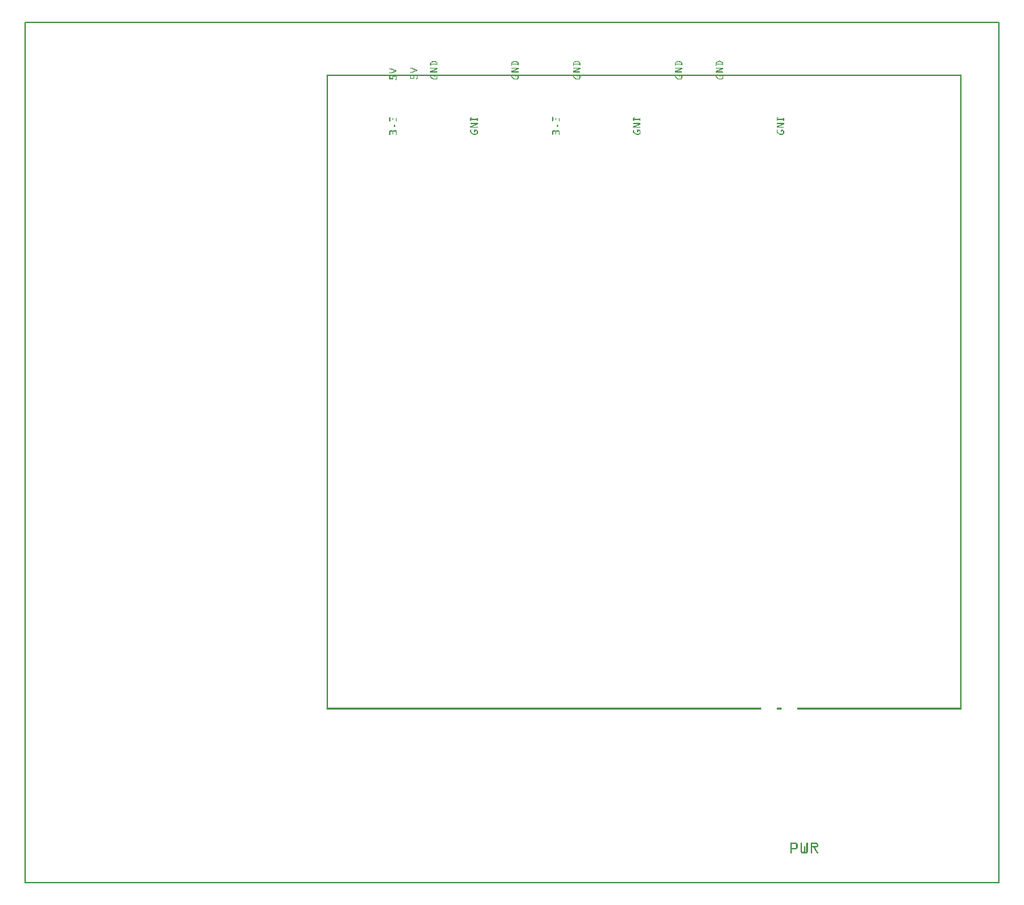
<source format=gto>
G04 MADE WITH FRITZING*
G04 WWW.FRITZING.ORG*
G04 DOUBLE SIDED*
G04 HOLES PLATED*
G04 CONTOUR ON CENTER OF CONTOUR VECTOR*
%ASAXBY*%
%FSLAX23Y23*%
%MOIN*%
%OFA0B0*%
%SFA1.0B1.0*%
%ADD10R,4.787410X4.236230X4.771410X4.220230*%
%ADD11C,0.008000*%
%ADD12R,0.001000X0.001000*%
%LNSILK1*%
G90*
G70*
G54D11*
X4Y4232D02*
X4783Y4232D01*
X4783Y4D01*
X4Y4D01*
X4Y4232D01*
D02*
G54D12*
X2010Y4042D02*
X2011Y4042D01*
X2407Y4042D02*
X2408Y4042D01*
X2710Y4042D02*
X2711Y4042D01*
X3210Y4042D02*
X3211Y4042D01*
X3411Y4042D02*
X3412Y4042D01*
X2006Y4041D02*
X2014Y4041D01*
X2404Y4041D02*
X2412Y4041D01*
X2707Y4041D02*
X2715Y4041D01*
X3207Y4041D02*
X3215Y4041D01*
X3407Y4041D02*
X3416Y4041D01*
X2004Y4040D02*
X2017Y4040D01*
X2402Y4040D02*
X2414Y4040D01*
X2705Y4040D02*
X2717Y4040D01*
X3205Y4040D02*
X3217Y4040D01*
X3405Y4040D02*
X3418Y4040D01*
X2002Y4039D02*
X2019Y4039D01*
X2400Y4039D02*
X2416Y4039D01*
X2703Y4039D02*
X2719Y4039D01*
X3203Y4039D02*
X3219Y4039D01*
X3403Y4039D02*
X3420Y4039D01*
X2000Y4038D02*
X2021Y4038D01*
X2398Y4038D02*
X2418Y4038D01*
X2701Y4038D02*
X2721Y4038D01*
X3201Y4038D02*
X3221Y4038D01*
X3401Y4038D02*
X3422Y4038D01*
X1998Y4037D02*
X2008Y4037D01*
X2013Y4037D02*
X2023Y4037D01*
X2396Y4037D02*
X2405Y4037D01*
X2410Y4037D02*
X2420Y4037D01*
X2699Y4037D02*
X2708Y4037D01*
X2713Y4037D02*
X2723Y4037D01*
X3199Y4037D02*
X3208Y4037D01*
X3213Y4037D02*
X3223Y4037D01*
X3399Y4037D02*
X3409Y4037D01*
X3414Y4037D02*
X3424Y4037D01*
X1996Y4036D02*
X2006Y4036D01*
X2015Y4036D02*
X2024Y4036D01*
X2394Y4036D02*
X2403Y4036D01*
X2412Y4036D02*
X2422Y4036D01*
X2697Y4036D02*
X2706Y4036D01*
X2716Y4036D02*
X2725Y4036D01*
X3197Y4036D02*
X3206Y4036D01*
X3215Y4036D02*
X3225Y4036D01*
X3398Y4036D02*
X3407Y4036D01*
X3416Y4036D02*
X3426Y4036D01*
X1995Y4035D02*
X2004Y4035D01*
X2017Y4035D02*
X2026Y4035D01*
X2392Y4035D02*
X2401Y4035D01*
X2414Y4035D02*
X2423Y4035D01*
X2695Y4035D02*
X2704Y4035D01*
X2717Y4035D02*
X2726Y4035D01*
X3195Y4035D02*
X3204Y4035D01*
X3217Y4035D02*
X3226Y4035D01*
X3396Y4035D02*
X3405Y4035D01*
X3418Y4035D02*
X3427Y4035D01*
X1994Y4034D02*
X2002Y4034D01*
X2019Y4034D02*
X2027Y4034D01*
X2391Y4034D02*
X2399Y4034D01*
X2416Y4034D02*
X2424Y4034D01*
X2695Y4034D02*
X2702Y4034D01*
X2719Y4034D02*
X2727Y4034D01*
X3194Y4034D02*
X3202Y4034D01*
X3219Y4034D02*
X3227Y4034D01*
X3395Y4034D02*
X3403Y4034D01*
X3420Y4034D02*
X3428Y4034D01*
X1993Y4033D02*
X2000Y4033D01*
X2021Y4033D02*
X2027Y4033D01*
X2391Y4033D02*
X2397Y4033D01*
X2418Y4033D02*
X2425Y4033D01*
X2694Y4033D02*
X2700Y4033D01*
X2721Y4033D02*
X2728Y4033D01*
X3194Y4033D02*
X3200Y4033D01*
X3221Y4033D02*
X3228Y4033D01*
X3395Y4033D02*
X3401Y4033D01*
X3422Y4033D02*
X3429Y4033D01*
X1993Y4032D02*
X1998Y4032D01*
X2023Y4032D02*
X2028Y4032D01*
X2390Y4032D02*
X2395Y4032D01*
X2420Y4032D02*
X2425Y4032D01*
X2693Y4032D02*
X2698Y4032D01*
X2723Y4032D02*
X2728Y4032D01*
X3193Y4032D02*
X3198Y4032D01*
X3223Y4032D02*
X3228Y4032D01*
X3394Y4032D02*
X3399Y4032D01*
X3424Y4032D02*
X3429Y4032D01*
X1993Y4031D02*
X1997Y4031D01*
X2024Y4031D02*
X2028Y4031D01*
X2390Y4031D02*
X2394Y4031D01*
X2421Y4031D02*
X2425Y4031D01*
X2693Y4031D02*
X2697Y4031D01*
X2725Y4031D02*
X2729Y4031D01*
X3193Y4031D02*
X3197Y4031D01*
X3225Y4031D02*
X3229Y4031D01*
X3394Y4031D02*
X3398Y4031D01*
X3425Y4031D02*
X3429Y4031D01*
X1992Y4030D02*
X1996Y4030D01*
X2024Y4030D02*
X2028Y4030D01*
X2390Y4030D02*
X2394Y4030D01*
X2422Y4030D02*
X2426Y4030D01*
X2693Y4030D02*
X2697Y4030D01*
X2725Y4030D02*
X2729Y4030D01*
X3193Y4030D02*
X3197Y4030D01*
X3225Y4030D02*
X3229Y4030D01*
X3394Y4030D02*
X3398Y4030D01*
X3426Y4030D02*
X3429Y4030D01*
X1992Y4029D02*
X1996Y4029D01*
X2024Y4029D02*
X2028Y4029D01*
X2390Y4029D02*
X2394Y4029D01*
X2422Y4029D02*
X2426Y4029D01*
X2693Y4029D02*
X2697Y4029D01*
X2725Y4029D02*
X2729Y4029D01*
X3193Y4029D02*
X3197Y4029D01*
X3225Y4029D02*
X3229Y4029D01*
X3394Y4029D02*
X3398Y4029D01*
X3426Y4029D02*
X3429Y4029D01*
X1992Y4028D02*
X2028Y4028D01*
X2390Y4028D02*
X2426Y4028D01*
X2693Y4028D02*
X2729Y4028D01*
X3193Y4028D02*
X3229Y4028D01*
X3394Y4028D02*
X3429Y4028D01*
X1992Y4027D02*
X2028Y4027D01*
X2390Y4027D02*
X2426Y4027D01*
X2693Y4027D02*
X2729Y4027D01*
X3193Y4027D02*
X3229Y4027D01*
X3394Y4027D02*
X3429Y4027D01*
X1992Y4026D02*
X2028Y4026D01*
X2390Y4026D02*
X2426Y4026D01*
X2693Y4026D02*
X2729Y4026D01*
X3193Y4026D02*
X3229Y4026D01*
X3394Y4026D02*
X3429Y4026D01*
X1992Y4025D02*
X2028Y4025D01*
X2390Y4025D02*
X2426Y4025D01*
X2693Y4025D02*
X2729Y4025D01*
X3193Y4025D02*
X3229Y4025D01*
X3394Y4025D02*
X3429Y4025D01*
X1992Y4024D02*
X2028Y4024D01*
X2390Y4024D02*
X2426Y4024D01*
X2693Y4024D02*
X2729Y4024D01*
X3193Y4024D02*
X3229Y4024D01*
X3394Y4024D02*
X3429Y4024D01*
X1992Y4023D02*
X1996Y4023D01*
X2024Y4023D02*
X2028Y4023D01*
X2390Y4023D02*
X2394Y4023D01*
X2422Y4023D02*
X2426Y4023D01*
X2693Y4023D02*
X2697Y4023D01*
X2725Y4023D02*
X2729Y4023D01*
X3193Y4023D02*
X3197Y4023D01*
X3225Y4023D02*
X3229Y4023D01*
X3394Y4023D02*
X3398Y4023D01*
X3426Y4023D02*
X3429Y4023D01*
X1992Y4022D02*
X1996Y4022D01*
X2024Y4022D02*
X2028Y4022D01*
X2390Y4022D02*
X2394Y4022D01*
X2422Y4022D02*
X2426Y4022D01*
X2693Y4022D02*
X2697Y4022D01*
X2725Y4022D02*
X2729Y4022D01*
X3193Y4022D02*
X3197Y4022D01*
X3225Y4022D02*
X3229Y4022D01*
X3394Y4022D02*
X3398Y4022D01*
X3426Y4022D02*
X3429Y4022D01*
X1992Y4021D02*
X1996Y4021D01*
X2024Y4021D02*
X2028Y4021D01*
X2390Y4021D02*
X2394Y4021D01*
X2422Y4021D02*
X2426Y4021D01*
X2693Y4021D02*
X2697Y4021D01*
X2725Y4021D02*
X2729Y4021D01*
X3193Y4021D02*
X3197Y4021D01*
X3225Y4021D02*
X3229Y4021D01*
X3394Y4021D02*
X3398Y4021D01*
X3426Y4021D02*
X3429Y4021D01*
X1993Y4020D02*
X1996Y4020D01*
X2025Y4020D02*
X2028Y4020D01*
X2390Y4020D02*
X2393Y4020D01*
X2422Y4020D02*
X2425Y4020D01*
X2693Y4020D02*
X2696Y4020D01*
X2725Y4020D02*
X2728Y4020D01*
X3193Y4020D02*
X3196Y4020D01*
X3225Y4020D02*
X3228Y4020D01*
X3394Y4020D02*
X3397Y4020D01*
X3426Y4020D02*
X3429Y4020D01*
X1994Y4019D02*
X1995Y4019D01*
X2026Y4019D02*
X2027Y4019D01*
X2391Y4019D02*
X2392Y4019D01*
X2423Y4019D02*
X2424Y4019D01*
X2694Y4019D02*
X2695Y4019D01*
X2726Y4019D02*
X2727Y4019D01*
X3194Y4019D02*
X3195Y4019D01*
X3226Y4019D02*
X3227Y4019D01*
X3395Y4019D02*
X3396Y4019D01*
X3427Y4019D02*
X3428Y4019D01*
X1994Y4008D02*
X2028Y4008D01*
X2392Y4008D02*
X2425Y4008D01*
X2695Y4008D02*
X2728Y4008D01*
X3195Y4008D02*
X3228Y4008D01*
X3396Y4008D02*
X3429Y4008D01*
X1993Y4007D02*
X2028Y4007D01*
X2390Y4007D02*
X2426Y4007D01*
X2693Y4007D02*
X2729Y4007D01*
X3193Y4007D02*
X3229Y4007D01*
X3394Y4007D02*
X3429Y4007D01*
X1895Y4006D02*
X1906Y4006D01*
X1992Y4006D02*
X2028Y4006D01*
X2390Y4006D02*
X2426Y4006D01*
X2693Y4006D02*
X2729Y4006D01*
X3193Y4006D02*
X3229Y4006D01*
X3394Y4006D02*
X3429Y4006D01*
X1894Y4005D02*
X1909Y4005D01*
X1993Y4005D02*
X2028Y4005D01*
X2390Y4005D02*
X2426Y4005D01*
X2693Y4005D02*
X2729Y4005D01*
X3193Y4005D02*
X3229Y4005D01*
X3394Y4005D02*
X3429Y4005D01*
X1794Y4004D02*
X1801Y4004D01*
X1894Y4004D02*
X1911Y4004D01*
X1993Y4004D02*
X2028Y4004D01*
X2391Y4004D02*
X2426Y4004D01*
X2694Y4004D02*
X2729Y4004D01*
X3194Y4004D02*
X3229Y4004D01*
X3395Y4004D02*
X3429Y4004D01*
X1792Y4003D02*
X1804Y4003D01*
X1895Y4003D02*
X1914Y4003D01*
X2020Y4003D02*
X2028Y4003D01*
X2417Y4003D02*
X2426Y4003D01*
X2720Y4003D02*
X2729Y4003D01*
X3220Y4003D02*
X3229Y4003D01*
X3421Y4003D02*
X3429Y4003D01*
X1792Y4002D02*
X1807Y4002D01*
X1904Y4002D02*
X1916Y4002D01*
X2018Y4002D02*
X2028Y4002D01*
X2415Y4002D02*
X2426Y4002D01*
X2718Y4002D02*
X2729Y4002D01*
X3218Y4002D02*
X3229Y4002D01*
X3419Y4002D02*
X3429Y4002D01*
X1792Y4001D02*
X1809Y4001D01*
X1907Y4001D02*
X1919Y4001D01*
X2015Y4001D02*
X2026Y4001D01*
X2413Y4001D02*
X2424Y4001D01*
X2716Y4001D02*
X2727Y4001D01*
X3216Y4001D02*
X3227Y4001D01*
X3417Y4001D02*
X3428Y4001D01*
X1792Y4000D02*
X1812Y4000D01*
X1909Y4000D02*
X1921Y4000D01*
X2013Y4000D02*
X2024Y4000D01*
X2411Y4000D02*
X2422Y4000D01*
X2714Y4000D02*
X2725Y4000D01*
X3214Y4000D02*
X3225Y4000D01*
X3414Y4000D02*
X3425Y4000D01*
X1802Y3999D02*
X1814Y3999D01*
X1912Y3999D02*
X1924Y3999D01*
X2011Y3999D02*
X2022Y3999D01*
X2408Y3999D02*
X2419Y3999D01*
X2711Y3999D02*
X2722Y3999D01*
X3211Y3999D02*
X3222Y3999D01*
X3412Y3999D02*
X3423Y3999D01*
X1805Y3998D02*
X1817Y3998D01*
X1914Y3998D02*
X1927Y3998D01*
X2008Y3998D02*
X2019Y3998D01*
X2406Y3998D02*
X2417Y3998D01*
X2709Y3998D02*
X2720Y3998D01*
X3209Y3998D02*
X3220Y3998D01*
X3410Y3998D02*
X3421Y3998D01*
X1807Y3997D02*
X1820Y3997D01*
X1917Y3997D02*
X1929Y3997D01*
X2006Y3997D02*
X2017Y3997D01*
X2404Y3997D02*
X2415Y3997D01*
X2707Y3997D02*
X2718Y3997D01*
X3207Y3997D02*
X3218Y3997D01*
X3408Y3997D02*
X3418Y3997D01*
X1810Y3996D02*
X1822Y3996D01*
X1920Y3996D02*
X1929Y3996D01*
X2004Y3996D02*
X2015Y3996D01*
X2401Y3996D02*
X2412Y3996D01*
X2705Y3996D02*
X2715Y3996D01*
X3205Y3996D02*
X3215Y3996D01*
X3405Y3996D02*
X3416Y3996D01*
X1813Y3995D02*
X1825Y3995D01*
X1921Y3995D02*
X1930Y3995D01*
X2002Y3995D02*
X2013Y3995D01*
X2399Y3995D02*
X2410Y3995D01*
X2702Y3995D02*
X2713Y3995D01*
X3202Y3995D02*
X3213Y3995D01*
X3403Y3995D02*
X3414Y3995D01*
X1815Y3994D02*
X1827Y3994D01*
X1919Y3994D02*
X1929Y3994D01*
X1999Y3994D02*
X2010Y3994D01*
X2397Y3994D02*
X2408Y3994D01*
X2700Y3994D02*
X2711Y3994D01*
X3200Y3994D02*
X3211Y3994D01*
X3401Y3994D02*
X3412Y3994D01*
X1818Y3993D02*
X1827Y3993D01*
X1916Y3993D02*
X1928Y3993D01*
X1997Y3993D02*
X2008Y3993D01*
X2395Y3993D02*
X2406Y3993D01*
X2698Y3993D02*
X2709Y3993D01*
X3198Y3993D02*
X3209Y3993D01*
X3398Y3993D02*
X3409Y3993D01*
X1818Y3992D02*
X1827Y3992D01*
X1913Y3992D02*
X1926Y3992D01*
X1995Y3992D02*
X2006Y3992D01*
X2392Y3992D02*
X2403Y3992D01*
X2695Y3992D02*
X2706Y3992D01*
X3195Y3992D02*
X3206Y3992D01*
X3396Y3992D02*
X3407Y3992D01*
X1816Y3991D02*
X1827Y3991D01*
X1911Y3991D02*
X1923Y3991D01*
X1993Y3991D02*
X2003Y3991D01*
X2390Y3991D02*
X2401Y3991D01*
X2693Y3991D02*
X2704Y3991D01*
X3193Y3991D02*
X3204Y3991D01*
X3394Y3991D02*
X3405Y3991D01*
X1813Y3990D02*
X1826Y3990D01*
X1908Y3990D02*
X1921Y3990D01*
X1992Y3990D02*
X2001Y3990D01*
X2390Y3990D02*
X2399Y3990D01*
X2693Y3990D02*
X2702Y3990D01*
X3193Y3990D02*
X3202Y3990D01*
X3394Y3990D02*
X3403Y3990D01*
X1811Y3989D02*
X1823Y3989D01*
X1906Y3989D02*
X1918Y3989D01*
X1992Y3989D02*
X2027Y3989D01*
X2390Y3989D02*
X2425Y3989D01*
X2693Y3989D02*
X2728Y3989D01*
X3193Y3989D02*
X3228Y3989D01*
X3394Y3989D02*
X3428Y3989D01*
X1808Y3988D02*
X1820Y3988D01*
X1895Y3988D02*
X1915Y3988D01*
X1992Y3988D02*
X2028Y3988D01*
X2390Y3988D02*
X2425Y3988D01*
X2693Y3988D02*
X2728Y3988D01*
X3193Y3988D02*
X3228Y3988D01*
X3394Y3988D02*
X3429Y3988D01*
X1806Y3987D02*
X1818Y3987D01*
X1894Y3987D02*
X1913Y3987D01*
X1992Y3987D02*
X2028Y3987D01*
X2390Y3987D02*
X2426Y3987D01*
X2693Y3987D02*
X2729Y3987D01*
X3193Y3987D02*
X3229Y3987D01*
X3394Y3987D02*
X3429Y3987D01*
X1803Y3986D02*
X1815Y3986D01*
X1894Y3986D02*
X1910Y3986D01*
X1992Y3986D02*
X2028Y3986D01*
X2390Y3986D02*
X2425Y3986D01*
X2693Y3986D02*
X2728Y3986D01*
X3193Y3986D02*
X3228Y3986D01*
X3394Y3986D02*
X3429Y3986D01*
X1793Y3985D02*
X1813Y3985D01*
X1894Y3985D02*
X1908Y3985D01*
X1993Y3985D02*
X2027Y3985D01*
X2390Y3985D02*
X2424Y3985D01*
X2693Y3985D02*
X2727Y3985D01*
X3193Y3985D02*
X3227Y3985D01*
X3394Y3985D02*
X3428Y3985D01*
X1792Y3984D02*
X1810Y3984D01*
X1895Y3984D02*
X1905Y3984D01*
X1792Y3983D02*
X1808Y3983D01*
X1792Y3982D02*
X1805Y3982D01*
X1793Y3981D02*
X1802Y3981D01*
X1994Y3974D02*
X1994Y3974D01*
X2013Y3974D02*
X2022Y3974D01*
X2392Y3974D02*
X2392Y3974D01*
X2410Y3974D02*
X2420Y3974D01*
X2695Y3974D02*
X2695Y3974D01*
X2713Y3974D02*
X2723Y3974D01*
X3195Y3974D02*
X3195Y3974D01*
X3213Y3974D02*
X3223Y3974D01*
X3396Y3974D02*
X3396Y3974D01*
X3414Y3974D02*
X3424Y3974D01*
X1483Y3973D02*
X4600Y3973D01*
X1483Y3972D02*
X4600Y3972D01*
X1483Y3971D02*
X4600Y3971D01*
X1483Y3970D02*
X4600Y3970D01*
X1483Y3969D02*
X4600Y3969D01*
X1483Y3968D02*
X4600Y3968D01*
X1483Y3967D02*
X4600Y3967D01*
X1483Y3966D02*
X1490Y3966D01*
X1792Y3966D02*
X1795Y3966D01*
X1808Y3966D02*
X1827Y3966D01*
X1894Y3966D02*
X1898Y3966D01*
X1910Y3966D02*
X1914Y3966D01*
X1926Y3966D02*
X1930Y3966D01*
X1992Y3966D02*
X1996Y3966D01*
X2012Y3966D02*
X2016Y3966D01*
X2024Y3966D02*
X2028Y3966D01*
X2390Y3966D02*
X2394Y3966D01*
X2410Y3966D02*
X2414Y3966D01*
X2422Y3966D02*
X2426Y3966D01*
X2693Y3966D02*
X2697Y3966D01*
X2713Y3966D02*
X2717Y3966D01*
X2725Y3966D02*
X2729Y3966D01*
X3193Y3966D02*
X3197Y3966D01*
X3213Y3966D02*
X3217Y3966D01*
X3225Y3966D02*
X3229Y3966D01*
X3394Y3966D02*
X3398Y3966D01*
X3414Y3966D02*
X3417Y3966D01*
X3426Y3966D02*
X3429Y3966D01*
X4593Y3966D02*
X4600Y3966D01*
X1483Y3965D02*
X1490Y3965D01*
X1792Y3965D02*
X1795Y3965D01*
X1808Y3965D02*
X1811Y3965D01*
X1823Y3965D02*
X1827Y3965D01*
X1894Y3965D02*
X1898Y3965D01*
X1910Y3965D02*
X1914Y3965D01*
X1926Y3965D02*
X1930Y3965D01*
X1992Y3965D02*
X1996Y3965D01*
X2012Y3965D02*
X2016Y3965D01*
X2024Y3965D02*
X2028Y3965D01*
X2390Y3965D02*
X2394Y3965D01*
X2410Y3965D02*
X2414Y3965D01*
X2422Y3965D02*
X2426Y3965D01*
X2693Y3965D02*
X2697Y3965D01*
X2713Y3965D02*
X2717Y3965D01*
X2725Y3965D02*
X2729Y3965D01*
X3193Y3965D02*
X3197Y3965D01*
X3213Y3965D02*
X3217Y3965D01*
X3225Y3965D02*
X3229Y3965D01*
X3394Y3965D02*
X3398Y3965D01*
X3414Y3965D02*
X3417Y3965D01*
X3426Y3965D02*
X3429Y3965D01*
X4593Y3965D02*
X4600Y3965D01*
X1483Y3964D02*
X1490Y3964D01*
X1792Y3964D02*
X1795Y3964D01*
X1808Y3964D02*
X1811Y3964D01*
X1824Y3964D02*
X1827Y3964D01*
X1894Y3964D02*
X1898Y3964D01*
X1910Y3964D02*
X1914Y3964D01*
X1926Y3964D02*
X1930Y3964D01*
X1992Y3964D02*
X1996Y3964D01*
X2012Y3964D02*
X2016Y3964D01*
X2024Y3964D02*
X2028Y3964D01*
X2390Y3964D02*
X2394Y3964D01*
X2410Y3964D02*
X2414Y3964D01*
X2422Y3964D02*
X2426Y3964D01*
X2693Y3964D02*
X2697Y3964D01*
X2713Y3964D02*
X2717Y3964D01*
X2725Y3964D02*
X2729Y3964D01*
X3193Y3964D02*
X3197Y3964D01*
X3213Y3964D02*
X3217Y3964D01*
X3225Y3964D02*
X3229Y3964D01*
X3394Y3964D02*
X3398Y3964D01*
X3414Y3964D02*
X3417Y3964D01*
X3426Y3964D02*
X3429Y3964D01*
X4593Y3964D02*
X4600Y3964D01*
X1483Y3963D02*
X1490Y3963D01*
X1792Y3963D02*
X1795Y3963D01*
X1808Y3963D02*
X1811Y3963D01*
X1824Y3963D02*
X1827Y3963D01*
X1894Y3963D02*
X1898Y3963D01*
X1910Y3963D02*
X1914Y3963D01*
X1926Y3963D02*
X1930Y3963D01*
X1993Y3963D02*
X1997Y3963D01*
X2013Y3963D02*
X2015Y3963D01*
X2024Y3963D02*
X2028Y3963D01*
X2390Y3963D02*
X2395Y3963D01*
X2411Y3963D02*
X2413Y3963D01*
X2422Y3963D02*
X2426Y3963D01*
X2693Y3963D02*
X2698Y3963D01*
X2714Y3963D02*
X2716Y3963D01*
X2725Y3963D02*
X2729Y3963D01*
X3193Y3963D02*
X3198Y3963D01*
X3214Y3963D02*
X3216Y3963D01*
X3225Y3963D02*
X3229Y3963D01*
X3394Y3963D02*
X3398Y3963D01*
X3415Y3963D02*
X3417Y3963D01*
X3426Y3963D02*
X3429Y3963D01*
X4593Y3963D02*
X4600Y3963D01*
X1483Y3962D02*
X1490Y3962D01*
X1792Y3962D02*
X1795Y3962D01*
X1808Y3962D02*
X1811Y3962D01*
X1824Y3962D02*
X1827Y3962D01*
X1894Y3962D02*
X1898Y3962D01*
X1910Y3962D02*
X1914Y3962D01*
X1926Y3962D02*
X1930Y3962D01*
X1993Y3962D02*
X1998Y3962D01*
X2024Y3962D02*
X2028Y3962D01*
X2390Y3962D02*
X2396Y3962D01*
X2422Y3962D02*
X2426Y3962D01*
X2694Y3962D02*
X2699Y3962D01*
X2725Y3962D02*
X2729Y3962D01*
X3194Y3962D02*
X3199Y3962D01*
X3225Y3962D02*
X3229Y3962D01*
X3394Y3962D02*
X3400Y3962D01*
X3426Y3962D02*
X3429Y3962D01*
X4593Y3962D02*
X4600Y3962D01*
X1483Y3961D02*
X1490Y3961D01*
X1792Y3961D02*
X1795Y3961D01*
X1808Y3961D02*
X1811Y3961D01*
X1824Y3961D02*
X1827Y3961D01*
X1894Y3961D02*
X1898Y3961D01*
X1910Y3961D02*
X1914Y3961D01*
X1926Y3961D02*
X1930Y3961D01*
X1993Y3961D02*
X1999Y3961D01*
X2024Y3961D02*
X2028Y3961D01*
X2391Y3961D02*
X2397Y3961D01*
X2422Y3961D02*
X2426Y3961D01*
X2694Y3961D02*
X2700Y3961D01*
X2725Y3961D02*
X2729Y3961D01*
X3194Y3961D02*
X3200Y3961D01*
X3225Y3961D02*
X3229Y3961D01*
X3395Y3961D02*
X3401Y3961D01*
X3426Y3961D02*
X3429Y3961D01*
X4593Y3961D02*
X4600Y3961D01*
X1483Y3960D02*
X1490Y3960D01*
X1792Y3960D02*
X1795Y3960D01*
X1808Y3960D02*
X1811Y3960D01*
X1824Y3960D02*
X1827Y3960D01*
X1894Y3960D02*
X1898Y3960D01*
X1910Y3960D02*
X1914Y3960D01*
X1926Y3960D02*
X1930Y3960D01*
X1994Y3960D02*
X2001Y3960D01*
X2024Y3960D02*
X2028Y3960D01*
X2392Y3960D02*
X2398Y3960D01*
X2422Y3960D02*
X2426Y3960D01*
X2695Y3960D02*
X2701Y3960D01*
X2725Y3960D02*
X2729Y3960D01*
X3195Y3960D02*
X3201Y3960D01*
X3225Y3960D02*
X3229Y3960D01*
X3396Y3960D02*
X3402Y3960D01*
X3426Y3960D02*
X3429Y3960D01*
X4593Y3960D02*
X4600Y3960D01*
X1483Y3959D02*
X1490Y3959D01*
X1792Y3959D02*
X1795Y3959D01*
X1808Y3959D02*
X1811Y3959D01*
X1824Y3959D02*
X1827Y3959D01*
X1894Y3959D02*
X1898Y3959D01*
X1910Y3959D02*
X1914Y3959D01*
X1926Y3959D02*
X1930Y3959D01*
X1995Y3959D02*
X2002Y3959D01*
X2024Y3959D02*
X2028Y3959D01*
X2393Y3959D02*
X2400Y3959D01*
X2422Y3959D02*
X2426Y3959D01*
X2696Y3959D02*
X2703Y3959D01*
X2725Y3959D02*
X2729Y3959D01*
X3196Y3959D02*
X3203Y3959D01*
X3225Y3959D02*
X3229Y3959D01*
X3397Y3959D02*
X3403Y3959D01*
X3426Y3959D02*
X3429Y3959D01*
X4593Y3959D02*
X4600Y3959D01*
X1483Y3958D02*
X1490Y3958D01*
X1792Y3958D02*
X1795Y3958D01*
X1808Y3958D02*
X1811Y3958D01*
X1824Y3958D02*
X1827Y3958D01*
X1894Y3958D02*
X1914Y3958D01*
X1926Y3958D02*
X1930Y3958D01*
X1996Y3958D02*
X2003Y3958D01*
X2024Y3958D02*
X2028Y3958D01*
X2394Y3958D02*
X2401Y3958D01*
X2422Y3958D02*
X2426Y3958D01*
X2697Y3958D02*
X2704Y3958D01*
X2725Y3958D02*
X2729Y3958D01*
X3197Y3958D02*
X3204Y3958D01*
X3225Y3958D02*
X3229Y3958D01*
X3398Y3958D02*
X3405Y3958D01*
X3426Y3958D02*
X3429Y3958D01*
X4593Y3958D02*
X4600Y3958D01*
X1483Y3957D02*
X1490Y3957D01*
X1792Y3957D02*
X1795Y3957D01*
X1808Y3957D02*
X1811Y3957D01*
X1824Y3957D02*
X1827Y3957D01*
X1894Y3957D02*
X1914Y3957D01*
X1926Y3957D02*
X1930Y3957D01*
X1998Y3957D02*
X2005Y3957D01*
X2024Y3957D02*
X2028Y3957D01*
X2395Y3957D02*
X2402Y3957D01*
X2422Y3957D02*
X2426Y3957D01*
X2698Y3957D02*
X2705Y3957D01*
X2725Y3957D02*
X2729Y3957D01*
X3198Y3957D02*
X3205Y3957D01*
X3225Y3957D02*
X3229Y3957D01*
X3399Y3957D02*
X3406Y3957D01*
X3426Y3957D02*
X3429Y3957D01*
X4593Y3957D02*
X4600Y3957D01*
X1483Y3956D02*
X1490Y3956D01*
X1792Y3956D02*
X1811Y3956D01*
X1824Y3956D02*
X1827Y3956D01*
X1894Y3956D02*
X1914Y3956D01*
X1925Y3956D02*
X1929Y3956D01*
X1999Y3956D02*
X2006Y3956D01*
X2023Y3956D02*
X2028Y3956D01*
X2397Y3956D02*
X2404Y3956D01*
X2421Y3956D02*
X2425Y3956D01*
X2700Y3956D02*
X2707Y3956D01*
X2724Y3956D02*
X2728Y3956D01*
X3200Y3956D02*
X3207Y3956D01*
X3224Y3956D02*
X3228Y3956D01*
X3400Y3956D02*
X3407Y3956D01*
X3425Y3956D02*
X3429Y3956D01*
X4593Y3956D02*
X4600Y3956D01*
X1483Y3955D02*
X1490Y3955D01*
X1792Y3955D02*
X1811Y3955D01*
X1824Y3955D02*
X1827Y3955D01*
X1894Y3955D02*
X1914Y3955D01*
X1925Y3955D02*
X1929Y3955D01*
X2000Y3955D02*
X2028Y3955D01*
X2398Y3955D02*
X2425Y3955D01*
X2701Y3955D02*
X2728Y3955D01*
X3201Y3955D02*
X3228Y3955D01*
X3402Y3955D02*
X3429Y3955D01*
X4593Y3955D02*
X4600Y3955D01*
X1483Y3954D02*
X1490Y3954D01*
X1792Y3954D02*
X1811Y3954D01*
X1823Y3954D02*
X1827Y3954D01*
X1925Y3954D02*
X1929Y3954D01*
X2002Y3954D02*
X2027Y3954D01*
X2399Y3954D02*
X2425Y3954D01*
X2702Y3954D02*
X2728Y3954D01*
X3202Y3954D02*
X3228Y3954D01*
X3403Y3954D02*
X3428Y3954D01*
X4593Y3954D02*
X4600Y3954D01*
X1483Y3953D02*
X1490Y3953D01*
X1792Y3953D02*
X1811Y3953D01*
X1823Y3953D02*
X1827Y3953D01*
X1924Y3953D02*
X1928Y3953D01*
X2003Y3953D02*
X2026Y3953D01*
X2401Y3953D02*
X2424Y3953D01*
X2704Y3953D02*
X2727Y3953D01*
X3204Y3953D02*
X3227Y3953D01*
X3404Y3953D02*
X3428Y3953D01*
X4593Y3953D02*
X4600Y3953D01*
X1483Y3952D02*
X1490Y3952D01*
X1792Y3952D02*
X1811Y3952D01*
X1823Y3952D02*
X1827Y3952D01*
X1924Y3952D02*
X1928Y3952D01*
X2004Y3952D02*
X2025Y3952D01*
X2402Y3952D02*
X2423Y3952D01*
X2705Y3952D02*
X2726Y3952D01*
X3205Y3952D02*
X3226Y3952D01*
X3406Y3952D02*
X3426Y3952D01*
X4593Y3952D02*
X4600Y3952D01*
X1483Y3951D02*
X1490Y3951D01*
X1822Y3951D02*
X1827Y3951D01*
X1924Y3951D02*
X1927Y3951D01*
X2007Y3951D02*
X2023Y3951D01*
X2404Y3951D02*
X2421Y3951D01*
X2707Y3951D02*
X2724Y3951D01*
X3207Y3951D02*
X3224Y3951D01*
X3408Y3951D02*
X3424Y3951D01*
X4593Y3951D02*
X4600Y3951D01*
X1483Y3950D02*
X1490Y3950D01*
X1822Y3950D02*
X1826Y3950D01*
X1925Y3950D02*
X1927Y3950D01*
X4593Y3950D02*
X4600Y3950D01*
X1483Y3949D02*
X1490Y3949D01*
X1822Y3949D02*
X1826Y3949D01*
X4593Y3949D02*
X4600Y3949D01*
X1483Y3948D02*
X1490Y3948D01*
X1822Y3948D02*
X1825Y3948D01*
X4593Y3948D02*
X4600Y3948D01*
X1483Y3947D02*
X1490Y3947D01*
X1823Y3947D02*
X1824Y3947D01*
X4593Y3947D02*
X4600Y3947D01*
X1483Y3946D02*
X1490Y3946D01*
X4593Y3946D02*
X4600Y3946D01*
X1483Y3945D02*
X1490Y3945D01*
X4593Y3945D02*
X4600Y3945D01*
X1483Y3944D02*
X1490Y3944D01*
X4593Y3944D02*
X4600Y3944D01*
X1483Y3943D02*
X1490Y3943D01*
X4593Y3943D02*
X4600Y3943D01*
X1483Y3942D02*
X1490Y3942D01*
X4593Y3942D02*
X4600Y3942D01*
X1483Y3941D02*
X1490Y3941D01*
X4593Y3941D02*
X4600Y3941D01*
X1483Y3940D02*
X1490Y3940D01*
X4593Y3940D02*
X4600Y3940D01*
X1483Y3939D02*
X1490Y3939D01*
X4593Y3939D02*
X4600Y3939D01*
X1483Y3938D02*
X1490Y3938D01*
X4593Y3938D02*
X4600Y3938D01*
X1483Y3937D02*
X1490Y3937D01*
X4593Y3937D02*
X4600Y3937D01*
X1483Y3936D02*
X1490Y3936D01*
X4593Y3936D02*
X4600Y3936D01*
X1483Y3935D02*
X1490Y3935D01*
X4593Y3935D02*
X4600Y3935D01*
X1483Y3934D02*
X1490Y3934D01*
X4593Y3934D02*
X4600Y3934D01*
X1483Y3933D02*
X1490Y3933D01*
X4593Y3933D02*
X4600Y3933D01*
X1483Y3932D02*
X1490Y3932D01*
X4593Y3932D02*
X4600Y3932D01*
X1483Y3931D02*
X1490Y3931D01*
X4593Y3931D02*
X4600Y3931D01*
X1483Y3930D02*
X1490Y3930D01*
X4593Y3930D02*
X4600Y3930D01*
X1483Y3929D02*
X1490Y3929D01*
X4593Y3929D02*
X4600Y3929D01*
X1483Y3928D02*
X1490Y3928D01*
X4593Y3928D02*
X4600Y3928D01*
X1483Y3927D02*
X1490Y3927D01*
X4593Y3927D02*
X4600Y3927D01*
X1483Y3926D02*
X1490Y3926D01*
X4593Y3926D02*
X4600Y3926D01*
X1483Y3925D02*
X1490Y3925D01*
X4593Y3925D02*
X4600Y3925D01*
X1483Y3924D02*
X1490Y3924D01*
X4593Y3924D02*
X4600Y3924D01*
X1483Y3923D02*
X1490Y3923D01*
X4593Y3923D02*
X4600Y3923D01*
X1483Y3922D02*
X1490Y3922D01*
X4593Y3922D02*
X4600Y3922D01*
X1483Y3921D02*
X1490Y3921D01*
X4593Y3921D02*
X4600Y3921D01*
X1483Y3920D02*
X1490Y3920D01*
X4593Y3920D02*
X4600Y3920D01*
X1483Y3919D02*
X1490Y3919D01*
X4593Y3919D02*
X4600Y3919D01*
X1483Y3918D02*
X1490Y3918D01*
X4593Y3918D02*
X4600Y3918D01*
X1483Y3917D02*
X1490Y3917D01*
X4593Y3917D02*
X4600Y3917D01*
X1483Y3916D02*
X1490Y3916D01*
X4593Y3916D02*
X4600Y3916D01*
X1483Y3915D02*
X1490Y3915D01*
X4593Y3915D02*
X4600Y3915D01*
X1483Y3914D02*
X1490Y3914D01*
X4593Y3914D02*
X4600Y3914D01*
X1483Y3913D02*
X1490Y3913D01*
X4593Y3913D02*
X4600Y3913D01*
X1483Y3912D02*
X1490Y3912D01*
X4593Y3912D02*
X4600Y3912D01*
X1483Y3911D02*
X1490Y3911D01*
X4593Y3911D02*
X4600Y3911D01*
X1483Y3910D02*
X1490Y3910D01*
X4593Y3910D02*
X4600Y3910D01*
X1483Y3909D02*
X1490Y3909D01*
X4593Y3909D02*
X4600Y3909D01*
X1483Y3908D02*
X1490Y3908D01*
X4593Y3908D02*
X4600Y3908D01*
X1483Y3907D02*
X1490Y3907D01*
X4593Y3907D02*
X4600Y3907D01*
X1483Y3906D02*
X1490Y3906D01*
X4593Y3906D02*
X4600Y3906D01*
X1483Y3905D02*
X1490Y3905D01*
X4593Y3905D02*
X4600Y3905D01*
X1483Y3904D02*
X1490Y3904D01*
X4593Y3904D02*
X4600Y3904D01*
X1483Y3903D02*
X1490Y3903D01*
X4593Y3903D02*
X4600Y3903D01*
X1483Y3902D02*
X1490Y3902D01*
X4593Y3902D02*
X4600Y3902D01*
X1483Y3901D02*
X1490Y3901D01*
X4593Y3901D02*
X4600Y3901D01*
X1483Y3900D02*
X1490Y3900D01*
X4593Y3900D02*
X4600Y3900D01*
X1483Y3899D02*
X1490Y3899D01*
X4593Y3899D02*
X4600Y3899D01*
X1483Y3898D02*
X1490Y3898D01*
X4593Y3898D02*
X4600Y3898D01*
X1483Y3897D02*
X1490Y3897D01*
X4593Y3897D02*
X4600Y3897D01*
X1483Y3896D02*
X1490Y3896D01*
X4593Y3896D02*
X4600Y3896D01*
X1483Y3895D02*
X1490Y3895D01*
X4593Y3895D02*
X4600Y3895D01*
X1483Y3894D02*
X1490Y3894D01*
X4593Y3894D02*
X4600Y3894D01*
X1483Y3893D02*
X1490Y3893D01*
X4593Y3893D02*
X4600Y3893D01*
X1483Y3892D02*
X1490Y3892D01*
X4593Y3892D02*
X4600Y3892D01*
X1483Y3891D02*
X1490Y3891D01*
X4593Y3891D02*
X4600Y3891D01*
X1483Y3890D02*
X1490Y3890D01*
X4593Y3890D02*
X4600Y3890D01*
X1483Y3889D02*
X1490Y3889D01*
X4593Y3889D02*
X4600Y3889D01*
X1483Y3888D02*
X1490Y3888D01*
X4593Y3888D02*
X4600Y3888D01*
X1483Y3887D02*
X1490Y3887D01*
X4593Y3887D02*
X4600Y3887D01*
X1483Y3886D02*
X1490Y3886D01*
X4593Y3886D02*
X4600Y3886D01*
X1483Y3885D02*
X1490Y3885D01*
X4593Y3885D02*
X4600Y3885D01*
X1483Y3884D02*
X1490Y3884D01*
X4593Y3884D02*
X4600Y3884D01*
X1483Y3883D02*
X1490Y3883D01*
X4593Y3883D02*
X4600Y3883D01*
X1483Y3882D02*
X1490Y3882D01*
X4593Y3882D02*
X4600Y3882D01*
X1483Y3881D02*
X1490Y3881D01*
X4593Y3881D02*
X4600Y3881D01*
X1483Y3880D02*
X1490Y3880D01*
X4593Y3880D02*
X4600Y3880D01*
X1483Y3879D02*
X1490Y3879D01*
X4593Y3879D02*
X4600Y3879D01*
X1483Y3878D02*
X1490Y3878D01*
X4593Y3878D02*
X4600Y3878D01*
X1483Y3877D02*
X1490Y3877D01*
X4593Y3877D02*
X4600Y3877D01*
X1483Y3876D02*
X1490Y3876D01*
X4593Y3876D02*
X4600Y3876D01*
X1483Y3875D02*
X1490Y3875D01*
X4593Y3875D02*
X4600Y3875D01*
X1483Y3874D02*
X1490Y3874D01*
X4593Y3874D02*
X4600Y3874D01*
X1483Y3873D02*
X1490Y3873D01*
X4593Y3873D02*
X4600Y3873D01*
X1483Y3872D02*
X1490Y3872D01*
X4593Y3872D02*
X4600Y3872D01*
X1483Y3871D02*
X1490Y3871D01*
X4593Y3871D02*
X4600Y3871D01*
X1483Y3870D02*
X1490Y3870D01*
X4593Y3870D02*
X4600Y3870D01*
X1483Y3869D02*
X1490Y3869D01*
X4593Y3869D02*
X4600Y3869D01*
X1483Y3868D02*
X1490Y3868D01*
X4593Y3868D02*
X4600Y3868D01*
X1483Y3867D02*
X1490Y3867D01*
X4593Y3867D02*
X4600Y3867D01*
X1483Y3866D02*
X1490Y3866D01*
X4593Y3866D02*
X4600Y3866D01*
X1483Y3865D02*
X1490Y3865D01*
X4593Y3865D02*
X4600Y3865D01*
X1483Y3864D02*
X1490Y3864D01*
X4593Y3864D02*
X4600Y3864D01*
X1483Y3863D02*
X1490Y3863D01*
X4593Y3863D02*
X4600Y3863D01*
X1483Y3862D02*
X1490Y3862D01*
X4593Y3862D02*
X4600Y3862D01*
X1483Y3861D02*
X1490Y3861D01*
X4593Y3861D02*
X4600Y3861D01*
X1483Y3860D02*
X1490Y3860D01*
X4593Y3860D02*
X4600Y3860D01*
X1483Y3859D02*
X1490Y3859D01*
X4593Y3859D02*
X4600Y3859D01*
X1483Y3858D02*
X1490Y3858D01*
X4593Y3858D02*
X4600Y3858D01*
X1483Y3857D02*
X1490Y3857D01*
X4593Y3857D02*
X4600Y3857D01*
X1483Y3856D02*
X1490Y3856D01*
X4593Y3856D02*
X4600Y3856D01*
X1483Y3855D02*
X1490Y3855D01*
X4593Y3855D02*
X4600Y3855D01*
X1483Y3854D02*
X1490Y3854D01*
X4593Y3854D02*
X4600Y3854D01*
X1483Y3853D02*
X1490Y3853D01*
X4593Y3853D02*
X4600Y3853D01*
X1483Y3852D02*
X1490Y3852D01*
X4593Y3852D02*
X4600Y3852D01*
X1483Y3851D02*
X1490Y3851D01*
X4593Y3851D02*
X4600Y3851D01*
X1483Y3850D02*
X1490Y3850D01*
X4593Y3850D02*
X4600Y3850D01*
X1483Y3849D02*
X1490Y3849D01*
X4593Y3849D02*
X4600Y3849D01*
X1483Y3848D02*
X1490Y3848D01*
X4593Y3848D02*
X4600Y3848D01*
X1483Y3847D02*
X1490Y3847D01*
X4593Y3847D02*
X4600Y3847D01*
X1483Y3846D02*
X1490Y3846D01*
X4593Y3846D02*
X4600Y3846D01*
X1483Y3845D02*
X1490Y3845D01*
X4593Y3845D02*
X4600Y3845D01*
X1483Y3844D02*
X1490Y3844D01*
X4593Y3844D02*
X4600Y3844D01*
X1483Y3843D02*
X1490Y3843D01*
X4593Y3843D02*
X4600Y3843D01*
X1483Y3842D02*
X1490Y3842D01*
X4593Y3842D02*
X4600Y3842D01*
X1483Y3841D02*
X1490Y3841D01*
X4593Y3841D02*
X4600Y3841D01*
X1483Y3840D02*
X1490Y3840D01*
X4593Y3840D02*
X4600Y3840D01*
X1483Y3839D02*
X1490Y3839D01*
X4593Y3839D02*
X4600Y3839D01*
X1483Y3838D02*
X1490Y3838D01*
X4593Y3838D02*
X4600Y3838D01*
X1483Y3837D02*
X1490Y3837D01*
X4593Y3837D02*
X4600Y3837D01*
X1483Y3836D02*
X1490Y3836D01*
X4593Y3836D02*
X4600Y3836D01*
X1483Y3835D02*
X1490Y3835D01*
X4593Y3835D02*
X4600Y3835D01*
X1483Y3834D02*
X1490Y3834D01*
X4593Y3834D02*
X4600Y3834D01*
X1483Y3833D02*
X1490Y3833D01*
X4593Y3833D02*
X4600Y3833D01*
X1483Y3832D02*
X1490Y3832D01*
X4593Y3832D02*
X4600Y3832D01*
X1483Y3831D02*
X1490Y3831D01*
X4593Y3831D02*
X4600Y3831D01*
X1483Y3830D02*
X1490Y3830D01*
X4593Y3830D02*
X4600Y3830D01*
X1483Y3829D02*
X1490Y3829D01*
X4593Y3829D02*
X4600Y3829D01*
X1483Y3828D02*
X1490Y3828D01*
X4593Y3828D02*
X4600Y3828D01*
X1483Y3827D02*
X1490Y3827D01*
X4593Y3827D02*
X4600Y3827D01*
X1483Y3826D02*
X1490Y3826D01*
X4593Y3826D02*
X4600Y3826D01*
X1483Y3825D02*
X1490Y3825D01*
X4593Y3825D02*
X4600Y3825D01*
X1483Y3824D02*
X1490Y3824D01*
X4593Y3824D02*
X4600Y3824D01*
X1483Y3823D02*
X1490Y3823D01*
X4593Y3823D02*
X4600Y3823D01*
X1483Y3822D02*
X1490Y3822D01*
X4593Y3822D02*
X4600Y3822D01*
X1483Y3821D02*
X1490Y3821D01*
X4593Y3821D02*
X4600Y3821D01*
X1483Y3820D02*
X1490Y3820D01*
X4593Y3820D02*
X4600Y3820D01*
X1483Y3819D02*
X1490Y3819D01*
X4593Y3819D02*
X4600Y3819D01*
X1483Y3818D02*
X1490Y3818D01*
X4593Y3818D02*
X4600Y3818D01*
X1483Y3817D02*
X1490Y3817D01*
X4593Y3817D02*
X4600Y3817D01*
X1483Y3816D02*
X1490Y3816D01*
X4593Y3816D02*
X4600Y3816D01*
X1483Y3815D02*
X1490Y3815D01*
X4593Y3815D02*
X4600Y3815D01*
X1483Y3814D02*
X1490Y3814D01*
X4593Y3814D02*
X4600Y3814D01*
X1483Y3813D02*
X1490Y3813D01*
X4593Y3813D02*
X4600Y3813D01*
X1483Y3812D02*
X1490Y3812D01*
X4593Y3812D02*
X4600Y3812D01*
X1483Y3811D02*
X1490Y3811D01*
X4593Y3811D02*
X4600Y3811D01*
X1483Y3810D02*
X1490Y3810D01*
X4593Y3810D02*
X4600Y3810D01*
X1483Y3809D02*
X1490Y3809D01*
X4593Y3809D02*
X4600Y3809D01*
X1483Y3808D02*
X1490Y3808D01*
X4593Y3808D02*
X4600Y3808D01*
X1483Y3807D02*
X1490Y3807D01*
X4593Y3807D02*
X4600Y3807D01*
X1483Y3806D02*
X1490Y3806D01*
X4593Y3806D02*
X4600Y3806D01*
X1483Y3805D02*
X1490Y3805D01*
X4593Y3805D02*
X4600Y3805D01*
X1483Y3804D02*
X1490Y3804D01*
X4593Y3804D02*
X4600Y3804D01*
X1483Y3803D02*
X1490Y3803D01*
X4593Y3803D02*
X4600Y3803D01*
X1483Y3802D02*
X1490Y3802D01*
X4593Y3802D02*
X4600Y3802D01*
X1483Y3801D02*
X1490Y3801D01*
X4593Y3801D02*
X4600Y3801D01*
X1483Y3800D02*
X1490Y3800D01*
X4593Y3800D02*
X4600Y3800D01*
X1483Y3799D02*
X1490Y3799D01*
X4593Y3799D02*
X4600Y3799D01*
X1483Y3798D02*
X1490Y3798D01*
X4593Y3798D02*
X4600Y3798D01*
X1483Y3797D02*
X1490Y3797D01*
X4593Y3797D02*
X4600Y3797D01*
X1483Y3796D02*
X1490Y3796D01*
X4593Y3796D02*
X4600Y3796D01*
X1483Y3795D02*
X1490Y3795D01*
X4593Y3795D02*
X4600Y3795D01*
X1483Y3794D02*
X1490Y3794D01*
X4593Y3794D02*
X4600Y3794D01*
X1483Y3793D02*
X1490Y3793D01*
X4593Y3793D02*
X4600Y3793D01*
X1483Y3792D02*
X1490Y3792D01*
X4593Y3792D02*
X4600Y3792D01*
X1483Y3791D02*
X1490Y3791D01*
X4593Y3791D02*
X4600Y3791D01*
X1483Y3790D02*
X1490Y3790D01*
X4593Y3790D02*
X4600Y3790D01*
X1483Y3789D02*
X1490Y3789D01*
X4593Y3789D02*
X4600Y3789D01*
X1483Y3788D02*
X1490Y3788D01*
X4593Y3788D02*
X4600Y3788D01*
X1483Y3787D02*
X1490Y3787D01*
X4593Y3787D02*
X4600Y3787D01*
X1483Y3786D02*
X1490Y3786D01*
X4593Y3786D02*
X4600Y3786D01*
X1483Y3785D02*
X1490Y3785D01*
X4593Y3785D02*
X4600Y3785D01*
X1483Y3784D02*
X1490Y3784D01*
X4593Y3784D02*
X4600Y3784D01*
X1483Y3783D02*
X1490Y3783D01*
X4593Y3783D02*
X4600Y3783D01*
X1483Y3782D02*
X1490Y3782D01*
X4593Y3782D02*
X4600Y3782D01*
X1483Y3781D02*
X1490Y3781D01*
X4593Y3781D02*
X4600Y3781D01*
X1483Y3780D02*
X1490Y3780D01*
X4593Y3780D02*
X4600Y3780D01*
X1483Y3779D02*
X1490Y3779D01*
X4593Y3779D02*
X4600Y3779D01*
X1483Y3778D02*
X1490Y3778D01*
X4593Y3778D02*
X4600Y3778D01*
X1483Y3777D02*
X1490Y3777D01*
X4593Y3777D02*
X4600Y3777D01*
X1483Y3776D02*
X1490Y3776D01*
X4593Y3776D02*
X4600Y3776D01*
X1483Y3775D02*
X1490Y3775D01*
X4593Y3775D02*
X4600Y3775D01*
X1483Y3774D02*
X1490Y3774D01*
X4593Y3774D02*
X4600Y3774D01*
X1483Y3773D02*
X1490Y3773D01*
X4593Y3773D02*
X4600Y3773D01*
X1483Y3772D02*
X1490Y3772D01*
X4593Y3772D02*
X4600Y3772D01*
X1483Y3771D02*
X1490Y3771D01*
X4593Y3771D02*
X4600Y3771D01*
X1483Y3770D02*
X1490Y3770D01*
X4593Y3770D02*
X4600Y3770D01*
X1483Y3769D02*
X1490Y3769D01*
X4593Y3769D02*
X4600Y3769D01*
X1483Y3768D02*
X1490Y3768D01*
X4593Y3768D02*
X4600Y3768D01*
X1483Y3767D02*
X1490Y3767D01*
X4593Y3767D02*
X4600Y3767D01*
X1483Y3766D02*
X1490Y3766D01*
X1793Y3766D02*
X1793Y3766D01*
X2592Y3766D02*
X2593Y3766D01*
X4593Y3766D02*
X4600Y3766D01*
X1483Y3765D02*
X1490Y3765D01*
X1792Y3765D02*
X1795Y3765D01*
X2194Y3765D02*
X2195Y3765D01*
X2591Y3765D02*
X2594Y3765D01*
X2993Y3765D02*
X2994Y3765D01*
X4593Y3765D02*
X4600Y3765D01*
X1483Y3764D02*
X1490Y3764D01*
X1792Y3764D02*
X1796Y3764D01*
X2193Y3764D02*
X2196Y3764D01*
X2591Y3764D02*
X2596Y3764D01*
X2992Y3764D02*
X2996Y3764D01*
X3696Y3764D02*
X3696Y3764D01*
X4593Y3764D02*
X4600Y3764D01*
X1483Y3763D02*
X1490Y3763D01*
X1792Y3763D02*
X1796Y3763D01*
X2191Y3763D02*
X2198Y3763D01*
X2591Y3763D02*
X2595Y3763D01*
X2990Y3763D02*
X2998Y3763D01*
X3695Y3763D02*
X3698Y3763D01*
X4593Y3763D02*
X4600Y3763D01*
X1483Y3762D02*
X1490Y3762D01*
X1792Y3762D02*
X1795Y3762D01*
X2190Y3762D02*
X2198Y3762D01*
X2591Y3762D02*
X2595Y3762D01*
X2990Y3762D02*
X2997Y3762D01*
X3694Y3762D02*
X3700Y3762D01*
X4593Y3762D02*
X4600Y3762D01*
X1483Y3761D02*
X1490Y3761D01*
X1792Y3761D02*
X1795Y3761D01*
X2190Y3761D02*
X2196Y3761D01*
X2591Y3761D02*
X2595Y3761D01*
X2989Y3761D02*
X2995Y3761D01*
X3694Y3761D02*
X3700Y3761D01*
X4593Y3761D02*
X4600Y3761D01*
X1483Y3760D02*
X1490Y3760D01*
X1792Y3760D02*
X1795Y3760D01*
X1825Y3760D02*
X1827Y3760D01*
X2189Y3760D02*
X2194Y3760D01*
X2225Y3760D02*
X2225Y3760D01*
X2591Y3760D02*
X2595Y3760D01*
X2607Y3760D02*
X2607Y3760D01*
X2625Y3760D02*
X2626Y3760D01*
X2989Y3760D02*
X2993Y3760D01*
X3693Y3760D02*
X3698Y3760D01*
X3725Y3760D02*
X3728Y3760D01*
X4593Y3760D02*
X4600Y3760D01*
X1483Y3759D02*
X1490Y3759D01*
X1792Y3759D02*
X1795Y3759D01*
X1808Y3759D02*
X1811Y3759D01*
X1824Y3759D02*
X1827Y3759D01*
X2189Y3759D02*
X2193Y3759D01*
X2221Y3759D02*
X2225Y3759D01*
X2591Y3759D02*
X2595Y3759D01*
X2607Y3759D02*
X2610Y3759D01*
X2623Y3759D02*
X2626Y3759D01*
X2988Y3759D02*
X2992Y3759D01*
X3020Y3759D02*
X3024Y3759D01*
X3693Y3759D02*
X3697Y3759D01*
X3725Y3759D02*
X3729Y3759D01*
X4593Y3759D02*
X4600Y3759D01*
X1483Y3758D02*
X1490Y3758D01*
X1792Y3758D02*
X1795Y3758D01*
X1808Y3758D02*
X1811Y3758D01*
X1824Y3758D02*
X1827Y3758D01*
X2189Y3758D02*
X2193Y3758D01*
X2221Y3758D02*
X2225Y3758D01*
X2591Y3758D02*
X2595Y3758D01*
X2607Y3758D02*
X2610Y3758D01*
X2623Y3758D02*
X2626Y3758D01*
X2988Y3758D02*
X2992Y3758D01*
X3020Y3758D02*
X3024Y3758D01*
X3693Y3758D02*
X3697Y3758D01*
X3725Y3758D02*
X3729Y3758D01*
X4593Y3758D02*
X4600Y3758D01*
X1483Y3757D02*
X1490Y3757D01*
X1792Y3757D02*
X1795Y3757D01*
X1808Y3757D02*
X1811Y3757D01*
X1824Y3757D02*
X1827Y3757D01*
X2189Y3757D02*
X2193Y3757D01*
X2221Y3757D02*
X2225Y3757D01*
X2591Y3757D02*
X2595Y3757D01*
X2607Y3757D02*
X2610Y3757D01*
X2623Y3757D02*
X2626Y3757D01*
X2988Y3757D02*
X2992Y3757D01*
X3020Y3757D02*
X3024Y3757D01*
X3693Y3757D02*
X3697Y3757D01*
X3725Y3757D02*
X3729Y3757D01*
X4593Y3757D02*
X4600Y3757D01*
X1483Y3756D02*
X1490Y3756D01*
X1792Y3756D02*
X1795Y3756D01*
X1808Y3756D02*
X1811Y3756D01*
X1824Y3756D02*
X1827Y3756D01*
X2189Y3756D02*
X2225Y3756D01*
X2591Y3756D02*
X2595Y3756D01*
X2607Y3756D02*
X2610Y3756D01*
X2623Y3756D02*
X2626Y3756D01*
X2988Y3756D02*
X3024Y3756D01*
X3693Y3756D02*
X3729Y3756D01*
X4593Y3756D02*
X4600Y3756D01*
X1483Y3755D02*
X1490Y3755D01*
X1792Y3755D02*
X1795Y3755D01*
X1808Y3755D02*
X1811Y3755D01*
X1824Y3755D02*
X1827Y3755D01*
X2189Y3755D02*
X2225Y3755D01*
X2591Y3755D02*
X2595Y3755D01*
X2607Y3755D02*
X2610Y3755D01*
X2623Y3755D02*
X2626Y3755D01*
X2988Y3755D02*
X3024Y3755D01*
X3693Y3755D02*
X3729Y3755D01*
X4593Y3755D02*
X4600Y3755D01*
X1483Y3754D02*
X1490Y3754D01*
X1792Y3754D02*
X1795Y3754D01*
X1808Y3754D02*
X1811Y3754D01*
X1824Y3754D02*
X1827Y3754D01*
X2189Y3754D02*
X2225Y3754D01*
X2591Y3754D02*
X2595Y3754D01*
X2607Y3754D02*
X2610Y3754D01*
X2623Y3754D02*
X2626Y3754D01*
X2988Y3754D02*
X3024Y3754D01*
X3693Y3754D02*
X3729Y3754D01*
X4593Y3754D02*
X4600Y3754D01*
X1483Y3753D02*
X1490Y3753D01*
X1792Y3753D02*
X1795Y3753D01*
X1808Y3753D02*
X1811Y3753D01*
X1824Y3753D02*
X1827Y3753D01*
X2189Y3753D02*
X2225Y3753D01*
X2591Y3753D02*
X2595Y3753D01*
X2607Y3753D02*
X2610Y3753D01*
X2623Y3753D02*
X2626Y3753D01*
X2988Y3753D02*
X3024Y3753D01*
X3693Y3753D02*
X3729Y3753D01*
X4593Y3753D02*
X4600Y3753D01*
X1483Y3752D02*
X1490Y3752D01*
X1792Y3752D02*
X1795Y3752D01*
X1808Y3752D02*
X1811Y3752D01*
X1824Y3752D02*
X1827Y3752D01*
X2189Y3752D02*
X2225Y3752D01*
X2591Y3752D02*
X2595Y3752D01*
X2607Y3752D02*
X2610Y3752D01*
X2623Y3752D02*
X2626Y3752D01*
X2988Y3752D02*
X3024Y3752D01*
X3693Y3752D02*
X3729Y3752D01*
X4593Y3752D02*
X4600Y3752D01*
X1483Y3751D02*
X1490Y3751D01*
X1792Y3751D02*
X1795Y3751D01*
X1808Y3751D02*
X1811Y3751D01*
X1824Y3751D02*
X1827Y3751D01*
X2189Y3751D02*
X2193Y3751D01*
X2221Y3751D02*
X2225Y3751D01*
X2591Y3751D02*
X2595Y3751D01*
X2607Y3751D02*
X2610Y3751D01*
X2623Y3751D02*
X2626Y3751D01*
X2988Y3751D02*
X2992Y3751D01*
X3020Y3751D02*
X3024Y3751D01*
X3693Y3751D02*
X3697Y3751D01*
X3725Y3751D02*
X3729Y3751D01*
X4593Y3751D02*
X4600Y3751D01*
X1483Y3750D02*
X1490Y3750D01*
X1792Y3750D02*
X1795Y3750D01*
X1808Y3750D02*
X1811Y3750D01*
X1824Y3750D02*
X1827Y3750D01*
X2189Y3750D02*
X2193Y3750D01*
X2221Y3750D02*
X2225Y3750D01*
X2591Y3750D02*
X2595Y3750D01*
X2607Y3750D02*
X2610Y3750D01*
X2623Y3750D02*
X2626Y3750D01*
X2988Y3750D02*
X2992Y3750D01*
X3020Y3750D02*
X3024Y3750D01*
X3693Y3750D02*
X3697Y3750D01*
X3725Y3750D02*
X3729Y3750D01*
X4593Y3750D02*
X4600Y3750D01*
X1483Y3749D02*
X1490Y3749D01*
X1792Y3749D02*
X1795Y3749D01*
X1824Y3749D02*
X1827Y3749D01*
X2189Y3749D02*
X2193Y3749D01*
X2221Y3749D02*
X2225Y3749D01*
X2591Y3749D02*
X2595Y3749D01*
X2623Y3749D02*
X2626Y3749D01*
X2988Y3749D02*
X2992Y3749D01*
X3020Y3749D02*
X3024Y3749D01*
X3693Y3749D02*
X3697Y3749D01*
X3725Y3749D02*
X3729Y3749D01*
X4593Y3749D02*
X4600Y3749D01*
X1483Y3748D02*
X1490Y3748D01*
X1792Y3748D02*
X1795Y3748D01*
X1824Y3748D02*
X1827Y3748D01*
X2190Y3748D02*
X2192Y3748D01*
X2222Y3748D02*
X2224Y3748D01*
X2591Y3748D02*
X2595Y3748D01*
X2623Y3748D02*
X2626Y3748D01*
X2989Y3748D02*
X2992Y3748D01*
X3021Y3748D02*
X3024Y3748D01*
X3693Y3748D02*
X3696Y3748D01*
X3725Y3748D02*
X3728Y3748D01*
X4593Y3748D02*
X4600Y3748D01*
X1483Y3747D02*
X1490Y3747D01*
X1792Y3747D02*
X1795Y3747D01*
X1824Y3747D02*
X1827Y3747D01*
X2191Y3747D02*
X2191Y3747D01*
X2223Y3747D02*
X2223Y3747D01*
X2591Y3747D02*
X2594Y3747D01*
X2623Y3747D02*
X2626Y3747D01*
X2990Y3747D02*
X2990Y3747D01*
X3022Y3747D02*
X3022Y3747D01*
X3695Y3747D02*
X3695Y3747D01*
X3727Y3747D02*
X3727Y3747D01*
X4593Y3747D02*
X4600Y3747D01*
X1483Y3746D02*
X1490Y3746D01*
X1792Y3746D02*
X1795Y3746D01*
X1824Y3746D02*
X1827Y3746D01*
X2591Y3746D02*
X2594Y3746D01*
X2623Y3746D02*
X2626Y3746D01*
X4593Y3746D02*
X4600Y3746D01*
X1483Y3745D02*
X1490Y3745D01*
X1793Y3745D02*
X1794Y3745D01*
X1825Y3745D02*
X1826Y3745D01*
X2592Y3745D02*
X2594Y3745D01*
X2624Y3745D02*
X2625Y3745D01*
X4593Y3745D02*
X4600Y3745D01*
X1483Y3744D02*
X1490Y3744D01*
X4593Y3744D02*
X4600Y3744D01*
X1483Y3743D02*
X1490Y3743D01*
X4593Y3743D02*
X4600Y3743D01*
X1483Y3742D02*
X1490Y3742D01*
X4593Y3742D02*
X4600Y3742D01*
X1483Y3741D02*
X1490Y3741D01*
X4593Y3741D02*
X4600Y3741D01*
X1483Y3740D02*
X1490Y3740D01*
X4593Y3740D02*
X4600Y3740D01*
X1483Y3739D02*
X1490Y3739D01*
X4593Y3739D02*
X4600Y3739D01*
X1483Y3738D02*
X1490Y3738D01*
X4593Y3738D02*
X4600Y3738D01*
X1483Y3737D02*
X1490Y3737D01*
X4593Y3737D02*
X4600Y3737D01*
X1483Y3736D02*
X1490Y3736D01*
X2190Y3736D02*
X2225Y3736D01*
X2990Y3736D02*
X3024Y3736D01*
X3694Y3736D02*
X3729Y3736D01*
X4593Y3736D02*
X4600Y3736D01*
X1483Y3735D02*
X1490Y3735D01*
X2189Y3735D02*
X2225Y3735D01*
X2989Y3735D02*
X3024Y3735D01*
X3693Y3735D02*
X3729Y3735D01*
X4593Y3735D02*
X4600Y3735D01*
X1483Y3734D02*
X1490Y3734D01*
X2189Y3734D02*
X2225Y3734D01*
X2988Y3734D02*
X3024Y3734D01*
X3693Y3734D02*
X3729Y3734D01*
X4593Y3734D02*
X4600Y3734D01*
X1483Y3733D02*
X1490Y3733D01*
X2189Y3733D02*
X2225Y3733D01*
X2989Y3733D02*
X3024Y3733D01*
X3693Y3733D02*
X3729Y3733D01*
X4593Y3733D02*
X4600Y3733D01*
X1483Y3732D02*
X1490Y3732D01*
X2190Y3732D02*
X2225Y3732D01*
X2989Y3732D02*
X3024Y3732D01*
X3694Y3732D02*
X3729Y3732D01*
X4593Y3732D02*
X4600Y3732D01*
X1483Y3731D02*
X1490Y3731D01*
X2216Y3731D02*
X2225Y3731D01*
X3015Y3731D02*
X3024Y3731D01*
X3720Y3731D02*
X3729Y3731D01*
X4593Y3731D02*
X4600Y3731D01*
X1483Y3730D02*
X1490Y3730D01*
X2214Y3730D02*
X2225Y3730D01*
X3013Y3730D02*
X3024Y3730D01*
X3718Y3730D02*
X3728Y3730D01*
X4593Y3730D02*
X4600Y3730D01*
X1483Y3729D02*
X1490Y3729D01*
X2212Y3729D02*
X2222Y3729D01*
X3011Y3729D02*
X3022Y3729D01*
X3715Y3729D02*
X3726Y3729D01*
X4593Y3729D02*
X4600Y3729D01*
X1483Y3728D02*
X1490Y3728D01*
X2209Y3728D02*
X2220Y3728D01*
X3008Y3728D02*
X3019Y3728D01*
X3713Y3728D02*
X3724Y3728D01*
X4593Y3728D02*
X4600Y3728D01*
X1483Y3727D02*
X1490Y3727D01*
X2207Y3727D02*
X2218Y3727D01*
X3006Y3727D02*
X3017Y3727D01*
X3711Y3727D02*
X3722Y3727D01*
X4593Y3727D02*
X4600Y3727D01*
X1483Y3726D02*
X1490Y3726D01*
X1814Y3726D02*
X1821Y3726D01*
X2205Y3726D02*
X2216Y3726D01*
X2613Y3726D02*
X2620Y3726D01*
X3004Y3726D02*
X3015Y3726D01*
X3708Y3726D02*
X3719Y3726D01*
X4593Y3726D02*
X4600Y3726D01*
X1483Y3725D02*
X1490Y3725D01*
X1814Y3725D02*
X1821Y3725D01*
X2202Y3725D02*
X2213Y3725D01*
X2613Y3725D02*
X2620Y3725D01*
X3002Y3725D02*
X3012Y3725D01*
X3706Y3725D02*
X3717Y3725D01*
X4593Y3725D02*
X4600Y3725D01*
X1483Y3724D02*
X1490Y3724D01*
X1814Y3724D02*
X1821Y3724D01*
X2200Y3724D02*
X2211Y3724D01*
X2613Y3724D02*
X2620Y3724D01*
X2999Y3724D02*
X3010Y3724D01*
X3704Y3724D02*
X3715Y3724D01*
X4593Y3724D02*
X4600Y3724D01*
X1483Y3723D02*
X1490Y3723D01*
X1814Y3723D02*
X1821Y3723D01*
X2198Y3723D02*
X2209Y3723D01*
X2613Y3723D02*
X2620Y3723D01*
X2997Y3723D02*
X3008Y3723D01*
X3702Y3723D02*
X3713Y3723D01*
X4593Y3723D02*
X4600Y3723D01*
X1483Y3722D02*
X1490Y3722D01*
X1814Y3722D02*
X1821Y3722D01*
X2196Y3722D02*
X2206Y3722D01*
X2613Y3722D02*
X2620Y3722D01*
X2995Y3722D02*
X3006Y3722D01*
X3699Y3722D02*
X3710Y3722D01*
X4593Y3722D02*
X4600Y3722D01*
X1483Y3721D02*
X1490Y3721D01*
X1814Y3721D02*
X1821Y3721D01*
X2193Y3721D02*
X2204Y3721D01*
X2613Y3721D02*
X2620Y3721D01*
X2992Y3721D02*
X3003Y3721D01*
X3697Y3721D02*
X3708Y3721D01*
X4593Y3721D02*
X4600Y3721D01*
X1483Y3720D02*
X1490Y3720D01*
X1814Y3720D02*
X1821Y3720D01*
X2191Y3720D02*
X2202Y3720D01*
X2613Y3720D02*
X2620Y3720D01*
X2990Y3720D02*
X3001Y3720D01*
X3695Y3720D02*
X3706Y3720D01*
X4593Y3720D02*
X4600Y3720D01*
X1483Y3719D02*
X1490Y3719D01*
X1814Y3719D02*
X1821Y3719D01*
X2189Y3719D02*
X2200Y3719D01*
X2613Y3719D02*
X2620Y3719D01*
X2988Y3719D02*
X2999Y3719D01*
X3693Y3719D02*
X3703Y3719D01*
X4593Y3719D02*
X4600Y3719D01*
X1483Y3718D02*
X1490Y3718D01*
X1814Y3718D02*
X1820Y3718D01*
X2189Y3718D02*
X2198Y3718D01*
X2614Y3718D02*
X2620Y3718D01*
X2988Y3718D02*
X2997Y3718D01*
X3693Y3718D02*
X3702Y3718D01*
X4593Y3718D02*
X4600Y3718D01*
X1483Y3717D02*
X1490Y3717D01*
X2189Y3717D02*
X2224Y3717D01*
X2988Y3717D02*
X3023Y3717D01*
X3693Y3717D02*
X3728Y3717D01*
X4593Y3717D02*
X4600Y3717D01*
X1483Y3716D02*
X1490Y3716D01*
X2189Y3716D02*
X2225Y3716D01*
X2988Y3716D02*
X3024Y3716D01*
X3693Y3716D02*
X3728Y3716D01*
X4593Y3716D02*
X4600Y3716D01*
X1483Y3715D02*
X1490Y3715D01*
X2189Y3715D02*
X2225Y3715D01*
X2988Y3715D02*
X3024Y3715D01*
X3693Y3715D02*
X3729Y3715D01*
X4593Y3715D02*
X4600Y3715D01*
X1483Y3714D02*
X1490Y3714D01*
X2189Y3714D02*
X2224Y3714D01*
X2988Y3714D02*
X3024Y3714D01*
X3693Y3714D02*
X3728Y3714D01*
X4593Y3714D02*
X4600Y3714D01*
X1483Y3713D02*
X1490Y3713D01*
X2190Y3713D02*
X2223Y3713D01*
X2989Y3713D02*
X3022Y3713D01*
X3693Y3713D02*
X3727Y3713D01*
X4593Y3713D02*
X4600Y3713D01*
X1483Y3712D02*
X1490Y3712D01*
X4593Y3712D02*
X4600Y3712D01*
X1483Y3711D02*
X1490Y3711D01*
X4593Y3711D02*
X4600Y3711D01*
X1483Y3710D02*
X1490Y3710D01*
X4593Y3710D02*
X4600Y3710D01*
X1483Y3709D02*
X1490Y3709D01*
X4593Y3709D02*
X4600Y3709D01*
X1483Y3708D02*
X1490Y3708D01*
X4593Y3708D02*
X4600Y3708D01*
X1483Y3707D02*
X1490Y3707D01*
X4593Y3707D02*
X4600Y3707D01*
X1483Y3706D02*
X1490Y3706D01*
X4593Y3706D02*
X4600Y3706D01*
X1483Y3705D02*
X1490Y3705D01*
X4593Y3705D02*
X4600Y3705D01*
X1483Y3704D02*
X1490Y3704D01*
X4593Y3704D02*
X4600Y3704D01*
X1483Y3703D02*
X1490Y3703D01*
X4593Y3703D02*
X4600Y3703D01*
X1483Y3702D02*
X1490Y3702D01*
X2190Y3702D02*
X2192Y3702D01*
X2209Y3702D02*
X2220Y3702D01*
X2990Y3702D02*
X2991Y3702D01*
X3008Y3702D02*
X3019Y3702D01*
X3694Y3702D02*
X3695Y3702D01*
X3713Y3702D02*
X3724Y3702D01*
X4593Y3702D02*
X4600Y3702D01*
X1483Y3701D02*
X1490Y3701D01*
X2189Y3701D02*
X2193Y3701D01*
X2209Y3701D02*
X2222Y3701D01*
X2989Y3701D02*
X2992Y3701D01*
X3008Y3701D02*
X3021Y3701D01*
X3693Y3701D02*
X3696Y3701D01*
X3713Y3701D02*
X3726Y3701D01*
X4593Y3701D02*
X4600Y3701D01*
X1483Y3700D02*
X1490Y3700D01*
X2189Y3700D02*
X2193Y3700D01*
X2209Y3700D02*
X2223Y3700D01*
X2988Y3700D02*
X2992Y3700D01*
X3008Y3700D02*
X3022Y3700D01*
X3693Y3700D02*
X3697Y3700D01*
X3713Y3700D02*
X3727Y3700D01*
X4593Y3700D02*
X4600Y3700D01*
X1483Y3699D02*
X1490Y3699D01*
X1794Y3699D02*
X1807Y3699D01*
X1811Y3699D02*
X1825Y3699D01*
X2189Y3699D02*
X2193Y3699D01*
X2209Y3699D02*
X2224Y3699D01*
X2593Y3699D02*
X2607Y3699D01*
X2611Y3699D02*
X2624Y3699D01*
X2988Y3699D02*
X2992Y3699D01*
X3008Y3699D02*
X3023Y3699D01*
X3693Y3699D02*
X3697Y3699D01*
X3713Y3699D02*
X3727Y3699D01*
X4593Y3699D02*
X4600Y3699D01*
X1483Y3698D02*
X1490Y3698D01*
X1793Y3698D02*
X1826Y3698D01*
X2189Y3698D02*
X2193Y3698D01*
X2209Y3698D02*
X2224Y3698D01*
X2592Y3698D02*
X2625Y3698D01*
X2988Y3698D02*
X2992Y3698D01*
X3008Y3698D02*
X3023Y3698D01*
X3693Y3698D02*
X3697Y3698D01*
X3713Y3698D02*
X3728Y3698D01*
X4593Y3698D02*
X4600Y3698D01*
X1483Y3697D02*
X1490Y3697D01*
X1792Y3697D02*
X1827Y3697D01*
X2189Y3697D02*
X2193Y3697D01*
X2209Y3697D02*
X2213Y3697D01*
X2220Y3697D02*
X2225Y3697D01*
X2591Y3697D02*
X2626Y3697D01*
X2988Y3697D02*
X2992Y3697D01*
X3008Y3697D02*
X3012Y3697D01*
X3019Y3697D02*
X3024Y3697D01*
X3693Y3697D02*
X3697Y3697D01*
X3713Y3697D02*
X3717Y3697D01*
X3724Y3697D02*
X3728Y3697D01*
X4593Y3697D02*
X4600Y3697D01*
X1483Y3696D02*
X1490Y3696D01*
X1792Y3696D02*
X1827Y3696D01*
X2189Y3696D02*
X2193Y3696D01*
X2209Y3696D02*
X2213Y3696D01*
X2221Y3696D02*
X2225Y3696D01*
X2591Y3696D02*
X2626Y3696D01*
X2988Y3696D02*
X2992Y3696D01*
X3008Y3696D02*
X3012Y3696D01*
X3020Y3696D02*
X3024Y3696D01*
X3693Y3696D02*
X3697Y3696D01*
X3713Y3696D02*
X3717Y3696D01*
X3725Y3696D02*
X3729Y3696D01*
X4593Y3696D02*
X4600Y3696D01*
X1483Y3695D02*
X1490Y3695D01*
X1792Y3695D02*
X1796Y3695D01*
X1806Y3695D02*
X1813Y3695D01*
X1823Y3695D02*
X1827Y3695D01*
X2189Y3695D02*
X2193Y3695D01*
X2209Y3695D02*
X2213Y3695D01*
X2221Y3695D02*
X2225Y3695D01*
X2591Y3695D02*
X2595Y3695D01*
X2605Y3695D02*
X2612Y3695D01*
X2622Y3695D02*
X2626Y3695D01*
X2988Y3695D02*
X2992Y3695D01*
X3008Y3695D02*
X3012Y3695D01*
X3020Y3695D02*
X3024Y3695D01*
X3693Y3695D02*
X3697Y3695D01*
X3713Y3695D02*
X3717Y3695D01*
X3725Y3695D02*
X3729Y3695D01*
X4593Y3695D02*
X4600Y3695D01*
X1483Y3694D02*
X1490Y3694D01*
X1792Y3694D02*
X1795Y3694D01*
X1807Y3694D02*
X1812Y3694D01*
X1824Y3694D02*
X1827Y3694D01*
X2189Y3694D02*
X2193Y3694D01*
X2209Y3694D02*
X2213Y3694D01*
X2221Y3694D02*
X2225Y3694D01*
X2591Y3694D02*
X2595Y3694D01*
X2606Y3694D02*
X2611Y3694D01*
X2623Y3694D02*
X2626Y3694D01*
X2988Y3694D02*
X2992Y3694D01*
X3008Y3694D02*
X3012Y3694D01*
X3020Y3694D02*
X3024Y3694D01*
X3693Y3694D02*
X3697Y3694D01*
X3713Y3694D02*
X3717Y3694D01*
X3725Y3694D02*
X3729Y3694D01*
X4593Y3694D02*
X4600Y3694D01*
X1483Y3693D02*
X1490Y3693D01*
X1792Y3693D02*
X1795Y3693D01*
X1807Y3693D02*
X1811Y3693D01*
X1824Y3693D02*
X1827Y3693D01*
X2189Y3693D02*
X2193Y3693D01*
X2209Y3693D02*
X2213Y3693D01*
X2221Y3693D02*
X2225Y3693D01*
X2591Y3693D02*
X2595Y3693D01*
X2607Y3693D02*
X2611Y3693D01*
X2623Y3693D02*
X2626Y3693D01*
X2988Y3693D02*
X2992Y3693D01*
X3008Y3693D02*
X3012Y3693D01*
X3020Y3693D02*
X3024Y3693D01*
X3693Y3693D02*
X3697Y3693D01*
X3713Y3693D02*
X3717Y3693D01*
X3725Y3693D02*
X3729Y3693D01*
X4593Y3693D02*
X4600Y3693D01*
X1483Y3692D02*
X1490Y3692D01*
X1792Y3692D02*
X1795Y3692D01*
X1808Y3692D02*
X1811Y3692D01*
X1824Y3692D02*
X1827Y3692D01*
X2189Y3692D02*
X2193Y3692D01*
X2209Y3692D02*
X2213Y3692D01*
X2221Y3692D02*
X2225Y3692D01*
X2591Y3692D02*
X2595Y3692D01*
X2607Y3692D02*
X2610Y3692D01*
X2623Y3692D02*
X2626Y3692D01*
X2988Y3692D02*
X2992Y3692D01*
X3008Y3692D02*
X3012Y3692D01*
X3020Y3692D02*
X3024Y3692D01*
X3693Y3692D02*
X3697Y3692D01*
X3713Y3692D02*
X3716Y3692D01*
X3725Y3692D02*
X3729Y3692D01*
X4593Y3692D02*
X4600Y3692D01*
X1483Y3691D02*
X1490Y3691D01*
X1792Y3691D02*
X1795Y3691D01*
X1808Y3691D02*
X1811Y3691D01*
X1824Y3691D02*
X1827Y3691D01*
X2189Y3691D02*
X2194Y3691D01*
X2210Y3691D02*
X2212Y3691D01*
X2221Y3691D02*
X2225Y3691D01*
X2591Y3691D02*
X2595Y3691D01*
X2607Y3691D02*
X2610Y3691D01*
X2623Y3691D02*
X2626Y3691D01*
X2989Y3691D02*
X2993Y3691D01*
X3009Y3691D02*
X3011Y3691D01*
X3020Y3691D02*
X3024Y3691D01*
X3693Y3691D02*
X3698Y3691D01*
X3714Y3691D02*
X3716Y3691D01*
X3725Y3691D02*
X3729Y3691D01*
X4593Y3691D02*
X4600Y3691D01*
X1483Y3690D02*
X1490Y3690D01*
X1792Y3690D02*
X1795Y3690D01*
X1808Y3690D02*
X1811Y3690D01*
X1824Y3690D02*
X1827Y3690D01*
X2190Y3690D02*
X2195Y3690D01*
X2221Y3690D02*
X2225Y3690D01*
X2591Y3690D02*
X2595Y3690D01*
X2607Y3690D02*
X2610Y3690D01*
X2623Y3690D02*
X2626Y3690D01*
X2989Y3690D02*
X2994Y3690D01*
X3020Y3690D02*
X3024Y3690D01*
X3694Y3690D02*
X3699Y3690D01*
X3725Y3690D02*
X3729Y3690D01*
X4593Y3690D02*
X4600Y3690D01*
X1483Y3689D02*
X1490Y3689D01*
X1792Y3689D02*
X1795Y3689D01*
X1808Y3689D02*
X1811Y3689D01*
X1824Y3689D02*
X1827Y3689D01*
X2190Y3689D02*
X2197Y3689D01*
X2221Y3689D02*
X2225Y3689D01*
X2591Y3689D02*
X2595Y3689D01*
X2607Y3689D02*
X2610Y3689D01*
X2623Y3689D02*
X2626Y3689D01*
X2989Y3689D02*
X2996Y3689D01*
X3020Y3689D02*
X3024Y3689D01*
X3694Y3689D02*
X3700Y3689D01*
X3725Y3689D02*
X3729Y3689D01*
X4593Y3689D02*
X4600Y3689D01*
X1483Y3688D02*
X1490Y3688D01*
X1792Y3688D02*
X1795Y3688D01*
X1808Y3688D02*
X1811Y3688D01*
X1824Y3688D02*
X1827Y3688D01*
X2191Y3688D02*
X2198Y3688D01*
X2221Y3688D02*
X2225Y3688D01*
X2591Y3688D02*
X2595Y3688D01*
X2607Y3688D02*
X2610Y3688D01*
X2623Y3688D02*
X2626Y3688D01*
X2990Y3688D02*
X2997Y3688D01*
X3020Y3688D02*
X3024Y3688D01*
X3695Y3688D02*
X3702Y3688D01*
X3725Y3688D02*
X3729Y3688D01*
X4593Y3688D02*
X4600Y3688D01*
X1483Y3687D02*
X1490Y3687D01*
X1792Y3687D02*
X1795Y3687D01*
X1808Y3687D02*
X1811Y3687D01*
X1824Y3687D02*
X1827Y3687D01*
X2192Y3687D02*
X2199Y3687D01*
X2221Y3687D02*
X2225Y3687D01*
X2591Y3687D02*
X2595Y3687D01*
X2607Y3687D02*
X2610Y3687D01*
X2623Y3687D02*
X2626Y3687D01*
X2991Y3687D02*
X2998Y3687D01*
X3020Y3687D02*
X3024Y3687D01*
X3696Y3687D02*
X3703Y3687D01*
X3725Y3687D02*
X3729Y3687D01*
X4593Y3687D02*
X4600Y3687D01*
X1483Y3686D02*
X1490Y3686D01*
X1792Y3686D02*
X1795Y3686D01*
X1808Y3686D02*
X1811Y3686D01*
X1824Y3686D02*
X1827Y3686D01*
X2194Y3686D02*
X2200Y3686D01*
X2221Y3686D02*
X2225Y3686D01*
X2591Y3686D02*
X2595Y3686D01*
X2607Y3686D02*
X2610Y3686D01*
X2623Y3686D02*
X2626Y3686D01*
X2993Y3686D02*
X2999Y3686D01*
X3020Y3686D02*
X3024Y3686D01*
X3697Y3686D02*
X3704Y3686D01*
X3725Y3686D02*
X3729Y3686D01*
X4593Y3686D02*
X4600Y3686D01*
X1483Y3685D02*
X1490Y3685D01*
X1792Y3685D02*
X1795Y3685D01*
X1808Y3685D02*
X1811Y3685D01*
X1824Y3685D02*
X1827Y3685D01*
X2195Y3685D02*
X2202Y3685D01*
X2221Y3685D02*
X2225Y3685D01*
X2591Y3685D02*
X2595Y3685D01*
X2607Y3685D02*
X2610Y3685D01*
X2623Y3685D02*
X2626Y3685D01*
X2994Y3685D02*
X3001Y3685D01*
X3020Y3685D02*
X3024Y3685D01*
X3699Y3685D02*
X3705Y3685D01*
X3725Y3685D02*
X3729Y3685D01*
X4593Y3685D02*
X4600Y3685D01*
X1483Y3684D02*
X1490Y3684D01*
X1792Y3684D02*
X1795Y3684D01*
X1808Y3684D02*
X1811Y3684D01*
X1824Y3684D02*
X1827Y3684D01*
X2196Y3684D02*
X2203Y3684D01*
X2220Y3684D02*
X2225Y3684D01*
X2591Y3684D02*
X2595Y3684D01*
X2607Y3684D02*
X2610Y3684D01*
X2623Y3684D02*
X2626Y3684D01*
X2995Y3684D02*
X3003Y3684D01*
X3019Y3684D02*
X3024Y3684D01*
X3700Y3684D02*
X3707Y3684D01*
X3724Y3684D02*
X3728Y3684D01*
X4593Y3684D02*
X4600Y3684D01*
X1483Y3683D02*
X1490Y3683D01*
X1792Y3683D02*
X1795Y3683D01*
X1808Y3683D02*
X1811Y3683D01*
X1824Y3683D02*
X1827Y3683D01*
X2197Y3683D02*
X2224Y3683D01*
X2591Y3683D02*
X2595Y3683D01*
X2607Y3683D02*
X2610Y3683D01*
X2623Y3683D02*
X2626Y3683D01*
X2997Y3683D02*
X3023Y3683D01*
X3701Y3683D02*
X3728Y3683D01*
X4593Y3683D02*
X4600Y3683D01*
X1483Y3682D02*
X1490Y3682D01*
X1792Y3682D02*
X1795Y3682D01*
X1808Y3682D02*
X1811Y3682D01*
X1824Y3682D02*
X1827Y3682D01*
X2199Y3682D02*
X2224Y3682D01*
X2591Y3682D02*
X2595Y3682D01*
X2607Y3682D02*
X2610Y3682D01*
X2623Y3682D02*
X2626Y3682D01*
X2998Y3682D02*
X3023Y3682D01*
X3703Y3682D02*
X3727Y3682D01*
X4593Y3682D02*
X4600Y3682D01*
X1483Y3681D02*
X1490Y3681D01*
X1792Y3681D02*
X1795Y3681D01*
X1824Y3681D02*
X1827Y3681D01*
X2200Y3681D02*
X2223Y3681D01*
X2591Y3681D02*
X2595Y3681D01*
X2623Y3681D02*
X2626Y3681D01*
X2999Y3681D02*
X3022Y3681D01*
X3704Y3681D02*
X3727Y3681D01*
X4593Y3681D02*
X4600Y3681D01*
X1483Y3680D02*
X1490Y3680D01*
X1792Y3680D02*
X1795Y3680D01*
X1824Y3680D02*
X1827Y3680D01*
X2202Y3680D02*
X2221Y3680D01*
X2591Y3680D02*
X2595Y3680D01*
X2623Y3680D02*
X2626Y3680D01*
X3001Y3680D02*
X3021Y3680D01*
X3705Y3680D02*
X3725Y3680D01*
X4593Y3680D02*
X4600Y3680D01*
X1483Y3679D02*
X1490Y3679D01*
X1792Y3679D02*
X1795Y3679D01*
X1824Y3679D02*
X1827Y3679D01*
X2205Y3679D02*
X2218Y3679D01*
X2591Y3679D02*
X2594Y3679D01*
X2623Y3679D02*
X2626Y3679D01*
X3004Y3679D02*
X3018Y3679D01*
X3709Y3679D02*
X3722Y3679D01*
X4593Y3679D02*
X4600Y3679D01*
X1483Y3678D02*
X1490Y3678D01*
X1792Y3678D02*
X1795Y3678D01*
X1824Y3678D02*
X1827Y3678D01*
X2591Y3678D02*
X2594Y3678D01*
X2623Y3678D02*
X2626Y3678D01*
X4593Y3678D02*
X4600Y3678D01*
X1483Y3677D02*
X1490Y3677D01*
X1793Y3677D02*
X1794Y3677D01*
X1825Y3677D02*
X1826Y3677D01*
X2592Y3677D02*
X2594Y3677D01*
X2624Y3677D02*
X2625Y3677D01*
X4593Y3677D02*
X4600Y3677D01*
X1483Y3676D02*
X1490Y3676D01*
X4593Y3676D02*
X4600Y3676D01*
X1483Y3675D02*
X1490Y3675D01*
X4593Y3675D02*
X4600Y3675D01*
X1483Y3674D02*
X1490Y3674D01*
X4593Y3674D02*
X4600Y3674D01*
X1483Y3673D02*
X1490Y3673D01*
X4593Y3673D02*
X4600Y3673D01*
X1483Y3672D02*
X1490Y3672D01*
X4593Y3672D02*
X4600Y3672D01*
X1483Y3671D02*
X1490Y3671D01*
X4593Y3671D02*
X4600Y3671D01*
X1483Y3670D02*
X1490Y3670D01*
X4593Y3670D02*
X4600Y3670D01*
X1483Y3669D02*
X1490Y3669D01*
X4593Y3669D02*
X4600Y3669D01*
X1483Y3668D02*
X1490Y3668D01*
X4593Y3668D02*
X4600Y3668D01*
X1483Y3667D02*
X1490Y3667D01*
X4593Y3667D02*
X4600Y3667D01*
X1483Y3666D02*
X1490Y3666D01*
X4593Y3666D02*
X4600Y3666D01*
X1483Y3665D02*
X1490Y3665D01*
X4593Y3665D02*
X4600Y3665D01*
X1483Y3664D02*
X1490Y3664D01*
X4593Y3664D02*
X4600Y3664D01*
X1483Y3663D02*
X1490Y3663D01*
X4593Y3663D02*
X4600Y3663D01*
X1483Y3662D02*
X1490Y3662D01*
X4593Y3662D02*
X4600Y3662D01*
X1483Y3661D02*
X1490Y3661D01*
X4593Y3661D02*
X4600Y3661D01*
X1483Y3660D02*
X1490Y3660D01*
X4593Y3660D02*
X4600Y3660D01*
X1483Y3659D02*
X1490Y3659D01*
X4593Y3659D02*
X4600Y3659D01*
X1483Y3658D02*
X1490Y3658D01*
X4593Y3658D02*
X4600Y3658D01*
X1483Y3657D02*
X1490Y3657D01*
X4593Y3657D02*
X4600Y3657D01*
X1483Y3656D02*
X1490Y3656D01*
X4593Y3656D02*
X4600Y3656D01*
X1483Y3655D02*
X1490Y3655D01*
X4593Y3655D02*
X4600Y3655D01*
X1483Y3654D02*
X1490Y3654D01*
X4593Y3654D02*
X4600Y3654D01*
X1483Y3653D02*
X1490Y3653D01*
X4593Y3653D02*
X4600Y3653D01*
X1483Y3652D02*
X1490Y3652D01*
X4593Y3652D02*
X4600Y3652D01*
X1483Y3651D02*
X1490Y3651D01*
X4593Y3651D02*
X4600Y3651D01*
X1483Y3650D02*
X1490Y3650D01*
X4593Y3650D02*
X4600Y3650D01*
X1483Y3649D02*
X1490Y3649D01*
X4593Y3649D02*
X4600Y3649D01*
X1483Y3648D02*
X1490Y3648D01*
X4593Y3648D02*
X4600Y3648D01*
X1483Y3647D02*
X1490Y3647D01*
X4593Y3647D02*
X4600Y3647D01*
X1483Y3646D02*
X1490Y3646D01*
X4593Y3646D02*
X4600Y3646D01*
X1483Y3645D02*
X1490Y3645D01*
X4593Y3645D02*
X4600Y3645D01*
X1483Y3644D02*
X1490Y3644D01*
X4593Y3644D02*
X4600Y3644D01*
X1483Y3643D02*
X1490Y3643D01*
X4593Y3643D02*
X4600Y3643D01*
X1483Y3642D02*
X1490Y3642D01*
X4593Y3642D02*
X4600Y3642D01*
X1483Y3641D02*
X1490Y3641D01*
X4593Y3641D02*
X4600Y3641D01*
X1483Y3640D02*
X1490Y3640D01*
X4593Y3640D02*
X4600Y3640D01*
X1483Y3639D02*
X1490Y3639D01*
X4593Y3639D02*
X4600Y3639D01*
X1483Y3638D02*
X1490Y3638D01*
X4593Y3638D02*
X4600Y3638D01*
X1483Y3637D02*
X1490Y3637D01*
X4593Y3637D02*
X4600Y3637D01*
X1483Y3636D02*
X1490Y3636D01*
X4593Y3636D02*
X4600Y3636D01*
X1483Y3635D02*
X1490Y3635D01*
X4593Y3635D02*
X4600Y3635D01*
X1483Y3634D02*
X1490Y3634D01*
X4593Y3634D02*
X4600Y3634D01*
X1483Y3633D02*
X1490Y3633D01*
X4593Y3633D02*
X4600Y3633D01*
X1483Y3632D02*
X1490Y3632D01*
X4593Y3632D02*
X4600Y3632D01*
X1483Y3631D02*
X1490Y3631D01*
X4593Y3631D02*
X4600Y3631D01*
X1483Y3630D02*
X1490Y3630D01*
X4593Y3630D02*
X4600Y3630D01*
X1483Y3629D02*
X1490Y3629D01*
X4593Y3629D02*
X4600Y3629D01*
X1483Y3628D02*
X1490Y3628D01*
X4593Y3628D02*
X4600Y3628D01*
X1483Y3627D02*
X1490Y3627D01*
X4593Y3627D02*
X4600Y3627D01*
X1483Y3626D02*
X1490Y3626D01*
X4593Y3626D02*
X4600Y3626D01*
X1483Y3625D02*
X1490Y3625D01*
X4593Y3625D02*
X4600Y3625D01*
X1483Y3624D02*
X1490Y3624D01*
X4593Y3624D02*
X4600Y3624D01*
X1483Y3623D02*
X1490Y3623D01*
X4593Y3623D02*
X4600Y3623D01*
X1483Y3622D02*
X1490Y3622D01*
X4593Y3622D02*
X4600Y3622D01*
X1483Y3621D02*
X1490Y3621D01*
X4593Y3621D02*
X4600Y3621D01*
X1483Y3620D02*
X1490Y3620D01*
X4593Y3620D02*
X4600Y3620D01*
X1483Y3619D02*
X1490Y3619D01*
X4593Y3619D02*
X4600Y3619D01*
X1483Y3618D02*
X1490Y3618D01*
X4593Y3618D02*
X4600Y3618D01*
X1483Y3617D02*
X1490Y3617D01*
X4593Y3617D02*
X4600Y3617D01*
X1483Y3616D02*
X1490Y3616D01*
X4593Y3616D02*
X4600Y3616D01*
X1483Y3615D02*
X1490Y3615D01*
X4593Y3615D02*
X4600Y3615D01*
X1483Y3614D02*
X1490Y3614D01*
X4593Y3614D02*
X4600Y3614D01*
X1483Y3613D02*
X1490Y3613D01*
X4593Y3613D02*
X4600Y3613D01*
X1483Y3612D02*
X1490Y3612D01*
X4593Y3612D02*
X4600Y3612D01*
X1483Y3611D02*
X1490Y3611D01*
X4593Y3611D02*
X4600Y3611D01*
X1483Y3610D02*
X1490Y3610D01*
X4593Y3610D02*
X4600Y3610D01*
X1483Y3609D02*
X1490Y3609D01*
X4593Y3609D02*
X4600Y3609D01*
X1483Y3608D02*
X1490Y3608D01*
X4593Y3608D02*
X4600Y3608D01*
X1483Y3607D02*
X1490Y3607D01*
X4593Y3607D02*
X4600Y3607D01*
X1483Y3606D02*
X1490Y3606D01*
X4593Y3606D02*
X4600Y3606D01*
X1483Y3605D02*
X1490Y3605D01*
X4593Y3605D02*
X4600Y3605D01*
X1483Y3604D02*
X1490Y3604D01*
X4593Y3604D02*
X4600Y3604D01*
X1483Y3603D02*
X1490Y3603D01*
X4593Y3603D02*
X4600Y3603D01*
X1483Y3602D02*
X1490Y3602D01*
X4593Y3602D02*
X4600Y3602D01*
X1483Y3601D02*
X1490Y3601D01*
X4593Y3601D02*
X4600Y3601D01*
X1483Y3600D02*
X1490Y3600D01*
X4593Y3600D02*
X4600Y3600D01*
X1483Y3599D02*
X1490Y3599D01*
X4593Y3599D02*
X4600Y3599D01*
X1483Y3598D02*
X1490Y3598D01*
X4593Y3598D02*
X4600Y3598D01*
X1483Y3597D02*
X1490Y3597D01*
X4593Y3597D02*
X4600Y3597D01*
X1483Y3596D02*
X1490Y3596D01*
X4593Y3596D02*
X4600Y3596D01*
X1483Y3595D02*
X1490Y3595D01*
X4593Y3595D02*
X4600Y3595D01*
X1483Y3594D02*
X1490Y3594D01*
X4593Y3594D02*
X4600Y3594D01*
X1483Y3593D02*
X1490Y3593D01*
X4593Y3593D02*
X4600Y3593D01*
X1483Y3592D02*
X1490Y3592D01*
X4593Y3592D02*
X4600Y3592D01*
X1483Y3591D02*
X1490Y3591D01*
X4593Y3591D02*
X4600Y3591D01*
X1483Y3590D02*
X1490Y3590D01*
X4593Y3590D02*
X4600Y3590D01*
X1483Y3589D02*
X1490Y3589D01*
X4593Y3589D02*
X4600Y3589D01*
X1483Y3588D02*
X1490Y3588D01*
X4593Y3588D02*
X4600Y3588D01*
X1483Y3587D02*
X1490Y3587D01*
X4593Y3587D02*
X4600Y3587D01*
X1483Y3586D02*
X1490Y3586D01*
X4593Y3586D02*
X4600Y3586D01*
X1483Y3585D02*
X1490Y3585D01*
X4593Y3585D02*
X4600Y3585D01*
X1483Y3584D02*
X1490Y3584D01*
X4593Y3584D02*
X4600Y3584D01*
X1483Y3583D02*
X1490Y3583D01*
X4593Y3583D02*
X4600Y3583D01*
X1483Y3582D02*
X1490Y3582D01*
X4593Y3582D02*
X4600Y3582D01*
X1483Y3581D02*
X1490Y3581D01*
X4593Y3581D02*
X4600Y3581D01*
X1483Y3580D02*
X1490Y3580D01*
X4593Y3580D02*
X4600Y3580D01*
X1483Y3579D02*
X1490Y3579D01*
X4593Y3579D02*
X4600Y3579D01*
X1483Y3578D02*
X1490Y3578D01*
X4593Y3578D02*
X4600Y3578D01*
X1483Y3577D02*
X1490Y3577D01*
X4593Y3577D02*
X4600Y3577D01*
X1483Y3576D02*
X1490Y3576D01*
X4593Y3576D02*
X4600Y3576D01*
X1483Y3575D02*
X1490Y3575D01*
X4593Y3575D02*
X4600Y3575D01*
X1483Y3574D02*
X1490Y3574D01*
X4593Y3574D02*
X4600Y3574D01*
X1483Y3573D02*
X1490Y3573D01*
X4593Y3573D02*
X4600Y3573D01*
X1483Y3572D02*
X1490Y3572D01*
X4593Y3572D02*
X4600Y3572D01*
X1483Y3571D02*
X1490Y3571D01*
X4593Y3571D02*
X4600Y3571D01*
X1483Y3570D02*
X1490Y3570D01*
X4593Y3570D02*
X4600Y3570D01*
X1483Y3569D02*
X1490Y3569D01*
X4593Y3569D02*
X4600Y3569D01*
X1483Y3568D02*
X1490Y3568D01*
X4593Y3568D02*
X4600Y3568D01*
X1483Y3567D02*
X1490Y3567D01*
X4593Y3567D02*
X4600Y3567D01*
X1483Y3566D02*
X1490Y3566D01*
X4593Y3566D02*
X4600Y3566D01*
X1483Y3565D02*
X1490Y3565D01*
X4593Y3565D02*
X4600Y3565D01*
X1483Y3564D02*
X1490Y3564D01*
X4593Y3564D02*
X4600Y3564D01*
X1483Y3563D02*
X1490Y3563D01*
X4593Y3563D02*
X4600Y3563D01*
X1483Y3562D02*
X1490Y3562D01*
X4593Y3562D02*
X4600Y3562D01*
X1483Y3561D02*
X1490Y3561D01*
X4593Y3561D02*
X4600Y3561D01*
X1483Y3560D02*
X1490Y3560D01*
X4593Y3560D02*
X4600Y3560D01*
X1483Y3559D02*
X1490Y3559D01*
X4593Y3559D02*
X4600Y3559D01*
X1483Y3558D02*
X1490Y3558D01*
X4593Y3558D02*
X4600Y3558D01*
X1483Y3557D02*
X1490Y3557D01*
X4593Y3557D02*
X4600Y3557D01*
X1483Y3556D02*
X1490Y3556D01*
X4593Y3556D02*
X4600Y3556D01*
X1483Y3555D02*
X1490Y3555D01*
X4593Y3555D02*
X4600Y3555D01*
X1483Y3554D02*
X1490Y3554D01*
X4593Y3554D02*
X4600Y3554D01*
X1483Y3553D02*
X1490Y3553D01*
X4593Y3553D02*
X4600Y3553D01*
X1483Y3552D02*
X1490Y3552D01*
X4593Y3552D02*
X4600Y3552D01*
X1483Y3551D02*
X1490Y3551D01*
X4593Y3551D02*
X4600Y3551D01*
X1483Y3550D02*
X1490Y3550D01*
X4593Y3550D02*
X4600Y3550D01*
X1483Y3549D02*
X1490Y3549D01*
X4593Y3549D02*
X4600Y3549D01*
X1483Y3548D02*
X1490Y3548D01*
X4593Y3548D02*
X4600Y3548D01*
X1483Y3547D02*
X1490Y3547D01*
X4593Y3547D02*
X4600Y3547D01*
X1483Y3546D02*
X1490Y3546D01*
X4593Y3546D02*
X4600Y3546D01*
X1483Y3545D02*
X1490Y3545D01*
X4593Y3545D02*
X4600Y3545D01*
X1483Y3544D02*
X1490Y3544D01*
X4593Y3544D02*
X4600Y3544D01*
X1483Y3543D02*
X1490Y3543D01*
X4593Y3543D02*
X4600Y3543D01*
X1483Y3542D02*
X1490Y3542D01*
X4593Y3542D02*
X4600Y3542D01*
X1483Y3541D02*
X1490Y3541D01*
X4593Y3541D02*
X4600Y3541D01*
X1483Y3540D02*
X1490Y3540D01*
X4593Y3540D02*
X4600Y3540D01*
X1483Y3539D02*
X1490Y3539D01*
X4593Y3539D02*
X4600Y3539D01*
X1483Y3538D02*
X1490Y3538D01*
X4593Y3538D02*
X4600Y3538D01*
X1483Y3537D02*
X1490Y3537D01*
X4593Y3537D02*
X4600Y3537D01*
X1483Y3536D02*
X1490Y3536D01*
X4593Y3536D02*
X4600Y3536D01*
X1483Y3535D02*
X1490Y3535D01*
X4593Y3535D02*
X4600Y3535D01*
X1483Y3534D02*
X1490Y3534D01*
X4593Y3534D02*
X4600Y3534D01*
X1483Y3533D02*
X1490Y3533D01*
X4593Y3533D02*
X4600Y3533D01*
X1483Y3532D02*
X1490Y3532D01*
X4593Y3532D02*
X4600Y3532D01*
X1483Y3531D02*
X1490Y3531D01*
X4593Y3531D02*
X4600Y3531D01*
X1483Y3530D02*
X1490Y3530D01*
X4593Y3530D02*
X4600Y3530D01*
X1483Y3529D02*
X1490Y3529D01*
X4593Y3529D02*
X4600Y3529D01*
X1483Y3528D02*
X1490Y3528D01*
X4593Y3528D02*
X4600Y3528D01*
X1483Y3527D02*
X1490Y3527D01*
X4593Y3527D02*
X4600Y3527D01*
X1483Y3526D02*
X1490Y3526D01*
X4593Y3526D02*
X4600Y3526D01*
X1483Y3525D02*
X1490Y3525D01*
X4593Y3525D02*
X4600Y3525D01*
X1483Y3524D02*
X1490Y3524D01*
X4593Y3524D02*
X4600Y3524D01*
X1483Y3523D02*
X1490Y3523D01*
X4593Y3523D02*
X4600Y3523D01*
X1483Y3522D02*
X1490Y3522D01*
X4593Y3522D02*
X4600Y3522D01*
X1483Y3521D02*
X1490Y3521D01*
X4593Y3521D02*
X4600Y3521D01*
X1483Y3520D02*
X1490Y3520D01*
X4593Y3520D02*
X4600Y3520D01*
X1483Y3519D02*
X1490Y3519D01*
X4593Y3519D02*
X4600Y3519D01*
X1483Y3518D02*
X1490Y3518D01*
X4593Y3518D02*
X4600Y3518D01*
X1483Y3517D02*
X1490Y3517D01*
X4593Y3517D02*
X4600Y3517D01*
X1483Y3516D02*
X1490Y3516D01*
X4593Y3516D02*
X4600Y3516D01*
X1483Y3515D02*
X1490Y3515D01*
X4593Y3515D02*
X4600Y3515D01*
X1483Y3514D02*
X1490Y3514D01*
X4593Y3514D02*
X4600Y3514D01*
X1483Y3513D02*
X1490Y3513D01*
X4593Y3513D02*
X4600Y3513D01*
X1483Y3512D02*
X1490Y3512D01*
X4593Y3512D02*
X4600Y3512D01*
X1483Y3511D02*
X1490Y3511D01*
X4593Y3511D02*
X4600Y3511D01*
X1483Y3510D02*
X1490Y3510D01*
X4593Y3510D02*
X4600Y3510D01*
X1483Y3509D02*
X1490Y3509D01*
X4593Y3509D02*
X4600Y3509D01*
X1483Y3508D02*
X1490Y3508D01*
X4593Y3508D02*
X4600Y3508D01*
X1483Y3507D02*
X1490Y3507D01*
X4593Y3507D02*
X4600Y3507D01*
X1483Y3506D02*
X1490Y3506D01*
X4593Y3506D02*
X4600Y3506D01*
X1483Y3505D02*
X1490Y3505D01*
X4593Y3505D02*
X4600Y3505D01*
X1483Y3504D02*
X1490Y3504D01*
X4593Y3504D02*
X4600Y3504D01*
X1483Y3503D02*
X1490Y3503D01*
X4593Y3503D02*
X4600Y3503D01*
X1483Y3502D02*
X1490Y3502D01*
X4593Y3502D02*
X4600Y3502D01*
X1483Y3501D02*
X1490Y3501D01*
X4593Y3501D02*
X4600Y3501D01*
X1483Y3500D02*
X1490Y3500D01*
X4593Y3500D02*
X4600Y3500D01*
X1483Y3499D02*
X1490Y3499D01*
X4593Y3499D02*
X4600Y3499D01*
X1483Y3498D02*
X1490Y3498D01*
X4593Y3498D02*
X4600Y3498D01*
X1483Y3497D02*
X1490Y3497D01*
X4593Y3497D02*
X4600Y3497D01*
X1483Y3496D02*
X1490Y3496D01*
X4593Y3496D02*
X4600Y3496D01*
X1483Y3495D02*
X1490Y3495D01*
X4593Y3495D02*
X4600Y3495D01*
X1483Y3494D02*
X1490Y3494D01*
X4593Y3494D02*
X4600Y3494D01*
X1483Y3493D02*
X1490Y3493D01*
X4593Y3493D02*
X4600Y3493D01*
X1483Y3492D02*
X1490Y3492D01*
X4593Y3492D02*
X4600Y3492D01*
X1483Y3491D02*
X1490Y3491D01*
X4593Y3491D02*
X4600Y3491D01*
X1483Y3490D02*
X1490Y3490D01*
X4593Y3490D02*
X4600Y3490D01*
X1483Y3489D02*
X1490Y3489D01*
X4593Y3489D02*
X4600Y3489D01*
X1483Y3488D02*
X1490Y3488D01*
X4593Y3488D02*
X4600Y3488D01*
X1483Y3487D02*
X1490Y3487D01*
X4593Y3487D02*
X4600Y3487D01*
X1483Y3486D02*
X1490Y3486D01*
X4593Y3486D02*
X4600Y3486D01*
X1483Y3485D02*
X1490Y3485D01*
X4593Y3485D02*
X4600Y3485D01*
X1483Y3484D02*
X1490Y3484D01*
X4593Y3484D02*
X4600Y3484D01*
X1483Y3483D02*
X1490Y3483D01*
X4593Y3483D02*
X4600Y3483D01*
X1483Y3482D02*
X1490Y3482D01*
X4593Y3482D02*
X4600Y3482D01*
X1483Y3481D02*
X1490Y3481D01*
X4593Y3481D02*
X4600Y3481D01*
X1483Y3480D02*
X1490Y3480D01*
X4593Y3480D02*
X4600Y3480D01*
X1483Y3479D02*
X1490Y3479D01*
X4593Y3479D02*
X4600Y3479D01*
X1483Y3478D02*
X1490Y3478D01*
X4593Y3478D02*
X4600Y3478D01*
X1483Y3477D02*
X1490Y3477D01*
X4593Y3477D02*
X4600Y3477D01*
X1483Y3476D02*
X1490Y3476D01*
X4593Y3476D02*
X4600Y3476D01*
X1483Y3475D02*
X1490Y3475D01*
X4593Y3475D02*
X4600Y3475D01*
X1483Y3474D02*
X1490Y3474D01*
X4593Y3474D02*
X4600Y3474D01*
X1483Y3473D02*
X1490Y3473D01*
X4593Y3473D02*
X4600Y3473D01*
X1483Y3472D02*
X1490Y3472D01*
X4593Y3472D02*
X4600Y3472D01*
X1483Y3471D02*
X1490Y3471D01*
X4593Y3471D02*
X4600Y3471D01*
X1483Y3470D02*
X1490Y3470D01*
X4593Y3470D02*
X4600Y3470D01*
X1483Y3469D02*
X1490Y3469D01*
X4593Y3469D02*
X4600Y3469D01*
X1483Y3468D02*
X1490Y3468D01*
X4593Y3468D02*
X4600Y3468D01*
X1483Y3467D02*
X1490Y3467D01*
X4593Y3467D02*
X4600Y3467D01*
X1483Y3466D02*
X1490Y3466D01*
X4593Y3466D02*
X4600Y3466D01*
X1483Y3465D02*
X1490Y3465D01*
X4593Y3465D02*
X4600Y3465D01*
X1483Y3464D02*
X1490Y3464D01*
X4593Y3464D02*
X4600Y3464D01*
X1483Y3463D02*
X1490Y3463D01*
X4593Y3463D02*
X4600Y3463D01*
X1483Y3462D02*
X1490Y3462D01*
X4593Y3462D02*
X4600Y3462D01*
X1483Y3461D02*
X1490Y3461D01*
X4593Y3461D02*
X4600Y3461D01*
X1483Y3460D02*
X1490Y3460D01*
X4593Y3460D02*
X4600Y3460D01*
X1483Y3459D02*
X1490Y3459D01*
X4593Y3459D02*
X4600Y3459D01*
X1483Y3458D02*
X1490Y3458D01*
X4593Y3458D02*
X4600Y3458D01*
X1483Y3457D02*
X1490Y3457D01*
X4593Y3457D02*
X4600Y3457D01*
X1483Y3456D02*
X1490Y3456D01*
X4593Y3456D02*
X4600Y3456D01*
X1483Y3455D02*
X1490Y3455D01*
X4593Y3455D02*
X4600Y3455D01*
X1483Y3454D02*
X1490Y3454D01*
X4593Y3454D02*
X4600Y3454D01*
X1483Y3453D02*
X1490Y3453D01*
X4593Y3453D02*
X4600Y3453D01*
X1483Y3452D02*
X1490Y3452D01*
X4593Y3452D02*
X4600Y3452D01*
X1483Y3451D02*
X1490Y3451D01*
X4593Y3451D02*
X4600Y3451D01*
X1483Y3450D02*
X1490Y3450D01*
X4593Y3450D02*
X4600Y3450D01*
X1483Y3449D02*
X1490Y3449D01*
X4593Y3449D02*
X4600Y3449D01*
X1483Y3448D02*
X1490Y3448D01*
X4593Y3448D02*
X4600Y3448D01*
X1483Y3447D02*
X1490Y3447D01*
X4593Y3447D02*
X4600Y3447D01*
X1483Y3446D02*
X1490Y3446D01*
X4593Y3446D02*
X4600Y3446D01*
X1483Y3445D02*
X1490Y3445D01*
X4593Y3445D02*
X4600Y3445D01*
X1483Y3444D02*
X1490Y3444D01*
X4593Y3444D02*
X4600Y3444D01*
X1483Y3443D02*
X1490Y3443D01*
X4593Y3443D02*
X4600Y3443D01*
X1483Y3442D02*
X1490Y3442D01*
X4593Y3442D02*
X4600Y3442D01*
X1483Y3441D02*
X1490Y3441D01*
X4593Y3441D02*
X4600Y3441D01*
X1483Y3440D02*
X1490Y3440D01*
X4593Y3440D02*
X4600Y3440D01*
X1483Y3439D02*
X1490Y3439D01*
X4593Y3439D02*
X4600Y3439D01*
X1483Y3438D02*
X1490Y3438D01*
X4593Y3438D02*
X4600Y3438D01*
X1483Y3437D02*
X1490Y3437D01*
X4593Y3437D02*
X4600Y3437D01*
X1483Y3436D02*
X1490Y3436D01*
X4593Y3436D02*
X4600Y3436D01*
X1483Y3435D02*
X1490Y3435D01*
X4593Y3435D02*
X4600Y3435D01*
X1483Y3434D02*
X1490Y3434D01*
X4593Y3434D02*
X4600Y3434D01*
X1483Y3433D02*
X1490Y3433D01*
X4593Y3433D02*
X4600Y3433D01*
X1483Y3432D02*
X1490Y3432D01*
X4593Y3432D02*
X4600Y3432D01*
X1483Y3431D02*
X1490Y3431D01*
X4593Y3431D02*
X4600Y3431D01*
X1483Y3430D02*
X1490Y3430D01*
X4593Y3430D02*
X4600Y3430D01*
X1483Y3429D02*
X1490Y3429D01*
X4593Y3429D02*
X4600Y3429D01*
X1483Y3428D02*
X1490Y3428D01*
X4593Y3428D02*
X4600Y3428D01*
X1483Y3427D02*
X1490Y3427D01*
X4593Y3427D02*
X4600Y3427D01*
X1483Y3426D02*
X1490Y3426D01*
X4593Y3426D02*
X4600Y3426D01*
X1483Y3425D02*
X1490Y3425D01*
X4593Y3425D02*
X4600Y3425D01*
X1483Y3424D02*
X1490Y3424D01*
X4593Y3424D02*
X4600Y3424D01*
X1483Y3423D02*
X1490Y3423D01*
X4593Y3423D02*
X4600Y3423D01*
X1483Y3422D02*
X1490Y3422D01*
X4593Y3422D02*
X4600Y3422D01*
X1483Y3421D02*
X1490Y3421D01*
X4593Y3421D02*
X4600Y3421D01*
X1483Y3420D02*
X1490Y3420D01*
X4593Y3420D02*
X4600Y3420D01*
X1483Y3419D02*
X1490Y3419D01*
X4593Y3419D02*
X4600Y3419D01*
X1483Y3418D02*
X1490Y3418D01*
X4593Y3418D02*
X4600Y3418D01*
X1483Y3417D02*
X1490Y3417D01*
X4593Y3417D02*
X4600Y3417D01*
X1483Y3416D02*
X1490Y3416D01*
X4593Y3416D02*
X4600Y3416D01*
X1483Y3415D02*
X1490Y3415D01*
X4593Y3415D02*
X4600Y3415D01*
X1483Y3414D02*
X1490Y3414D01*
X4593Y3414D02*
X4600Y3414D01*
X1483Y3413D02*
X1490Y3413D01*
X4593Y3413D02*
X4600Y3413D01*
X1483Y3412D02*
X1490Y3412D01*
X4593Y3412D02*
X4600Y3412D01*
X1483Y3411D02*
X1490Y3411D01*
X4593Y3411D02*
X4600Y3411D01*
X1483Y3410D02*
X1490Y3410D01*
X4593Y3410D02*
X4600Y3410D01*
X1483Y3409D02*
X1490Y3409D01*
X4593Y3409D02*
X4600Y3409D01*
X1483Y3408D02*
X1490Y3408D01*
X4593Y3408D02*
X4600Y3408D01*
X1483Y3407D02*
X1490Y3407D01*
X4593Y3407D02*
X4600Y3407D01*
X1483Y3406D02*
X1490Y3406D01*
X4593Y3406D02*
X4600Y3406D01*
X1483Y3405D02*
X1490Y3405D01*
X4593Y3405D02*
X4600Y3405D01*
X1483Y3404D02*
X1490Y3404D01*
X4593Y3404D02*
X4600Y3404D01*
X1483Y3403D02*
X1490Y3403D01*
X4593Y3403D02*
X4600Y3403D01*
X1483Y3402D02*
X1490Y3402D01*
X4593Y3402D02*
X4600Y3402D01*
X1483Y3401D02*
X1490Y3401D01*
X4593Y3401D02*
X4600Y3401D01*
X1483Y3400D02*
X1490Y3400D01*
X4593Y3400D02*
X4600Y3400D01*
X1483Y3399D02*
X1490Y3399D01*
X4593Y3399D02*
X4600Y3399D01*
X1483Y3398D02*
X1490Y3398D01*
X4593Y3398D02*
X4600Y3398D01*
X1483Y3397D02*
X1490Y3397D01*
X4593Y3397D02*
X4600Y3397D01*
X1483Y3396D02*
X1490Y3396D01*
X4593Y3396D02*
X4600Y3396D01*
X1483Y3395D02*
X1490Y3395D01*
X4593Y3395D02*
X4600Y3395D01*
X1483Y3394D02*
X1490Y3394D01*
X4593Y3394D02*
X4600Y3394D01*
X1483Y3393D02*
X1490Y3393D01*
X4593Y3393D02*
X4600Y3393D01*
X1483Y3392D02*
X1490Y3392D01*
X4593Y3392D02*
X4600Y3392D01*
X1483Y3391D02*
X1490Y3391D01*
X4593Y3391D02*
X4600Y3391D01*
X1483Y3390D02*
X1490Y3390D01*
X4593Y3390D02*
X4600Y3390D01*
X1483Y3389D02*
X1490Y3389D01*
X4593Y3389D02*
X4600Y3389D01*
X1483Y3388D02*
X1490Y3388D01*
X4593Y3388D02*
X4600Y3388D01*
X1483Y3387D02*
X1490Y3387D01*
X4593Y3387D02*
X4600Y3387D01*
X1483Y3386D02*
X1490Y3386D01*
X4593Y3386D02*
X4600Y3386D01*
X1483Y3385D02*
X1490Y3385D01*
X4593Y3385D02*
X4600Y3385D01*
X1483Y3384D02*
X1490Y3384D01*
X4593Y3384D02*
X4600Y3384D01*
X1483Y3383D02*
X1490Y3383D01*
X4593Y3383D02*
X4600Y3383D01*
X1483Y3382D02*
X1490Y3382D01*
X4593Y3382D02*
X4600Y3382D01*
X1483Y3381D02*
X1490Y3381D01*
X4593Y3381D02*
X4600Y3381D01*
X1483Y3380D02*
X1490Y3380D01*
X4593Y3380D02*
X4600Y3380D01*
X1483Y3379D02*
X1490Y3379D01*
X4593Y3379D02*
X4600Y3379D01*
X1483Y3378D02*
X1490Y3378D01*
X4593Y3378D02*
X4600Y3378D01*
X1483Y3377D02*
X1490Y3377D01*
X4593Y3377D02*
X4600Y3377D01*
X1483Y3376D02*
X1490Y3376D01*
X4593Y3376D02*
X4600Y3376D01*
X1483Y3375D02*
X1490Y3375D01*
X4593Y3375D02*
X4600Y3375D01*
X1483Y3374D02*
X1490Y3374D01*
X4593Y3374D02*
X4600Y3374D01*
X1483Y3373D02*
X1490Y3373D01*
X4593Y3373D02*
X4600Y3373D01*
X1483Y3372D02*
X1490Y3372D01*
X4593Y3372D02*
X4600Y3372D01*
X1483Y3371D02*
X1490Y3371D01*
X4593Y3371D02*
X4600Y3371D01*
X1483Y3370D02*
X1490Y3370D01*
X4593Y3370D02*
X4600Y3370D01*
X1483Y3369D02*
X1490Y3369D01*
X4593Y3369D02*
X4600Y3369D01*
X1483Y3368D02*
X1490Y3368D01*
X4593Y3368D02*
X4600Y3368D01*
X1483Y3367D02*
X1490Y3367D01*
X4593Y3367D02*
X4600Y3367D01*
X1483Y3366D02*
X1490Y3366D01*
X4593Y3366D02*
X4600Y3366D01*
X1483Y3365D02*
X1490Y3365D01*
X4593Y3365D02*
X4600Y3365D01*
X1483Y3364D02*
X1490Y3364D01*
X4593Y3364D02*
X4600Y3364D01*
X1483Y3363D02*
X1490Y3363D01*
X4593Y3363D02*
X4600Y3363D01*
X1483Y3362D02*
X1490Y3362D01*
X4593Y3362D02*
X4600Y3362D01*
X1483Y3361D02*
X1490Y3361D01*
X4593Y3361D02*
X4600Y3361D01*
X1483Y3360D02*
X1490Y3360D01*
X4593Y3360D02*
X4600Y3360D01*
X1483Y3359D02*
X1490Y3359D01*
X4593Y3359D02*
X4600Y3359D01*
X1483Y3358D02*
X1490Y3358D01*
X4593Y3358D02*
X4600Y3358D01*
X1483Y3357D02*
X1490Y3357D01*
X4593Y3357D02*
X4600Y3357D01*
X1483Y3356D02*
X1490Y3356D01*
X4593Y3356D02*
X4600Y3356D01*
X1483Y3355D02*
X1490Y3355D01*
X4593Y3355D02*
X4600Y3355D01*
X1483Y3354D02*
X1490Y3354D01*
X4593Y3354D02*
X4600Y3354D01*
X1483Y3353D02*
X1490Y3353D01*
X4593Y3353D02*
X4600Y3353D01*
X1483Y3352D02*
X1490Y3352D01*
X4593Y3352D02*
X4600Y3352D01*
X1483Y3351D02*
X1490Y3351D01*
X4593Y3351D02*
X4600Y3351D01*
X1483Y3350D02*
X1490Y3350D01*
X4593Y3350D02*
X4600Y3350D01*
X1483Y3349D02*
X1490Y3349D01*
X4593Y3349D02*
X4600Y3349D01*
X1483Y3348D02*
X1490Y3348D01*
X4593Y3348D02*
X4600Y3348D01*
X1483Y3347D02*
X1490Y3347D01*
X4593Y3347D02*
X4600Y3347D01*
X1483Y3346D02*
X1490Y3346D01*
X4593Y3346D02*
X4600Y3346D01*
X1483Y3345D02*
X1490Y3345D01*
X4593Y3345D02*
X4600Y3345D01*
X1483Y3344D02*
X1490Y3344D01*
X4593Y3344D02*
X4600Y3344D01*
X1483Y3343D02*
X1490Y3343D01*
X4593Y3343D02*
X4600Y3343D01*
X1483Y3342D02*
X1490Y3342D01*
X4593Y3342D02*
X4600Y3342D01*
X1483Y3341D02*
X1490Y3341D01*
X4593Y3341D02*
X4600Y3341D01*
X1483Y3340D02*
X1490Y3340D01*
X4593Y3340D02*
X4600Y3340D01*
X1483Y3339D02*
X1490Y3339D01*
X4593Y3339D02*
X4600Y3339D01*
X1483Y3338D02*
X1490Y3338D01*
X4593Y3338D02*
X4600Y3338D01*
X1483Y3337D02*
X1490Y3337D01*
X4593Y3337D02*
X4600Y3337D01*
X1483Y3336D02*
X1490Y3336D01*
X4593Y3336D02*
X4600Y3336D01*
X1483Y3335D02*
X1490Y3335D01*
X4593Y3335D02*
X4600Y3335D01*
X1483Y3334D02*
X1490Y3334D01*
X4593Y3334D02*
X4600Y3334D01*
X1483Y3333D02*
X1490Y3333D01*
X4593Y3333D02*
X4600Y3333D01*
X1483Y3332D02*
X1490Y3332D01*
X4593Y3332D02*
X4600Y3332D01*
X1483Y3331D02*
X1490Y3331D01*
X4593Y3331D02*
X4600Y3331D01*
X1483Y3330D02*
X1490Y3330D01*
X4593Y3330D02*
X4600Y3330D01*
X1483Y3329D02*
X1490Y3329D01*
X4593Y3329D02*
X4600Y3329D01*
X1483Y3328D02*
X1490Y3328D01*
X4593Y3328D02*
X4600Y3328D01*
X1483Y3327D02*
X1490Y3327D01*
X4593Y3327D02*
X4600Y3327D01*
X1483Y3326D02*
X1490Y3326D01*
X4593Y3326D02*
X4600Y3326D01*
X1483Y3325D02*
X1490Y3325D01*
X4593Y3325D02*
X4600Y3325D01*
X1483Y3324D02*
X1490Y3324D01*
X4593Y3324D02*
X4600Y3324D01*
X1483Y3323D02*
X1490Y3323D01*
X4593Y3323D02*
X4600Y3323D01*
X1483Y3322D02*
X1490Y3322D01*
X4593Y3322D02*
X4600Y3322D01*
X1483Y3321D02*
X1490Y3321D01*
X4593Y3321D02*
X4600Y3321D01*
X1483Y3320D02*
X1490Y3320D01*
X4593Y3320D02*
X4600Y3320D01*
X1483Y3319D02*
X1490Y3319D01*
X4593Y3319D02*
X4600Y3319D01*
X1483Y3318D02*
X1490Y3318D01*
X4593Y3318D02*
X4600Y3318D01*
X1483Y3317D02*
X1490Y3317D01*
X4593Y3317D02*
X4600Y3317D01*
X1483Y3316D02*
X1490Y3316D01*
X4593Y3316D02*
X4600Y3316D01*
X1483Y3315D02*
X1490Y3315D01*
X4593Y3315D02*
X4600Y3315D01*
X1483Y3314D02*
X1490Y3314D01*
X4593Y3314D02*
X4600Y3314D01*
X1483Y3313D02*
X1490Y3313D01*
X4593Y3313D02*
X4600Y3313D01*
X1483Y3312D02*
X1490Y3312D01*
X4593Y3312D02*
X4600Y3312D01*
X1483Y3311D02*
X1490Y3311D01*
X4593Y3311D02*
X4600Y3311D01*
X1483Y3310D02*
X1490Y3310D01*
X4593Y3310D02*
X4600Y3310D01*
X1483Y3309D02*
X1490Y3309D01*
X4593Y3309D02*
X4600Y3309D01*
X1483Y3308D02*
X1490Y3308D01*
X4593Y3308D02*
X4600Y3308D01*
X1483Y3307D02*
X1490Y3307D01*
X4593Y3307D02*
X4600Y3307D01*
X1483Y3306D02*
X1490Y3306D01*
X4593Y3306D02*
X4600Y3306D01*
X1483Y3305D02*
X1490Y3305D01*
X4593Y3305D02*
X4600Y3305D01*
X1483Y3304D02*
X1490Y3304D01*
X4593Y3304D02*
X4600Y3304D01*
X1483Y3303D02*
X1490Y3303D01*
X4593Y3303D02*
X4600Y3303D01*
X1483Y3302D02*
X1490Y3302D01*
X4593Y3302D02*
X4600Y3302D01*
X1483Y3301D02*
X1490Y3301D01*
X4593Y3301D02*
X4600Y3301D01*
X1483Y3300D02*
X1490Y3300D01*
X4593Y3300D02*
X4600Y3300D01*
X1483Y3299D02*
X1490Y3299D01*
X4593Y3299D02*
X4600Y3299D01*
X1483Y3298D02*
X1490Y3298D01*
X4593Y3298D02*
X4600Y3298D01*
X1483Y3297D02*
X1490Y3297D01*
X4593Y3297D02*
X4600Y3297D01*
X1483Y3296D02*
X1490Y3296D01*
X4593Y3296D02*
X4600Y3296D01*
X1483Y3295D02*
X1490Y3295D01*
X4593Y3295D02*
X4600Y3295D01*
X1483Y3294D02*
X1490Y3294D01*
X4593Y3294D02*
X4600Y3294D01*
X1483Y3293D02*
X1490Y3293D01*
X4593Y3293D02*
X4600Y3293D01*
X1483Y3292D02*
X1490Y3292D01*
X4593Y3292D02*
X4600Y3292D01*
X1483Y3291D02*
X1490Y3291D01*
X4593Y3291D02*
X4600Y3291D01*
X1483Y3290D02*
X1490Y3290D01*
X4593Y3290D02*
X4600Y3290D01*
X1483Y3289D02*
X1490Y3289D01*
X4593Y3289D02*
X4600Y3289D01*
X1483Y3288D02*
X1490Y3288D01*
X4593Y3288D02*
X4600Y3288D01*
X1483Y3287D02*
X1490Y3287D01*
X4593Y3287D02*
X4600Y3287D01*
X1483Y3286D02*
X1490Y3286D01*
X4593Y3286D02*
X4600Y3286D01*
X1483Y3285D02*
X1490Y3285D01*
X4593Y3285D02*
X4600Y3285D01*
X1483Y3284D02*
X1490Y3284D01*
X4593Y3284D02*
X4600Y3284D01*
X1483Y3283D02*
X1490Y3283D01*
X4593Y3283D02*
X4600Y3283D01*
X1483Y3282D02*
X1490Y3282D01*
X4593Y3282D02*
X4600Y3282D01*
X1483Y3281D02*
X1490Y3281D01*
X4593Y3281D02*
X4600Y3281D01*
X1483Y3280D02*
X1490Y3280D01*
X4593Y3280D02*
X4600Y3280D01*
X1483Y3279D02*
X1490Y3279D01*
X4593Y3279D02*
X4600Y3279D01*
X1483Y3278D02*
X1490Y3278D01*
X4593Y3278D02*
X4600Y3278D01*
X1483Y3277D02*
X1490Y3277D01*
X4593Y3277D02*
X4600Y3277D01*
X1483Y3276D02*
X1490Y3276D01*
X4593Y3276D02*
X4600Y3276D01*
X1483Y3275D02*
X1490Y3275D01*
X4593Y3275D02*
X4600Y3275D01*
X1483Y3274D02*
X1490Y3274D01*
X4593Y3274D02*
X4600Y3274D01*
X1483Y3273D02*
X1490Y3273D01*
X4593Y3273D02*
X4600Y3273D01*
X1483Y3272D02*
X1490Y3272D01*
X4593Y3272D02*
X4600Y3272D01*
X1483Y3271D02*
X1490Y3271D01*
X4593Y3271D02*
X4600Y3271D01*
X1483Y3270D02*
X1490Y3270D01*
X4593Y3270D02*
X4600Y3270D01*
X1483Y3269D02*
X1490Y3269D01*
X4593Y3269D02*
X4600Y3269D01*
X1483Y3268D02*
X1490Y3268D01*
X4593Y3268D02*
X4600Y3268D01*
X1483Y3267D02*
X1490Y3267D01*
X4593Y3267D02*
X4600Y3267D01*
X1483Y3266D02*
X1490Y3266D01*
X4593Y3266D02*
X4600Y3266D01*
X1483Y3265D02*
X1490Y3265D01*
X4593Y3265D02*
X4600Y3265D01*
X1483Y3264D02*
X1490Y3264D01*
X4593Y3264D02*
X4600Y3264D01*
X1483Y3263D02*
X1490Y3263D01*
X4593Y3263D02*
X4600Y3263D01*
X1483Y3262D02*
X1490Y3262D01*
X4593Y3262D02*
X4600Y3262D01*
X1483Y3261D02*
X1490Y3261D01*
X4593Y3261D02*
X4600Y3261D01*
X1483Y3260D02*
X1490Y3260D01*
X4593Y3260D02*
X4600Y3260D01*
X1483Y3259D02*
X1490Y3259D01*
X4593Y3259D02*
X4600Y3259D01*
X1483Y3258D02*
X1490Y3258D01*
X4593Y3258D02*
X4600Y3258D01*
X1483Y3257D02*
X1490Y3257D01*
X4593Y3257D02*
X4600Y3257D01*
X1483Y3256D02*
X1490Y3256D01*
X4593Y3256D02*
X4600Y3256D01*
X1483Y3255D02*
X1490Y3255D01*
X4593Y3255D02*
X4600Y3255D01*
X1483Y3254D02*
X1490Y3254D01*
X4593Y3254D02*
X4600Y3254D01*
X1483Y3253D02*
X1490Y3253D01*
X4593Y3253D02*
X4600Y3253D01*
X1483Y3252D02*
X1490Y3252D01*
X4593Y3252D02*
X4600Y3252D01*
X1483Y3251D02*
X1490Y3251D01*
X4593Y3251D02*
X4600Y3251D01*
X1483Y3250D02*
X1490Y3250D01*
X4593Y3250D02*
X4600Y3250D01*
X1483Y3249D02*
X1490Y3249D01*
X4593Y3249D02*
X4600Y3249D01*
X1483Y3248D02*
X1490Y3248D01*
X4593Y3248D02*
X4600Y3248D01*
X1483Y3247D02*
X1490Y3247D01*
X4593Y3247D02*
X4600Y3247D01*
X1483Y3246D02*
X1490Y3246D01*
X4593Y3246D02*
X4600Y3246D01*
X1483Y3245D02*
X1490Y3245D01*
X4593Y3245D02*
X4600Y3245D01*
X1483Y3244D02*
X1490Y3244D01*
X4593Y3244D02*
X4600Y3244D01*
X1483Y3243D02*
X1490Y3243D01*
X4593Y3243D02*
X4600Y3243D01*
X1483Y3242D02*
X1490Y3242D01*
X4593Y3242D02*
X4600Y3242D01*
X1483Y3241D02*
X1490Y3241D01*
X4593Y3241D02*
X4600Y3241D01*
X1483Y3240D02*
X1490Y3240D01*
X4593Y3240D02*
X4600Y3240D01*
X1483Y3239D02*
X1490Y3239D01*
X4593Y3239D02*
X4600Y3239D01*
X1483Y3238D02*
X1490Y3238D01*
X4593Y3238D02*
X4600Y3238D01*
X1483Y3237D02*
X1490Y3237D01*
X4593Y3237D02*
X4600Y3237D01*
X1483Y3236D02*
X1490Y3236D01*
X4593Y3236D02*
X4600Y3236D01*
X1483Y3235D02*
X1490Y3235D01*
X4593Y3235D02*
X4600Y3235D01*
X1483Y3234D02*
X1490Y3234D01*
X4593Y3234D02*
X4600Y3234D01*
X1483Y3233D02*
X1490Y3233D01*
X4593Y3233D02*
X4600Y3233D01*
X1483Y3232D02*
X1490Y3232D01*
X4593Y3232D02*
X4600Y3232D01*
X1483Y3231D02*
X1490Y3231D01*
X4593Y3231D02*
X4600Y3231D01*
X1483Y3230D02*
X1490Y3230D01*
X4593Y3230D02*
X4600Y3230D01*
X1483Y3229D02*
X1490Y3229D01*
X4593Y3229D02*
X4600Y3229D01*
X1483Y3228D02*
X1490Y3228D01*
X4593Y3228D02*
X4600Y3228D01*
X1483Y3227D02*
X1490Y3227D01*
X4593Y3227D02*
X4600Y3227D01*
X1483Y3226D02*
X1490Y3226D01*
X4593Y3226D02*
X4600Y3226D01*
X1483Y3225D02*
X1490Y3225D01*
X4593Y3225D02*
X4600Y3225D01*
X1483Y3224D02*
X1490Y3224D01*
X4593Y3224D02*
X4600Y3224D01*
X1483Y3223D02*
X1490Y3223D01*
X4593Y3223D02*
X4600Y3223D01*
X1483Y3222D02*
X1490Y3222D01*
X4593Y3222D02*
X4600Y3222D01*
X1483Y3221D02*
X1490Y3221D01*
X4593Y3221D02*
X4600Y3221D01*
X1483Y3220D02*
X1490Y3220D01*
X4593Y3220D02*
X4600Y3220D01*
X1483Y3219D02*
X1490Y3219D01*
X4593Y3219D02*
X4600Y3219D01*
X1483Y3218D02*
X1490Y3218D01*
X4593Y3218D02*
X4600Y3218D01*
X1483Y3217D02*
X1490Y3217D01*
X4593Y3217D02*
X4600Y3217D01*
X1483Y3216D02*
X1490Y3216D01*
X4593Y3216D02*
X4600Y3216D01*
X1483Y3215D02*
X1490Y3215D01*
X4593Y3215D02*
X4600Y3215D01*
X1483Y3214D02*
X1490Y3214D01*
X4593Y3214D02*
X4600Y3214D01*
X1483Y3213D02*
X1490Y3213D01*
X4593Y3213D02*
X4600Y3213D01*
X1483Y3212D02*
X1490Y3212D01*
X4593Y3212D02*
X4600Y3212D01*
X1483Y3211D02*
X1490Y3211D01*
X4593Y3211D02*
X4600Y3211D01*
X1483Y3210D02*
X1490Y3210D01*
X4593Y3210D02*
X4600Y3210D01*
X1483Y3209D02*
X1490Y3209D01*
X4593Y3209D02*
X4600Y3209D01*
X1483Y3208D02*
X1490Y3208D01*
X4593Y3208D02*
X4600Y3208D01*
X1483Y3207D02*
X1490Y3207D01*
X4593Y3207D02*
X4600Y3207D01*
X1483Y3206D02*
X1490Y3206D01*
X4593Y3206D02*
X4600Y3206D01*
X1483Y3205D02*
X1490Y3205D01*
X4593Y3205D02*
X4600Y3205D01*
X1483Y3204D02*
X1490Y3204D01*
X4593Y3204D02*
X4600Y3204D01*
X1483Y3203D02*
X1490Y3203D01*
X4593Y3203D02*
X4600Y3203D01*
X1483Y3202D02*
X1490Y3202D01*
X4593Y3202D02*
X4600Y3202D01*
X1483Y3201D02*
X1490Y3201D01*
X4593Y3201D02*
X4600Y3201D01*
X1483Y3200D02*
X1490Y3200D01*
X4593Y3200D02*
X4600Y3200D01*
X1483Y3199D02*
X1490Y3199D01*
X4593Y3199D02*
X4600Y3199D01*
X1483Y3198D02*
X1490Y3198D01*
X4593Y3198D02*
X4600Y3198D01*
X1483Y3197D02*
X1490Y3197D01*
X4593Y3197D02*
X4600Y3197D01*
X1483Y3196D02*
X1490Y3196D01*
X4593Y3196D02*
X4600Y3196D01*
X1483Y3195D02*
X1490Y3195D01*
X4593Y3195D02*
X4600Y3195D01*
X1483Y3194D02*
X1490Y3194D01*
X4593Y3194D02*
X4600Y3194D01*
X1483Y3193D02*
X1490Y3193D01*
X4593Y3193D02*
X4600Y3193D01*
X1483Y3192D02*
X1490Y3192D01*
X4593Y3192D02*
X4600Y3192D01*
X1483Y3191D02*
X1490Y3191D01*
X4593Y3191D02*
X4600Y3191D01*
X1483Y3190D02*
X1490Y3190D01*
X4593Y3190D02*
X4600Y3190D01*
X1483Y3189D02*
X1490Y3189D01*
X4593Y3189D02*
X4600Y3189D01*
X1483Y3188D02*
X1490Y3188D01*
X4593Y3188D02*
X4600Y3188D01*
X1483Y3187D02*
X1490Y3187D01*
X4593Y3187D02*
X4600Y3187D01*
X1483Y3186D02*
X1490Y3186D01*
X4593Y3186D02*
X4600Y3186D01*
X1483Y3185D02*
X1490Y3185D01*
X4593Y3185D02*
X4600Y3185D01*
X1483Y3184D02*
X1490Y3184D01*
X4593Y3184D02*
X4600Y3184D01*
X1483Y3183D02*
X1490Y3183D01*
X4593Y3183D02*
X4600Y3183D01*
X1483Y3182D02*
X1490Y3182D01*
X4593Y3182D02*
X4600Y3182D01*
X1483Y3181D02*
X1490Y3181D01*
X4593Y3181D02*
X4600Y3181D01*
X1483Y3180D02*
X1490Y3180D01*
X4593Y3180D02*
X4600Y3180D01*
X1483Y3179D02*
X1490Y3179D01*
X4593Y3179D02*
X4600Y3179D01*
X1483Y3178D02*
X1490Y3178D01*
X4593Y3178D02*
X4600Y3178D01*
X1483Y3177D02*
X1490Y3177D01*
X4593Y3177D02*
X4600Y3177D01*
X1483Y3176D02*
X1490Y3176D01*
X4593Y3176D02*
X4600Y3176D01*
X1483Y3175D02*
X1490Y3175D01*
X4593Y3175D02*
X4600Y3175D01*
X1483Y3174D02*
X1490Y3174D01*
X4593Y3174D02*
X4600Y3174D01*
X1483Y3173D02*
X1490Y3173D01*
X4593Y3173D02*
X4600Y3173D01*
X1483Y3172D02*
X1490Y3172D01*
X4593Y3172D02*
X4600Y3172D01*
X1483Y3171D02*
X1490Y3171D01*
X4593Y3171D02*
X4600Y3171D01*
X1483Y3170D02*
X1490Y3170D01*
X4593Y3170D02*
X4600Y3170D01*
X1483Y3169D02*
X1490Y3169D01*
X4593Y3169D02*
X4600Y3169D01*
X1483Y3168D02*
X1490Y3168D01*
X4593Y3168D02*
X4600Y3168D01*
X1483Y3167D02*
X1490Y3167D01*
X4593Y3167D02*
X4600Y3167D01*
X1483Y3166D02*
X1490Y3166D01*
X4593Y3166D02*
X4600Y3166D01*
X1483Y3165D02*
X1490Y3165D01*
X4593Y3165D02*
X4600Y3165D01*
X1483Y3164D02*
X1490Y3164D01*
X4593Y3164D02*
X4600Y3164D01*
X1483Y3163D02*
X1490Y3163D01*
X4593Y3163D02*
X4600Y3163D01*
X1483Y3162D02*
X1490Y3162D01*
X4593Y3162D02*
X4600Y3162D01*
X1483Y3161D02*
X1490Y3161D01*
X4593Y3161D02*
X4600Y3161D01*
X1483Y3160D02*
X1490Y3160D01*
X4593Y3160D02*
X4600Y3160D01*
X1483Y3159D02*
X1490Y3159D01*
X4593Y3159D02*
X4600Y3159D01*
X1483Y3158D02*
X1490Y3158D01*
X4593Y3158D02*
X4600Y3158D01*
X1483Y3157D02*
X1490Y3157D01*
X4593Y3157D02*
X4600Y3157D01*
X1483Y3156D02*
X1490Y3156D01*
X4593Y3156D02*
X4600Y3156D01*
X1483Y3155D02*
X1490Y3155D01*
X4593Y3155D02*
X4600Y3155D01*
X1483Y3154D02*
X1490Y3154D01*
X4593Y3154D02*
X4600Y3154D01*
X1483Y3153D02*
X1490Y3153D01*
X4593Y3153D02*
X4600Y3153D01*
X1483Y3152D02*
X1490Y3152D01*
X4593Y3152D02*
X4600Y3152D01*
X1483Y3151D02*
X1490Y3151D01*
X4593Y3151D02*
X4600Y3151D01*
X1483Y3150D02*
X1490Y3150D01*
X4593Y3150D02*
X4600Y3150D01*
X1483Y3149D02*
X1490Y3149D01*
X4593Y3149D02*
X4600Y3149D01*
X1483Y3148D02*
X1490Y3148D01*
X4593Y3148D02*
X4600Y3148D01*
X1483Y3147D02*
X1490Y3147D01*
X4593Y3147D02*
X4600Y3147D01*
X1483Y3146D02*
X1490Y3146D01*
X4593Y3146D02*
X4600Y3146D01*
X1483Y3145D02*
X1490Y3145D01*
X4593Y3145D02*
X4600Y3145D01*
X1483Y3144D02*
X1490Y3144D01*
X4593Y3144D02*
X4600Y3144D01*
X1483Y3143D02*
X1490Y3143D01*
X4593Y3143D02*
X4600Y3143D01*
X1483Y3142D02*
X1490Y3142D01*
X4593Y3142D02*
X4600Y3142D01*
X1483Y3141D02*
X1490Y3141D01*
X4593Y3141D02*
X4600Y3141D01*
X1483Y3140D02*
X1490Y3140D01*
X4593Y3140D02*
X4600Y3140D01*
X1483Y3139D02*
X1490Y3139D01*
X4593Y3139D02*
X4600Y3139D01*
X1483Y3138D02*
X1490Y3138D01*
X4593Y3138D02*
X4600Y3138D01*
X1483Y3137D02*
X1490Y3137D01*
X4593Y3137D02*
X4600Y3137D01*
X1483Y3136D02*
X1490Y3136D01*
X4593Y3136D02*
X4600Y3136D01*
X1483Y3135D02*
X1490Y3135D01*
X4593Y3135D02*
X4600Y3135D01*
X1483Y3134D02*
X1490Y3134D01*
X4593Y3134D02*
X4600Y3134D01*
X1483Y3133D02*
X1490Y3133D01*
X4593Y3133D02*
X4600Y3133D01*
X1483Y3132D02*
X1490Y3132D01*
X4593Y3132D02*
X4600Y3132D01*
X1483Y3131D02*
X1490Y3131D01*
X4593Y3131D02*
X4600Y3131D01*
X1483Y3130D02*
X1490Y3130D01*
X4593Y3130D02*
X4600Y3130D01*
X1483Y3129D02*
X1490Y3129D01*
X4593Y3129D02*
X4600Y3129D01*
X1483Y3128D02*
X1490Y3128D01*
X4593Y3128D02*
X4600Y3128D01*
X1483Y3127D02*
X1490Y3127D01*
X4593Y3127D02*
X4600Y3127D01*
X1483Y3126D02*
X1490Y3126D01*
X4593Y3126D02*
X4600Y3126D01*
X1483Y3125D02*
X1490Y3125D01*
X4593Y3125D02*
X4600Y3125D01*
X1483Y3124D02*
X1490Y3124D01*
X4593Y3124D02*
X4600Y3124D01*
X1483Y3123D02*
X1490Y3123D01*
X4593Y3123D02*
X4600Y3123D01*
X1483Y3122D02*
X1490Y3122D01*
X4593Y3122D02*
X4600Y3122D01*
X1483Y3121D02*
X1490Y3121D01*
X4593Y3121D02*
X4600Y3121D01*
X1483Y3120D02*
X1490Y3120D01*
X4593Y3120D02*
X4600Y3120D01*
X1483Y3119D02*
X1490Y3119D01*
X4593Y3119D02*
X4600Y3119D01*
X1483Y3118D02*
X1490Y3118D01*
X4593Y3118D02*
X4600Y3118D01*
X1483Y3117D02*
X1490Y3117D01*
X4593Y3117D02*
X4600Y3117D01*
X1483Y3116D02*
X1490Y3116D01*
X4593Y3116D02*
X4600Y3116D01*
X1483Y3115D02*
X1490Y3115D01*
X4593Y3115D02*
X4600Y3115D01*
X1483Y3114D02*
X1490Y3114D01*
X4593Y3114D02*
X4600Y3114D01*
X1483Y3113D02*
X1490Y3113D01*
X4593Y3113D02*
X4600Y3113D01*
X1483Y3112D02*
X1490Y3112D01*
X4593Y3112D02*
X4600Y3112D01*
X1483Y3111D02*
X1490Y3111D01*
X4593Y3111D02*
X4600Y3111D01*
X1483Y3110D02*
X1490Y3110D01*
X4593Y3110D02*
X4600Y3110D01*
X1483Y3109D02*
X1490Y3109D01*
X4593Y3109D02*
X4600Y3109D01*
X1483Y3108D02*
X1490Y3108D01*
X4593Y3108D02*
X4600Y3108D01*
X1483Y3107D02*
X1490Y3107D01*
X4593Y3107D02*
X4600Y3107D01*
X1483Y3106D02*
X1490Y3106D01*
X4593Y3106D02*
X4600Y3106D01*
X1483Y3105D02*
X1490Y3105D01*
X4593Y3105D02*
X4600Y3105D01*
X1483Y3104D02*
X1490Y3104D01*
X4593Y3104D02*
X4600Y3104D01*
X1483Y3103D02*
X1490Y3103D01*
X4593Y3103D02*
X4600Y3103D01*
X1483Y3102D02*
X1490Y3102D01*
X4593Y3102D02*
X4600Y3102D01*
X1483Y3101D02*
X1490Y3101D01*
X4593Y3101D02*
X4600Y3101D01*
X1483Y3100D02*
X1490Y3100D01*
X4593Y3100D02*
X4600Y3100D01*
X1483Y3099D02*
X1490Y3099D01*
X4593Y3099D02*
X4600Y3099D01*
X1483Y3098D02*
X1490Y3098D01*
X4593Y3098D02*
X4600Y3098D01*
X1483Y3097D02*
X1490Y3097D01*
X4593Y3097D02*
X4600Y3097D01*
X1483Y3096D02*
X1490Y3096D01*
X4593Y3096D02*
X4600Y3096D01*
X1483Y3095D02*
X1490Y3095D01*
X4593Y3095D02*
X4600Y3095D01*
X1483Y3094D02*
X1490Y3094D01*
X4593Y3094D02*
X4600Y3094D01*
X1483Y3093D02*
X1490Y3093D01*
X4593Y3093D02*
X4600Y3093D01*
X1483Y3092D02*
X1490Y3092D01*
X4593Y3092D02*
X4600Y3092D01*
X1483Y3091D02*
X1490Y3091D01*
X4593Y3091D02*
X4600Y3091D01*
X1483Y3090D02*
X1490Y3090D01*
X4593Y3090D02*
X4600Y3090D01*
X1483Y3089D02*
X1490Y3089D01*
X4593Y3089D02*
X4600Y3089D01*
X1483Y3088D02*
X1490Y3088D01*
X4593Y3088D02*
X4600Y3088D01*
X1483Y3087D02*
X1490Y3087D01*
X4593Y3087D02*
X4600Y3087D01*
X1483Y3086D02*
X1490Y3086D01*
X4593Y3086D02*
X4600Y3086D01*
X1483Y3085D02*
X1490Y3085D01*
X4593Y3085D02*
X4600Y3085D01*
X1483Y3084D02*
X1490Y3084D01*
X4593Y3084D02*
X4600Y3084D01*
X1483Y3083D02*
X1490Y3083D01*
X4593Y3083D02*
X4600Y3083D01*
X1483Y3082D02*
X1490Y3082D01*
X4593Y3082D02*
X4600Y3082D01*
X1483Y3081D02*
X1490Y3081D01*
X4593Y3081D02*
X4600Y3081D01*
X1483Y3080D02*
X1490Y3080D01*
X4593Y3080D02*
X4600Y3080D01*
X1483Y3079D02*
X1490Y3079D01*
X4593Y3079D02*
X4600Y3079D01*
X1483Y3078D02*
X1490Y3078D01*
X4593Y3078D02*
X4600Y3078D01*
X1483Y3077D02*
X1490Y3077D01*
X4593Y3077D02*
X4600Y3077D01*
X1483Y3076D02*
X1490Y3076D01*
X4593Y3076D02*
X4600Y3076D01*
X1483Y3075D02*
X1490Y3075D01*
X4593Y3075D02*
X4600Y3075D01*
X1483Y3074D02*
X1490Y3074D01*
X4593Y3074D02*
X4600Y3074D01*
X1483Y3073D02*
X1490Y3073D01*
X4593Y3073D02*
X4600Y3073D01*
X1483Y3072D02*
X1490Y3072D01*
X4593Y3072D02*
X4600Y3072D01*
X1483Y3071D02*
X1490Y3071D01*
X4593Y3071D02*
X4600Y3071D01*
X1483Y3070D02*
X1490Y3070D01*
X4593Y3070D02*
X4600Y3070D01*
X1483Y3069D02*
X1490Y3069D01*
X4593Y3069D02*
X4600Y3069D01*
X1483Y3068D02*
X1490Y3068D01*
X4593Y3068D02*
X4600Y3068D01*
X1483Y3067D02*
X1490Y3067D01*
X4593Y3067D02*
X4600Y3067D01*
X1483Y3066D02*
X1490Y3066D01*
X4593Y3066D02*
X4600Y3066D01*
X1483Y3065D02*
X1490Y3065D01*
X4593Y3065D02*
X4600Y3065D01*
X1483Y3064D02*
X1490Y3064D01*
X4593Y3064D02*
X4600Y3064D01*
X1483Y3063D02*
X1490Y3063D01*
X4593Y3063D02*
X4600Y3063D01*
X1483Y3062D02*
X1490Y3062D01*
X4593Y3062D02*
X4600Y3062D01*
X1483Y3061D02*
X1490Y3061D01*
X4593Y3061D02*
X4600Y3061D01*
X1483Y3060D02*
X1490Y3060D01*
X4593Y3060D02*
X4600Y3060D01*
X1483Y3059D02*
X1490Y3059D01*
X4593Y3059D02*
X4600Y3059D01*
X1483Y3058D02*
X1490Y3058D01*
X4593Y3058D02*
X4600Y3058D01*
X1483Y3057D02*
X1490Y3057D01*
X4593Y3057D02*
X4600Y3057D01*
X1483Y3056D02*
X1490Y3056D01*
X4593Y3056D02*
X4600Y3056D01*
X1483Y3055D02*
X1490Y3055D01*
X4593Y3055D02*
X4600Y3055D01*
X1483Y3054D02*
X1490Y3054D01*
X4593Y3054D02*
X4600Y3054D01*
X1483Y3053D02*
X1490Y3053D01*
X4593Y3053D02*
X4600Y3053D01*
X1483Y3052D02*
X1490Y3052D01*
X4593Y3052D02*
X4600Y3052D01*
X1483Y3051D02*
X1490Y3051D01*
X4593Y3051D02*
X4600Y3051D01*
X1483Y3050D02*
X1490Y3050D01*
X4593Y3050D02*
X4600Y3050D01*
X1483Y3049D02*
X1490Y3049D01*
X4593Y3049D02*
X4600Y3049D01*
X1483Y3048D02*
X1490Y3048D01*
X4593Y3048D02*
X4600Y3048D01*
X1483Y3047D02*
X1490Y3047D01*
X4593Y3047D02*
X4600Y3047D01*
X1483Y3046D02*
X1490Y3046D01*
X4593Y3046D02*
X4600Y3046D01*
X1483Y3045D02*
X1490Y3045D01*
X4593Y3045D02*
X4600Y3045D01*
X1483Y3044D02*
X1490Y3044D01*
X4593Y3044D02*
X4600Y3044D01*
X1483Y3043D02*
X1490Y3043D01*
X4593Y3043D02*
X4600Y3043D01*
X1483Y3042D02*
X1490Y3042D01*
X4593Y3042D02*
X4600Y3042D01*
X1483Y3041D02*
X1490Y3041D01*
X4593Y3041D02*
X4600Y3041D01*
X1483Y3040D02*
X1490Y3040D01*
X4593Y3040D02*
X4600Y3040D01*
X1483Y3039D02*
X1490Y3039D01*
X4593Y3039D02*
X4600Y3039D01*
X1483Y3038D02*
X1490Y3038D01*
X4593Y3038D02*
X4600Y3038D01*
X1483Y3037D02*
X1490Y3037D01*
X4593Y3037D02*
X4600Y3037D01*
X1483Y3036D02*
X1490Y3036D01*
X4593Y3036D02*
X4600Y3036D01*
X1483Y3035D02*
X1490Y3035D01*
X4593Y3035D02*
X4600Y3035D01*
X1483Y3034D02*
X1490Y3034D01*
X4593Y3034D02*
X4600Y3034D01*
X1483Y3033D02*
X1490Y3033D01*
X4593Y3033D02*
X4600Y3033D01*
X1483Y3032D02*
X1490Y3032D01*
X4593Y3032D02*
X4600Y3032D01*
X1483Y3031D02*
X1490Y3031D01*
X4593Y3031D02*
X4600Y3031D01*
X1483Y3030D02*
X1490Y3030D01*
X4593Y3030D02*
X4600Y3030D01*
X1483Y3029D02*
X1490Y3029D01*
X4593Y3029D02*
X4600Y3029D01*
X1483Y3028D02*
X1490Y3028D01*
X4593Y3028D02*
X4600Y3028D01*
X1483Y3027D02*
X1490Y3027D01*
X4593Y3027D02*
X4600Y3027D01*
X1483Y3026D02*
X1490Y3026D01*
X4593Y3026D02*
X4600Y3026D01*
X1483Y3025D02*
X1490Y3025D01*
X4593Y3025D02*
X4600Y3025D01*
X1483Y3024D02*
X1490Y3024D01*
X4593Y3024D02*
X4600Y3024D01*
X1483Y3023D02*
X1490Y3023D01*
X4593Y3023D02*
X4600Y3023D01*
X1483Y3022D02*
X1490Y3022D01*
X4593Y3022D02*
X4600Y3022D01*
X1483Y3021D02*
X1490Y3021D01*
X4593Y3021D02*
X4600Y3021D01*
X1483Y3020D02*
X1490Y3020D01*
X4593Y3020D02*
X4600Y3020D01*
X1483Y3019D02*
X1490Y3019D01*
X4593Y3019D02*
X4600Y3019D01*
X1483Y3018D02*
X1490Y3018D01*
X4593Y3018D02*
X4600Y3018D01*
X1483Y3017D02*
X1490Y3017D01*
X4593Y3017D02*
X4600Y3017D01*
X1483Y3016D02*
X1490Y3016D01*
X4593Y3016D02*
X4600Y3016D01*
X1483Y3015D02*
X1490Y3015D01*
X4593Y3015D02*
X4600Y3015D01*
X1483Y3014D02*
X1490Y3014D01*
X4593Y3014D02*
X4600Y3014D01*
X1483Y3013D02*
X1490Y3013D01*
X4593Y3013D02*
X4600Y3013D01*
X1483Y3012D02*
X1490Y3012D01*
X4593Y3012D02*
X4600Y3012D01*
X1483Y3011D02*
X1490Y3011D01*
X4593Y3011D02*
X4600Y3011D01*
X1483Y3010D02*
X1490Y3010D01*
X4593Y3010D02*
X4600Y3010D01*
X1483Y3009D02*
X1490Y3009D01*
X4593Y3009D02*
X4600Y3009D01*
X1483Y3008D02*
X1490Y3008D01*
X4593Y3008D02*
X4600Y3008D01*
X1483Y3007D02*
X1490Y3007D01*
X4593Y3007D02*
X4600Y3007D01*
X1483Y3006D02*
X1490Y3006D01*
X4593Y3006D02*
X4600Y3006D01*
X1483Y3005D02*
X1490Y3005D01*
X4593Y3005D02*
X4600Y3005D01*
X1483Y3004D02*
X1490Y3004D01*
X4593Y3004D02*
X4600Y3004D01*
X1483Y3003D02*
X1490Y3003D01*
X4593Y3003D02*
X4600Y3003D01*
X1483Y3002D02*
X1490Y3002D01*
X4593Y3002D02*
X4600Y3002D01*
X1483Y3001D02*
X1490Y3001D01*
X4593Y3001D02*
X4600Y3001D01*
X1483Y3000D02*
X1490Y3000D01*
X4593Y3000D02*
X4600Y3000D01*
X1483Y2999D02*
X1490Y2999D01*
X4593Y2999D02*
X4600Y2999D01*
X1483Y2998D02*
X1490Y2998D01*
X4593Y2998D02*
X4600Y2998D01*
X1483Y2997D02*
X1490Y2997D01*
X4593Y2997D02*
X4600Y2997D01*
X1483Y2996D02*
X1490Y2996D01*
X4593Y2996D02*
X4600Y2996D01*
X1483Y2995D02*
X1490Y2995D01*
X4593Y2995D02*
X4600Y2995D01*
X1483Y2994D02*
X1490Y2994D01*
X4593Y2994D02*
X4600Y2994D01*
X1483Y2993D02*
X1490Y2993D01*
X4593Y2993D02*
X4600Y2993D01*
X1483Y2992D02*
X1490Y2992D01*
X4593Y2992D02*
X4600Y2992D01*
X1483Y2991D02*
X1490Y2991D01*
X4593Y2991D02*
X4600Y2991D01*
X1483Y2990D02*
X1490Y2990D01*
X4593Y2990D02*
X4600Y2990D01*
X1483Y2989D02*
X1490Y2989D01*
X4593Y2989D02*
X4600Y2989D01*
X1483Y2988D02*
X1490Y2988D01*
X4593Y2988D02*
X4600Y2988D01*
X1483Y2987D02*
X1490Y2987D01*
X4593Y2987D02*
X4600Y2987D01*
X1483Y2986D02*
X1490Y2986D01*
X4593Y2986D02*
X4600Y2986D01*
X1483Y2985D02*
X1490Y2985D01*
X4593Y2985D02*
X4600Y2985D01*
X1483Y2984D02*
X1490Y2984D01*
X4593Y2984D02*
X4600Y2984D01*
X1483Y2983D02*
X1490Y2983D01*
X4593Y2983D02*
X4600Y2983D01*
X1483Y2982D02*
X1490Y2982D01*
X4593Y2982D02*
X4600Y2982D01*
X1483Y2981D02*
X1490Y2981D01*
X4593Y2981D02*
X4600Y2981D01*
X1483Y2980D02*
X1490Y2980D01*
X4593Y2980D02*
X4600Y2980D01*
X1483Y2979D02*
X1490Y2979D01*
X4593Y2979D02*
X4600Y2979D01*
X1483Y2978D02*
X1490Y2978D01*
X4593Y2978D02*
X4600Y2978D01*
X1483Y2977D02*
X1490Y2977D01*
X4593Y2977D02*
X4600Y2977D01*
X1483Y2976D02*
X1490Y2976D01*
X4593Y2976D02*
X4600Y2976D01*
X1483Y2975D02*
X1490Y2975D01*
X4593Y2975D02*
X4600Y2975D01*
X1483Y2974D02*
X1490Y2974D01*
X4593Y2974D02*
X4600Y2974D01*
X1483Y2973D02*
X1490Y2973D01*
X4593Y2973D02*
X4600Y2973D01*
X1483Y2972D02*
X1490Y2972D01*
X4593Y2972D02*
X4600Y2972D01*
X1483Y2971D02*
X1490Y2971D01*
X4593Y2971D02*
X4600Y2971D01*
X1483Y2970D02*
X1490Y2970D01*
X4593Y2970D02*
X4600Y2970D01*
X1483Y2969D02*
X1490Y2969D01*
X4593Y2969D02*
X4600Y2969D01*
X1483Y2968D02*
X1490Y2968D01*
X4593Y2968D02*
X4600Y2968D01*
X1483Y2967D02*
X1490Y2967D01*
X4593Y2967D02*
X4600Y2967D01*
X1483Y2966D02*
X1490Y2966D01*
X4593Y2966D02*
X4600Y2966D01*
X1483Y2965D02*
X1490Y2965D01*
X4593Y2965D02*
X4600Y2965D01*
X1483Y2964D02*
X1490Y2964D01*
X4593Y2964D02*
X4600Y2964D01*
X1483Y2963D02*
X1490Y2963D01*
X4593Y2963D02*
X4600Y2963D01*
X1483Y2962D02*
X1490Y2962D01*
X4593Y2962D02*
X4600Y2962D01*
X1483Y2961D02*
X1490Y2961D01*
X4593Y2961D02*
X4600Y2961D01*
X1483Y2960D02*
X1490Y2960D01*
X4593Y2960D02*
X4600Y2960D01*
X1483Y2959D02*
X1490Y2959D01*
X4593Y2959D02*
X4600Y2959D01*
X1483Y2958D02*
X1490Y2958D01*
X4593Y2958D02*
X4600Y2958D01*
X1483Y2957D02*
X1490Y2957D01*
X4593Y2957D02*
X4600Y2957D01*
X1483Y2956D02*
X1490Y2956D01*
X4593Y2956D02*
X4600Y2956D01*
X1483Y2955D02*
X1490Y2955D01*
X4593Y2955D02*
X4600Y2955D01*
X1483Y2954D02*
X1490Y2954D01*
X4593Y2954D02*
X4600Y2954D01*
X1483Y2953D02*
X1490Y2953D01*
X4593Y2953D02*
X4600Y2953D01*
X1483Y2952D02*
X1490Y2952D01*
X4593Y2952D02*
X4600Y2952D01*
X1483Y2951D02*
X1490Y2951D01*
X4593Y2951D02*
X4600Y2951D01*
X1483Y2950D02*
X1490Y2950D01*
X4593Y2950D02*
X4600Y2950D01*
X1483Y2949D02*
X1490Y2949D01*
X4593Y2949D02*
X4600Y2949D01*
X1483Y2948D02*
X1490Y2948D01*
X4593Y2948D02*
X4600Y2948D01*
X1483Y2947D02*
X1490Y2947D01*
X4593Y2947D02*
X4600Y2947D01*
X1483Y2946D02*
X1490Y2946D01*
X4593Y2946D02*
X4600Y2946D01*
X1483Y2945D02*
X1490Y2945D01*
X4593Y2945D02*
X4600Y2945D01*
X1483Y2944D02*
X1490Y2944D01*
X4593Y2944D02*
X4600Y2944D01*
X1483Y2943D02*
X1490Y2943D01*
X4593Y2943D02*
X4600Y2943D01*
X1483Y2942D02*
X1490Y2942D01*
X4593Y2942D02*
X4600Y2942D01*
X1483Y2941D02*
X1490Y2941D01*
X4593Y2941D02*
X4600Y2941D01*
X1483Y2940D02*
X1490Y2940D01*
X4593Y2940D02*
X4600Y2940D01*
X1483Y2939D02*
X1490Y2939D01*
X4593Y2939D02*
X4600Y2939D01*
X1483Y2938D02*
X1490Y2938D01*
X4593Y2938D02*
X4600Y2938D01*
X1483Y2937D02*
X1490Y2937D01*
X4593Y2937D02*
X4600Y2937D01*
X1483Y2936D02*
X1490Y2936D01*
X4593Y2936D02*
X4600Y2936D01*
X1483Y2935D02*
X1490Y2935D01*
X4593Y2935D02*
X4600Y2935D01*
X1483Y2934D02*
X1490Y2934D01*
X4593Y2934D02*
X4600Y2934D01*
X1483Y2933D02*
X1490Y2933D01*
X4593Y2933D02*
X4600Y2933D01*
X1483Y2932D02*
X1490Y2932D01*
X4593Y2932D02*
X4600Y2932D01*
X1483Y2931D02*
X1490Y2931D01*
X4593Y2931D02*
X4600Y2931D01*
X1483Y2930D02*
X1490Y2930D01*
X4593Y2930D02*
X4600Y2930D01*
X1483Y2929D02*
X1490Y2929D01*
X4593Y2929D02*
X4600Y2929D01*
X1483Y2928D02*
X1490Y2928D01*
X4593Y2928D02*
X4600Y2928D01*
X1483Y2927D02*
X1490Y2927D01*
X4593Y2927D02*
X4600Y2927D01*
X1483Y2926D02*
X1490Y2926D01*
X4593Y2926D02*
X4600Y2926D01*
X1483Y2925D02*
X1490Y2925D01*
X4593Y2925D02*
X4600Y2925D01*
X1483Y2924D02*
X1490Y2924D01*
X4593Y2924D02*
X4600Y2924D01*
X1483Y2923D02*
X1490Y2923D01*
X4593Y2923D02*
X4600Y2923D01*
X1483Y2922D02*
X1490Y2922D01*
X4593Y2922D02*
X4600Y2922D01*
X1483Y2921D02*
X1490Y2921D01*
X4593Y2921D02*
X4600Y2921D01*
X1483Y2920D02*
X1490Y2920D01*
X4593Y2920D02*
X4600Y2920D01*
X1483Y2919D02*
X1490Y2919D01*
X4593Y2919D02*
X4600Y2919D01*
X1483Y2918D02*
X1490Y2918D01*
X4593Y2918D02*
X4600Y2918D01*
X1483Y2917D02*
X1490Y2917D01*
X4593Y2917D02*
X4600Y2917D01*
X1483Y2916D02*
X1490Y2916D01*
X4593Y2916D02*
X4600Y2916D01*
X1483Y2915D02*
X1490Y2915D01*
X4593Y2915D02*
X4600Y2915D01*
X1483Y2914D02*
X1490Y2914D01*
X4593Y2914D02*
X4600Y2914D01*
X1483Y2913D02*
X1490Y2913D01*
X4593Y2913D02*
X4600Y2913D01*
X1483Y2912D02*
X1490Y2912D01*
X4593Y2912D02*
X4600Y2912D01*
X1483Y2911D02*
X1490Y2911D01*
X4593Y2911D02*
X4600Y2911D01*
X1483Y2910D02*
X1490Y2910D01*
X4593Y2910D02*
X4600Y2910D01*
X1483Y2909D02*
X1490Y2909D01*
X4593Y2909D02*
X4600Y2909D01*
X1483Y2908D02*
X1490Y2908D01*
X4593Y2908D02*
X4600Y2908D01*
X1483Y2907D02*
X1490Y2907D01*
X4593Y2907D02*
X4600Y2907D01*
X1483Y2906D02*
X1490Y2906D01*
X4593Y2906D02*
X4600Y2906D01*
X1483Y2905D02*
X1490Y2905D01*
X4593Y2905D02*
X4600Y2905D01*
X1483Y2904D02*
X1490Y2904D01*
X4593Y2904D02*
X4600Y2904D01*
X1483Y2903D02*
X1490Y2903D01*
X4593Y2903D02*
X4600Y2903D01*
X1483Y2902D02*
X1490Y2902D01*
X4593Y2902D02*
X4600Y2902D01*
X1483Y2901D02*
X1490Y2901D01*
X4593Y2901D02*
X4600Y2901D01*
X1483Y2900D02*
X1490Y2900D01*
X4593Y2900D02*
X4600Y2900D01*
X1483Y2899D02*
X1490Y2899D01*
X4593Y2899D02*
X4600Y2899D01*
X1483Y2898D02*
X1490Y2898D01*
X4593Y2898D02*
X4600Y2898D01*
X1483Y2897D02*
X1490Y2897D01*
X4593Y2897D02*
X4600Y2897D01*
X1483Y2896D02*
X1490Y2896D01*
X4593Y2896D02*
X4600Y2896D01*
X1483Y2895D02*
X1490Y2895D01*
X4593Y2895D02*
X4600Y2895D01*
X1483Y2894D02*
X1490Y2894D01*
X4593Y2894D02*
X4600Y2894D01*
X1483Y2893D02*
X1490Y2893D01*
X4593Y2893D02*
X4600Y2893D01*
X1483Y2892D02*
X1490Y2892D01*
X4593Y2892D02*
X4600Y2892D01*
X1483Y2891D02*
X1490Y2891D01*
X4593Y2891D02*
X4600Y2891D01*
X1483Y2890D02*
X1490Y2890D01*
X4593Y2890D02*
X4600Y2890D01*
X1483Y2889D02*
X1490Y2889D01*
X4593Y2889D02*
X4600Y2889D01*
X1483Y2888D02*
X1490Y2888D01*
X4593Y2888D02*
X4600Y2888D01*
X1483Y2887D02*
X1490Y2887D01*
X4593Y2887D02*
X4600Y2887D01*
X1483Y2886D02*
X1490Y2886D01*
X4593Y2886D02*
X4600Y2886D01*
X1483Y2885D02*
X1490Y2885D01*
X4593Y2885D02*
X4600Y2885D01*
X1483Y2884D02*
X1490Y2884D01*
X4593Y2884D02*
X4600Y2884D01*
X1483Y2883D02*
X1490Y2883D01*
X4593Y2883D02*
X4600Y2883D01*
X1483Y2882D02*
X1490Y2882D01*
X4593Y2882D02*
X4600Y2882D01*
X1483Y2881D02*
X1490Y2881D01*
X4593Y2881D02*
X4600Y2881D01*
X1483Y2880D02*
X1490Y2880D01*
X4593Y2880D02*
X4600Y2880D01*
X1483Y2879D02*
X1490Y2879D01*
X4593Y2879D02*
X4600Y2879D01*
X1483Y2878D02*
X1490Y2878D01*
X4593Y2878D02*
X4600Y2878D01*
X1483Y2877D02*
X1490Y2877D01*
X4593Y2877D02*
X4600Y2877D01*
X1483Y2876D02*
X1490Y2876D01*
X4593Y2876D02*
X4600Y2876D01*
X1483Y2875D02*
X1490Y2875D01*
X4593Y2875D02*
X4600Y2875D01*
X1483Y2874D02*
X1490Y2874D01*
X4593Y2874D02*
X4600Y2874D01*
X1483Y2873D02*
X1490Y2873D01*
X4593Y2873D02*
X4600Y2873D01*
X1483Y2872D02*
X1490Y2872D01*
X4593Y2872D02*
X4600Y2872D01*
X1483Y2871D02*
X1490Y2871D01*
X4593Y2871D02*
X4600Y2871D01*
X1483Y2870D02*
X1490Y2870D01*
X4593Y2870D02*
X4600Y2870D01*
X1483Y2869D02*
X1490Y2869D01*
X4593Y2869D02*
X4600Y2869D01*
X1483Y2868D02*
X1490Y2868D01*
X4593Y2868D02*
X4600Y2868D01*
X1483Y2867D02*
X1490Y2867D01*
X4593Y2867D02*
X4600Y2867D01*
X1483Y2866D02*
X1490Y2866D01*
X4593Y2866D02*
X4600Y2866D01*
X1483Y2865D02*
X1490Y2865D01*
X4593Y2865D02*
X4600Y2865D01*
X1483Y2864D02*
X1490Y2864D01*
X4593Y2864D02*
X4600Y2864D01*
X1483Y2863D02*
X1490Y2863D01*
X4593Y2863D02*
X4600Y2863D01*
X1483Y2862D02*
X1490Y2862D01*
X4593Y2862D02*
X4600Y2862D01*
X1483Y2861D02*
X1490Y2861D01*
X4593Y2861D02*
X4600Y2861D01*
X1483Y2860D02*
X1490Y2860D01*
X4593Y2860D02*
X4600Y2860D01*
X1483Y2859D02*
X1490Y2859D01*
X4593Y2859D02*
X4600Y2859D01*
X1483Y2858D02*
X1490Y2858D01*
X4593Y2858D02*
X4600Y2858D01*
X1483Y2857D02*
X1490Y2857D01*
X4593Y2857D02*
X4600Y2857D01*
X1483Y2856D02*
X1490Y2856D01*
X4593Y2856D02*
X4600Y2856D01*
X1483Y2855D02*
X1490Y2855D01*
X4593Y2855D02*
X4600Y2855D01*
X1483Y2854D02*
X1490Y2854D01*
X4593Y2854D02*
X4600Y2854D01*
X1483Y2853D02*
X1490Y2853D01*
X4593Y2853D02*
X4600Y2853D01*
X1483Y2852D02*
X1490Y2852D01*
X4593Y2852D02*
X4600Y2852D01*
X1483Y2851D02*
X1490Y2851D01*
X4593Y2851D02*
X4600Y2851D01*
X1483Y2850D02*
X1490Y2850D01*
X4593Y2850D02*
X4600Y2850D01*
X1483Y2849D02*
X1490Y2849D01*
X4593Y2849D02*
X4600Y2849D01*
X1483Y2848D02*
X1490Y2848D01*
X4593Y2848D02*
X4600Y2848D01*
X1483Y2847D02*
X1490Y2847D01*
X4593Y2847D02*
X4600Y2847D01*
X1483Y2846D02*
X1490Y2846D01*
X4593Y2846D02*
X4600Y2846D01*
X1483Y2845D02*
X1490Y2845D01*
X4593Y2845D02*
X4600Y2845D01*
X1483Y2844D02*
X1490Y2844D01*
X4593Y2844D02*
X4600Y2844D01*
X1483Y2843D02*
X1490Y2843D01*
X4593Y2843D02*
X4600Y2843D01*
X1483Y2842D02*
X1490Y2842D01*
X4593Y2842D02*
X4600Y2842D01*
X1483Y2841D02*
X1490Y2841D01*
X4593Y2841D02*
X4600Y2841D01*
X1483Y2840D02*
X1490Y2840D01*
X4593Y2840D02*
X4600Y2840D01*
X1483Y2839D02*
X1490Y2839D01*
X4593Y2839D02*
X4600Y2839D01*
X1483Y2838D02*
X1490Y2838D01*
X4593Y2838D02*
X4600Y2838D01*
X1483Y2837D02*
X1490Y2837D01*
X4593Y2837D02*
X4600Y2837D01*
X1483Y2836D02*
X1490Y2836D01*
X4593Y2836D02*
X4600Y2836D01*
X1483Y2835D02*
X1490Y2835D01*
X4593Y2835D02*
X4600Y2835D01*
X1483Y2834D02*
X1490Y2834D01*
X4593Y2834D02*
X4600Y2834D01*
X1483Y2833D02*
X1490Y2833D01*
X4593Y2833D02*
X4600Y2833D01*
X1483Y2832D02*
X1490Y2832D01*
X4593Y2832D02*
X4600Y2832D01*
X1483Y2831D02*
X1490Y2831D01*
X4593Y2831D02*
X4600Y2831D01*
X1483Y2830D02*
X1490Y2830D01*
X4593Y2830D02*
X4600Y2830D01*
X1483Y2829D02*
X1490Y2829D01*
X4593Y2829D02*
X4600Y2829D01*
X1483Y2828D02*
X1490Y2828D01*
X4593Y2828D02*
X4600Y2828D01*
X1483Y2827D02*
X1490Y2827D01*
X4593Y2827D02*
X4600Y2827D01*
X1483Y2826D02*
X1490Y2826D01*
X4593Y2826D02*
X4600Y2826D01*
X1483Y2825D02*
X1490Y2825D01*
X4593Y2825D02*
X4600Y2825D01*
X1483Y2824D02*
X1490Y2824D01*
X4593Y2824D02*
X4600Y2824D01*
X1483Y2823D02*
X1490Y2823D01*
X4593Y2823D02*
X4600Y2823D01*
X1483Y2822D02*
X1490Y2822D01*
X4593Y2822D02*
X4600Y2822D01*
X1483Y2821D02*
X1490Y2821D01*
X4593Y2821D02*
X4600Y2821D01*
X1483Y2820D02*
X1490Y2820D01*
X4593Y2820D02*
X4600Y2820D01*
X1483Y2819D02*
X1490Y2819D01*
X4593Y2819D02*
X4600Y2819D01*
X1483Y2818D02*
X1490Y2818D01*
X4593Y2818D02*
X4600Y2818D01*
X1483Y2817D02*
X1490Y2817D01*
X4593Y2817D02*
X4600Y2817D01*
X1483Y2816D02*
X1490Y2816D01*
X4593Y2816D02*
X4600Y2816D01*
X1483Y2815D02*
X1490Y2815D01*
X4593Y2815D02*
X4600Y2815D01*
X1483Y2814D02*
X1490Y2814D01*
X4593Y2814D02*
X4600Y2814D01*
X1483Y2813D02*
X1490Y2813D01*
X4593Y2813D02*
X4600Y2813D01*
X1483Y2812D02*
X1490Y2812D01*
X4593Y2812D02*
X4600Y2812D01*
X1483Y2811D02*
X1490Y2811D01*
X4593Y2811D02*
X4600Y2811D01*
X1483Y2810D02*
X1490Y2810D01*
X4593Y2810D02*
X4600Y2810D01*
X1483Y2809D02*
X1490Y2809D01*
X4593Y2809D02*
X4600Y2809D01*
X1483Y2808D02*
X1490Y2808D01*
X4593Y2808D02*
X4600Y2808D01*
X1483Y2807D02*
X1490Y2807D01*
X4593Y2807D02*
X4600Y2807D01*
X1483Y2806D02*
X1490Y2806D01*
X4593Y2806D02*
X4600Y2806D01*
X1483Y2805D02*
X1490Y2805D01*
X4593Y2805D02*
X4600Y2805D01*
X1483Y2804D02*
X1490Y2804D01*
X4593Y2804D02*
X4600Y2804D01*
X1483Y2803D02*
X1490Y2803D01*
X4593Y2803D02*
X4600Y2803D01*
X1483Y2802D02*
X1490Y2802D01*
X4593Y2802D02*
X4600Y2802D01*
X1483Y2801D02*
X1490Y2801D01*
X4593Y2801D02*
X4600Y2801D01*
X1483Y2800D02*
X1490Y2800D01*
X4593Y2800D02*
X4600Y2800D01*
X1483Y2799D02*
X1490Y2799D01*
X4593Y2799D02*
X4600Y2799D01*
X1483Y2798D02*
X1490Y2798D01*
X4593Y2798D02*
X4600Y2798D01*
X1483Y2797D02*
X1490Y2797D01*
X4593Y2797D02*
X4600Y2797D01*
X1483Y2796D02*
X1490Y2796D01*
X4593Y2796D02*
X4600Y2796D01*
X1483Y2795D02*
X1490Y2795D01*
X4593Y2795D02*
X4600Y2795D01*
X1483Y2794D02*
X1490Y2794D01*
X4593Y2794D02*
X4600Y2794D01*
X1483Y2793D02*
X1490Y2793D01*
X4593Y2793D02*
X4600Y2793D01*
X1483Y2792D02*
X1490Y2792D01*
X4593Y2792D02*
X4600Y2792D01*
X1483Y2791D02*
X1490Y2791D01*
X4593Y2791D02*
X4600Y2791D01*
X1483Y2790D02*
X1490Y2790D01*
X4593Y2790D02*
X4600Y2790D01*
X1483Y2789D02*
X1490Y2789D01*
X4593Y2789D02*
X4600Y2789D01*
X1483Y2788D02*
X1490Y2788D01*
X4593Y2788D02*
X4600Y2788D01*
X1483Y2787D02*
X1490Y2787D01*
X4593Y2787D02*
X4600Y2787D01*
X1483Y2786D02*
X1490Y2786D01*
X4593Y2786D02*
X4600Y2786D01*
X1483Y2785D02*
X1490Y2785D01*
X4593Y2785D02*
X4600Y2785D01*
X1483Y2784D02*
X1490Y2784D01*
X4593Y2784D02*
X4600Y2784D01*
X1483Y2783D02*
X1490Y2783D01*
X4593Y2783D02*
X4600Y2783D01*
X1483Y2782D02*
X1490Y2782D01*
X4593Y2782D02*
X4600Y2782D01*
X1483Y2781D02*
X1490Y2781D01*
X4593Y2781D02*
X4600Y2781D01*
X1483Y2780D02*
X1490Y2780D01*
X4593Y2780D02*
X4600Y2780D01*
X1483Y2779D02*
X1490Y2779D01*
X4593Y2779D02*
X4600Y2779D01*
X1483Y2778D02*
X1490Y2778D01*
X4593Y2778D02*
X4600Y2778D01*
X1483Y2777D02*
X1490Y2777D01*
X4593Y2777D02*
X4600Y2777D01*
X1483Y2776D02*
X1490Y2776D01*
X4593Y2776D02*
X4600Y2776D01*
X1483Y2775D02*
X1490Y2775D01*
X4593Y2775D02*
X4600Y2775D01*
X1483Y2774D02*
X1490Y2774D01*
X4593Y2774D02*
X4600Y2774D01*
X1483Y2773D02*
X1490Y2773D01*
X4593Y2773D02*
X4600Y2773D01*
X1483Y2772D02*
X1490Y2772D01*
X4593Y2772D02*
X4600Y2772D01*
X1483Y2771D02*
X1490Y2771D01*
X4593Y2771D02*
X4600Y2771D01*
X1483Y2770D02*
X1490Y2770D01*
X4593Y2770D02*
X4600Y2770D01*
X1483Y2769D02*
X1490Y2769D01*
X4593Y2769D02*
X4600Y2769D01*
X1483Y2768D02*
X1490Y2768D01*
X4593Y2768D02*
X4600Y2768D01*
X1483Y2767D02*
X1490Y2767D01*
X4593Y2767D02*
X4600Y2767D01*
X1483Y2766D02*
X1490Y2766D01*
X4593Y2766D02*
X4600Y2766D01*
X1483Y2765D02*
X1490Y2765D01*
X4593Y2765D02*
X4600Y2765D01*
X1483Y2764D02*
X1490Y2764D01*
X4593Y2764D02*
X4600Y2764D01*
X1483Y2763D02*
X1490Y2763D01*
X4593Y2763D02*
X4600Y2763D01*
X1483Y2762D02*
X1490Y2762D01*
X4593Y2762D02*
X4600Y2762D01*
X1483Y2761D02*
X1490Y2761D01*
X4593Y2761D02*
X4600Y2761D01*
X1483Y2760D02*
X1490Y2760D01*
X4593Y2760D02*
X4600Y2760D01*
X1483Y2759D02*
X1490Y2759D01*
X4593Y2759D02*
X4600Y2759D01*
X1483Y2758D02*
X1490Y2758D01*
X4593Y2758D02*
X4600Y2758D01*
X1483Y2757D02*
X1490Y2757D01*
X4593Y2757D02*
X4600Y2757D01*
X1483Y2756D02*
X1490Y2756D01*
X4593Y2756D02*
X4600Y2756D01*
X1483Y2755D02*
X1490Y2755D01*
X4593Y2755D02*
X4600Y2755D01*
X1483Y2754D02*
X1490Y2754D01*
X4593Y2754D02*
X4600Y2754D01*
X1483Y2753D02*
X1490Y2753D01*
X4593Y2753D02*
X4600Y2753D01*
X1483Y2752D02*
X1490Y2752D01*
X4593Y2752D02*
X4600Y2752D01*
X1483Y2751D02*
X1490Y2751D01*
X4593Y2751D02*
X4600Y2751D01*
X1483Y2750D02*
X1490Y2750D01*
X4593Y2750D02*
X4600Y2750D01*
X1483Y2749D02*
X1490Y2749D01*
X4593Y2749D02*
X4600Y2749D01*
X1483Y2748D02*
X1490Y2748D01*
X4593Y2748D02*
X4600Y2748D01*
X1483Y2747D02*
X1490Y2747D01*
X4593Y2747D02*
X4600Y2747D01*
X1483Y2746D02*
X1490Y2746D01*
X4593Y2746D02*
X4600Y2746D01*
X1483Y2745D02*
X1490Y2745D01*
X4593Y2745D02*
X4600Y2745D01*
X1483Y2744D02*
X1490Y2744D01*
X4593Y2744D02*
X4600Y2744D01*
X1483Y2743D02*
X1490Y2743D01*
X4593Y2743D02*
X4600Y2743D01*
X1483Y2742D02*
X1490Y2742D01*
X4593Y2742D02*
X4600Y2742D01*
X1483Y2741D02*
X1490Y2741D01*
X4593Y2741D02*
X4600Y2741D01*
X1483Y2740D02*
X1490Y2740D01*
X4593Y2740D02*
X4600Y2740D01*
X1483Y2739D02*
X1490Y2739D01*
X4593Y2739D02*
X4600Y2739D01*
X1483Y2738D02*
X1490Y2738D01*
X4593Y2738D02*
X4600Y2738D01*
X1483Y2737D02*
X1490Y2737D01*
X4593Y2737D02*
X4600Y2737D01*
X1483Y2736D02*
X1490Y2736D01*
X4593Y2736D02*
X4600Y2736D01*
X1483Y2735D02*
X1490Y2735D01*
X4593Y2735D02*
X4600Y2735D01*
X1483Y2734D02*
X1490Y2734D01*
X4593Y2734D02*
X4600Y2734D01*
X1483Y2733D02*
X1490Y2733D01*
X4593Y2733D02*
X4600Y2733D01*
X1483Y2732D02*
X1490Y2732D01*
X4593Y2732D02*
X4600Y2732D01*
X1483Y2731D02*
X1490Y2731D01*
X4593Y2731D02*
X4600Y2731D01*
X1483Y2730D02*
X1490Y2730D01*
X4593Y2730D02*
X4600Y2730D01*
X1483Y2729D02*
X1490Y2729D01*
X4593Y2729D02*
X4600Y2729D01*
X1483Y2728D02*
X1490Y2728D01*
X4593Y2728D02*
X4600Y2728D01*
X1483Y2727D02*
X1490Y2727D01*
X4593Y2727D02*
X4600Y2727D01*
X1483Y2726D02*
X1490Y2726D01*
X4593Y2726D02*
X4600Y2726D01*
X1483Y2725D02*
X1490Y2725D01*
X4593Y2725D02*
X4600Y2725D01*
X1483Y2724D02*
X1490Y2724D01*
X4593Y2724D02*
X4600Y2724D01*
X1483Y2723D02*
X1490Y2723D01*
X4593Y2723D02*
X4600Y2723D01*
X1483Y2722D02*
X1490Y2722D01*
X4593Y2722D02*
X4600Y2722D01*
X1483Y2721D02*
X1490Y2721D01*
X4593Y2721D02*
X4600Y2721D01*
X1483Y2720D02*
X1490Y2720D01*
X4593Y2720D02*
X4600Y2720D01*
X1483Y2719D02*
X1490Y2719D01*
X4593Y2719D02*
X4600Y2719D01*
X1483Y2718D02*
X1490Y2718D01*
X4593Y2718D02*
X4600Y2718D01*
X1483Y2717D02*
X1490Y2717D01*
X4593Y2717D02*
X4600Y2717D01*
X1483Y2716D02*
X1490Y2716D01*
X4593Y2716D02*
X4600Y2716D01*
X1483Y2715D02*
X1490Y2715D01*
X4593Y2715D02*
X4600Y2715D01*
X1483Y2714D02*
X1490Y2714D01*
X4593Y2714D02*
X4600Y2714D01*
X1483Y2713D02*
X1490Y2713D01*
X4593Y2713D02*
X4600Y2713D01*
X1483Y2712D02*
X1490Y2712D01*
X4593Y2712D02*
X4600Y2712D01*
X1483Y2711D02*
X1490Y2711D01*
X4593Y2711D02*
X4600Y2711D01*
X1483Y2710D02*
X1490Y2710D01*
X4593Y2710D02*
X4600Y2710D01*
X1483Y2709D02*
X1490Y2709D01*
X4593Y2709D02*
X4600Y2709D01*
X1483Y2708D02*
X1490Y2708D01*
X4593Y2708D02*
X4600Y2708D01*
X1483Y2707D02*
X1490Y2707D01*
X4593Y2707D02*
X4600Y2707D01*
X1483Y2706D02*
X1490Y2706D01*
X4593Y2706D02*
X4600Y2706D01*
X1483Y2705D02*
X1490Y2705D01*
X4593Y2705D02*
X4600Y2705D01*
X1483Y2704D02*
X1490Y2704D01*
X4593Y2704D02*
X4600Y2704D01*
X1483Y2703D02*
X1490Y2703D01*
X4593Y2703D02*
X4600Y2703D01*
X1483Y2702D02*
X1490Y2702D01*
X4593Y2702D02*
X4600Y2702D01*
X1483Y2701D02*
X1490Y2701D01*
X4593Y2701D02*
X4600Y2701D01*
X1483Y2700D02*
X1490Y2700D01*
X4593Y2700D02*
X4600Y2700D01*
X1483Y2699D02*
X1490Y2699D01*
X4593Y2699D02*
X4600Y2699D01*
X1483Y2698D02*
X1490Y2698D01*
X4593Y2698D02*
X4600Y2698D01*
X1483Y2697D02*
X1490Y2697D01*
X4593Y2697D02*
X4600Y2697D01*
X1483Y2696D02*
X1490Y2696D01*
X4593Y2696D02*
X4600Y2696D01*
X1483Y2695D02*
X1490Y2695D01*
X4593Y2695D02*
X4600Y2695D01*
X1483Y2694D02*
X1490Y2694D01*
X4593Y2694D02*
X4600Y2694D01*
X1483Y2693D02*
X1490Y2693D01*
X4593Y2693D02*
X4600Y2693D01*
X1483Y2692D02*
X1490Y2692D01*
X4593Y2692D02*
X4600Y2692D01*
X1483Y2691D02*
X1490Y2691D01*
X4593Y2691D02*
X4600Y2691D01*
X1483Y2690D02*
X1490Y2690D01*
X4593Y2690D02*
X4600Y2690D01*
X1483Y2689D02*
X1490Y2689D01*
X4593Y2689D02*
X4600Y2689D01*
X1483Y2688D02*
X1490Y2688D01*
X4593Y2688D02*
X4600Y2688D01*
X1483Y2687D02*
X1490Y2687D01*
X4593Y2687D02*
X4600Y2687D01*
X1483Y2686D02*
X1490Y2686D01*
X4593Y2686D02*
X4600Y2686D01*
X1483Y2685D02*
X1490Y2685D01*
X4593Y2685D02*
X4600Y2685D01*
X1483Y2684D02*
X1490Y2684D01*
X4593Y2684D02*
X4600Y2684D01*
X1483Y2683D02*
X1490Y2683D01*
X4593Y2683D02*
X4600Y2683D01*
X1483Y2682D02*
X1490Y2682D01*
X4593Y2682D02*
X4600Y2682D01*
X1483Y2681D02*
X1490Y2681D01*
X4593Y2681D02*
X4600Y2681D01*
X1483Y2680D02*
X1490Y2680D01*
X4593Y2680D02*
X4600Y2680D01*
X1483Y2679D02*
X1490Y2679D01*
X4593Y2679D02*
X4600Y2679D01*
X1483Y2678D02*
X1490Y2678D01*
X4593Y2678D02*
X4600Y2678D01*
X1483Y2677D02*
X1490Y2677D01*
X4593Y2677D02*
X4600Y2677D01*
X1483Y2676D02*
X1490Y2676D01*
X4593Y2676D02*
X4600Y2676D01*
X1483Y2675D02*
X1490Y2675D01*
X4593Y2675D02*
X4600Y2675D01*
X1483Y2674D02*
X1490Y2674D01*
X4593Y2674D02*
X4600Y2674D01*
X1483Y2673D02*
X1490Y2673D01*
X4593Y2673D02*
X4600Y2673D01*
X1483Y2672D02*
X1490Y2672D01*
X4593Y2672D02*
X4600Y2672D01*
X1483Y2671D02*
X1490Y2671D01*
X4593Y2671D02*
X4600Y2671D01*
X1483Y2670D02*
X1490Y2670D01*
X4593Y2670D02*
X4600Y2670D01*
X1483Y2669D02*
X1490Y2669D01*
X4593Y2669D02*
X4600Y2669D01*
X1483Y2668D02*
X1490Y2668D01*
X4593Y2668D02*
X4600Y2668D01*
X1483Y2667D02*
X1490Y2667D01*
X4593Y2667D02*
X4600Y2667D01*
X1483Y2666D02*
X1490Y2666D01*
X4593Y2666D02*
X4600Y2666D01*
X1483Y2665D02*
X1490Y2665D01*
X4593Y2665D02*
X4600Y2665D01*
X1483Y2664D02*
X1490Y2664D01*
X4593Y2664D02*
X4600Y2664D01*
X1483Y2663D02*
X1490Y2663D01*
X4593Y2663D02*
X4600Y2663D01*
X1483Y2662D02*
X1490Y2662D01*
X4593Y2662D02*
X4600Y2662D01*
X1483Y2661D02*
X1490Y2661D01*
X4593Y2661D02*
X4600Y2661D01*
X1483Y2660D02*
X1490Y2660D01*
X4593Y2660D02*
X4600Y2660D01*
X1483Y2659D02*
X1490Y2659D01*
X4593Y2659D02*
X4600Y2659D01*
X1483Y2658D02*
X1490Y2658D01*
X4593Y2658D02*
X4600Y2658D01*
X1483Y2657D02*
X1490Y2657D01*
X4593Y2657D02*
X4600Y2657D01*
X1483Y2656D02*
X1490Y2656D01*
X4593Y2656D02*
X4600Y2656D01*
X1483Y2655D02*
X1490Y2655D01*
X4593Y2655D02*
X4600Y2655D01*
X1483Y2654D02*
X1490Y2654D01*
X4593Y2654D02*
X4600Y2654D01*
X1483Y2653D02*
X1490Y2653D01*
X4593Y2653D02*
X4600Y2653D01*
X1483Y2652D02*
X1490Y2652D01*
X4593Y2652D02*
X4600Y2652D01*
X1483Y2651D02*
X1490Y2651D01*
X4593Y2651D02*
X4600Y2651D01*
X1483Y2650D02*
X1490Y2650D01*
X4593Y2650D02*
X4600Y2650D01*
X1483Y2649D02*
X1490Y2649D01*
X4593Y2649D02*
X4600Y2649D01*
X1483Y2648D02*
X1490Y2648D01*
X4593Y2648D02*
X4600Y2648D01*
X1483Y2647D02*
X1490Y2647D01*
X4593Y2647D02*
X4600Y2647D01*
X1483Y2646D02*
X1490Y2646D01*
X4593Y2646D02*
X4600Y2646D01*
X1483Y2645D02*
X1490Y2645D01*
X4593Y2645D02*
X4600Y2645D01*
X1483Y2644D02*
X1490Y2644D01*
X4593Y2644D02*
X4600Y2644D01*
X1483Y2643D02*
X1490Y2643D01*
X4593Y2643D02*
X4600Y2643D01*
X1483Y2642D02*
X1490Y2642D01*
X4593Y2642D02*
X4600Y2642D01*
X1483Y2641D02*
X1490Y2641D01*
X4593Y2641D02*
X4600Y2641D01*
X1483Y2640D02*
X1490Y2640D01*
X4593Y2640D02*
X4600Y2640D01*
X1483Y2639D02*
X1490Y2639D01*
X4593Y2639D02*
X4600Y2639D01*
X1483Y2638D02*
X1490Y2638D01*
X4593Y2638D02*
X4600Y2638D01*
X1483Y2637D02*
X1490Y2637D01*
X4593Y2637D02*
X4600Y2637D01*
X1483Y2636D02*
X1490Y2636D01*
X4593Y2636D02*
X4600Y2636D01*
X1483Y2635D02*
X1490Y2635D01*
X4593Y2635D02*
X4600Y2635D01*
X1483Y2634D02*
X1490Y2634D01*
X4593Y2634D02*
X4600Y2634D01*
X1483Y2633D02*
X1490Y2633D01*
X4593Y2633D02*
X4600Y2633D01*
X1483Y2632D02*
X1490Y2632D01*
X4593Y2632D02*
X4600Y2632D01*
X1483Y2631D02*
X1490Y2631D01*
X4593Y2631D02*
X4600Y2631D01*
X1483Y2630D02*
X1490Y2630D01*
X4593Y2630D02*
X4600Y2630D01*
X1483Y2629D02*
X1490Y2629D01*
X4593Y2629D02*
X4600Y2629D01*
X1483Y2628D02*
X1490Y2628D01*
X4593Y2628D02*
X4600Y2628D01*
X1483Y2627D02*
X1490Y2627D01*
X4593Y2627D02*
X4600Y2627D01*
X1483Y2626D02*
X1490Y2626D01*
X4593Y2626D02*
X4600Y2626D01*
X1483Y2625D02*
X1490Y2625D01*
X4593Y2625D02*
X4600Y2625D01*
X1483Y2624D02*
X1490Y2624D01*
X4593Y2624D02*
X4600Y2624D01*
X1483Y2623D02*
X1490Y2623D01*
X4593Y2623D02*
X4600Y2623D01*
X1483Y2622D02*
X1490Y2622D01*
X4593Y2622D02*
X4600Y2622D01*
X1483Y2621D02*
X1490Y2621D01*
X4593Y2621D02*
X4600Y2621D01*
X1483Y2620D02*
X1490Y2620D01*
X4593Y2620D02*
X4600Y2620D01*
X1483Y2619D02*
X1490Y2619D01*
X4593Y2619D02*
X4600Y2619D01*
X1483Y2618D02*
X1490Y2618D01*
X4593Y2618D02*
X4600Y2618D01*
X1483Y2617D02*
X1490Y2617D01*
X4593Y2617D02*
X4600Y2617D01*
X1483Y2616D02*
X1490Y2616D01*
X4593Y2616D02*
X4600Y2616D01*
X1483Y2615D02*
X1490Y2615D01*
X4593Y2615D02*
X4600Y2615D01*
X1483Y2614D02*
X1490Y2614D01*
X4593Y2614D02*
X4600Y2614D01*
X1483Y2613D02*
X1490Y2613D01*
X4593Y2613D02*
X4600Y2613D01*
X1483Y2612D02*
X1490Y2612D01*
X4593Y2612D02*
X4600Y2612D01*
X1483Y2611D02*
X1490Y2611D01*
X4593Y2611D02*
X4600Y2611D01*
X1483Y2610D02*
X1490Y2610D01*
X4593Y2610D02*
X4600Y2610D01*
X1483Y2609D02*
X1490Y2609D01*
X4593Y2609D02*
X4600Y2609D01*
X1483Y2608D02*
X1490Y2608D01*
X4593Y2608D02*
X4600Y2608D01*
X1483Y2607D02*
X1490Y2607D01*
X4593Y2607D02*
X4600Y2607D01*
X1483Y2606D02*
X1490Y2606D01*
X4593Y2606D02*
X4600Y2606D01*
X1483Y2605D02*
X1490Y2605D01*
X4593Y2605D02*
X4600Y2605D01*
X1483Y2604D02*
X1490Y2604D01*
X4593Y2604D02*
X4600Y2604D01*
X1483Y2603D02*
X1490Y2603D01*
X4593Y2603D02*
X4600Y2603D01*
X1483Y2602D02*
X1490Y2602D01*
X4593Y2602D02*
X4600Y2602D01*
X1483Y2601D02*
X1490Y2601D01*
X4593Y2601D02*
X4600Y2601D01*
X1483Y2600D02*
X1490Y2600D01*
X4593Y2600D02*
X4600Y2600D01*
X1483Y2599D02*
X1490Y2599D01*
X4593Y2599D02*
X4600Y2599D01*
X1483Y2598D02*
X1490Y2598D01*
X4593Y2598D02*
X4600Y2598D01*
X1483Y2597D02*
X1490Y2597D01*
X4593Y2597D02*
X4600Y2597D01*
X1483Y2596D02*
X1490Y2596D01*
X4593Y2596D02*
X4600Y2596D01*
X1483Y2595D02*
X1490Y2595D01*
X4593Y2595D02*
X4600Y2595D01*
X1483Y2594D02*
X1490Y2594D01*
X4593Y2594D02*
X4600Y2594D01*
X1483Y2593D02*
X1490Y2593D01*
X4593Y2593D02*
X4600Y2593D01*
X1483Y2592D02*
X1490Y2592D01*
X4593Y2592D02*
X4600Y2592D01*
X1483Y2591D02*
X1490Y2591D01*
X4593Y2591D02*
X4600Y2591D01*
X1483Y2590D02*
X1490Y2590D01*
X4593Y2590D02*
X4600Y2590D01*
X1483Y2589D02*
X1490Y2589D01*
X4593Y2589D02*
X4600Y2589D01*
X1483Y2588D02*
X1490Y2588D01*
X4593Y2588D02*
X4600Y2588D01*
X1483Y2587D02*
X1490Y2587D01*
X4593Y2587D02*
X4600Y2587D01*
X1483Y2586D02*
X1490Y2586D01*
X4593Y2586D02*
X4600Y2586D01*
X1483Y2585D02*
X1490Y2585D01*
X4593Y2585D02*
X4600Y2585D01*
X1483Y2584D02*
X1490Y2584D01*
X4593Y2584D02*
X4600Y2584D01*
X1483Y2583D02*
X1490Y2583D01*
X4593Y2583D02*
X4600Y2583D01*
X1483Y2582D02*
X1490Y2582D01*
X4593Y2582D02*
X4600Y2582D01*
X1483Y2581D02*
X1490Y2581D01*
X4593Y2581D02*
X4600Y2581D01*
X1483Y2580D02*
X1490Y2580D01*
X4593Y2580D02*
X4600Y2580D01*
X1483Y2579D02*
X1490Y2579D01*
X4593Y2579D02*
X4600Y2579D01*
X1483Y2578D02*
X1490Y2578D01*
X4593Y2578D02*
X4600Y2578D01*
X1483Y2577D02*
X1490Y2577D01*
X4593Y2577D02*
X4600Y2577D01*
X1483Y2576D02*
X1490Y2576D01*
X4593Y2576D02*
X4600Y2576D01*
X1483Y2575D02*
X1490Y2575D01*
X4593Y2575D02*
X4600Y2575D01*
X1483Y2574D02*
X1490Y2574D01*
X4593Y2574D02*
X4600Y2574D01*
X1483Y2573D02*
X1490Y2573D01*
X4593Y2573D02*
X4600Y2573D01*
X1483Y2572D02*
X1490Y2572D01*
X4593Y2572D02*
X4600Y2572D01*
X1483Y2571D02*
X1490Y2571D01*
X4593Y2571D02*
X4600Y2571D01*
X1483Y2570D02*
X1490Y2570D01*
X4593Y2570D02*
X4600Y2570D01*
X1483Y2569D02*
X1490Y2569D01*
X4593Y2569D02*
X4600Y2569D01*
X1483Y2568D02*
X1490Y2568D01*
X4593Y2568D02*
X4600Y2568D01*
X1483Y2567D02*
X1490Y2567D01*
X4593Y2567D02*
X4600Y2567D01*
X1483Y2566D02*
X1490Y2566D01*
X4593Y2566D02*
X4600Y2566D01*
X1483Y2565D02*
X1490Y2565D01*
X4593Y2565D02*
X4600Y2565D01*
X1483Y2564D02*
X1490Y2564D01*
X4593Y2564D02*
X4600Y2564D01*
X1483Y2563D02*
X1490Y2563D01*
X4593Y2563D02*
X4600Y2563D01*
X1483Y2562D02*
X1490Y2562D01*
X4593Y2562D02*
X4600Y2562D01*
X1483Y2561D02*
X1490Y2561D01*
X4593Y2561D02*
X4600Y2561D01*
X1483Y2560D02*
X1490Y2560D01*
X4593Y2560D02*
X4600Y2560D01*
X1483Y2559D02*
X1490Y2559D01*
X4593Y2559D02*
X4600Y2559D01*
X1483Y2558D02*
X1490Y2558D01*
X4593Y2558D02*
X4600Y2558D01*
X1483Y2557D02*
X1490Y2557D01*
X4593Y2557D02*
X4600Y2557D01*
X1483Y2556D02*
X1490Y2556D01*
X4593Y2556D02*
X4600Y2556D01*
X1483Y2555D02*
X1490Y2555D01*
X4593Y2555D02*
X4600Y2555D01*
X1483Y2554D02*
X1490Y2554D01*
X4593Y2554D02*
X4600Y2554D01*
X1483Y2553D02*
X1490Y2553D01*
X4593Y2553D02*
X4600Y2553D01*
X1483Y2552D02*
X1490Y2552D01*
X4593Y2552D02*
X4600Y2552D01*
X1483Y2551D02*
X1490Y2551D01*
X4593Y2551D02*
X4600Y2551D01*
X1483Y2550D02*
X1490Y2550D01*
X4593Y2550D02*
X4600Y2550D01*
X1483Y2549D02*
X1490Y2549D01*
X4593Y2549D02*
X4600Y2549D01*
X1483Y2548D02*
X1490Y2548D01*
X4593Y2548D02*
X4600Y2548D01*
X1483Y2547D02*
X1490Y2547D01*
X4593Y2547D02*
X4600Y2547D01*
X1483Y2546D02*
X1490Y2546D01*
X4593Y2546D02*
X4600Y2546D01*
X1483Y2545D02*
X1490Y2545D01*
X4593Y2545D02*
X4600Y2545D01*
X1483Y2544D02*
X1490Y2544D01*
X4593Y2544D02*
X4600Y2544D01*
X1483Y2543D02*
X1490Y2543D01*
X4593Y2543D02*
X4600Y2543D01*
X1483Y2542D02*
X1490Y2542D01*
X4593Y2542D02*
X4600Y2542D01*
X1483Y2541D02*
X1490Y2541D01*
X4593Y2541D02*
X4600Y2541D01*
X1483Y2540D02*
X1490Y2540D01*
X4593Y2540D02*
X4600Y2540D01*
X1483Y2539D02*
X1490Y2539D01*
X4593Y2539D02*
X4600Y2539D01*
X1483Y2538D02*
X1490Y2538D01*
X4593Y2538D02*
X4600Y2538D01*
X1483Y2537D02*
X1490Y2537D01*
X4593Y2537D02*
X4600Y2537D01*
X1483Y2536D02*
X1490Y2536D01*
X4593Y2536D02*
X4600Y2536D01*
X1483Y2535D02*
X1490Y2535D01*
X4593Y2535D02*
X4600Y2535D01*
X1483Y2534D02*
X1490Y2534D01*
X4593Y2534D02*
X4600Y2534D01*
X1483Y2533D02*
X1490Y2533D01*
X4593Y2533D02*
X4600Y2533D01*
X1483Y2532D02*
X1490Y2532D01*
X4593Y2532D02*
X4600Y2532D01*
X1483Y2531D02*
X1490Y2531D01*
X4593Y2531D02*
X4600Y2531D01*
X1483Y2530D02*
X1490Y2530D01*
X4593Y2530D02*
X4600Y2530D01*
X1483Y2529D02*
X1490Y2529D01*
X4593Y2529D02*
X4600Y2529D01*
X1483Y2528D02*
X1490Y2528D01*
X4593Y2528D02*
X4600Y2528D01*
X1483Y2527D02*
X1490Y2527D01*
X4593Y2527D02*
X4600Y2527D01*
X1483Y2526D02*
X1490Y2526D01*
X4593Y2526D02*
X4600Y2526D01*
X1483Y2525D02*
X1490Y2525D01*
X4593Y2525D02*
X4600Y2525D01*
X1483Y2524D02*
X1490Y2524D01*
X4593Y2524D02*
X4600Y2524D01*
X1483Y2523D02*
X1490Y2523D01*
X4593Y2523D02*
X4600Y2523D01*
X1483Y2522D02*
X1490Y2522D01*
X4593Y2522D02*
X4600Y2522D01*
X1483Y2521D02*
X1490Y2521D01*
X4593Y2521D02*
X4600Y2521D01*
X1483Y2520D02*
X1490Y2520D01*
X4593Y2520D02*
X4600Y2520D01*
X1483Y2519D02*
X1490Y2519D01*
X4593Y2519D02*
X4600Y2519D01*
X1483Y2518D02*
X1490Y2518D01*
X4593Y2518D02*
X4600Y2518D01*
X1483Y2517D02*
X1490Y2517D01*
X4593Y2517D02*
X4600Y2517D01*
X1483Y2516D02*
X1490Y2516D01*
X4593Y2516D02*
X4600Y2516D01*
X1483Y2515D02*
X1490Y2515D01*
X4593Y2515D02*
X4600Y2515D01*
X1483Y2514D02*
X1490Y2514D01*
X4593Y2514D02*
X4600Y2514D01*
X1483Y2513D02*
X1490Y2513D01*
X4593Y2513D02*
X4600Y2513D01*
X1483Y2512D02*
X1490Y2512D01*
X4593Y2512D02*
X4600Y2512D01*
X1483Y2511D02*
X1490Y2511D01*
X4593Y2511D02*
X4600Y2511D01*
X1483Y2510D02*
X1490Y2510D01*
X4593Y2510D02*
X4600Y2510D01*
X1483Y2509D02*
X1490Y2509D01*
X4593Y2509D02*
X4600Y2509D01*
X1483Y2508D02*
X1490Y2508D01*
X4593Y2508D02*
X4600Y2508D01*
X1483Y2507D02*
X1490Y2507D01*
X4593Y2507D02*
X4600Y2507D01*
X1483Y2506D02*
X1490Y2506D01*
X4593Y2506D02*
X4600Y2506D01*
X1483Y2505D02*
X1490Y2505D01*
X4593Y2505D02*
X4600Y2505D01*
X1483Y2504D02*
X1490Y2504D01*
X4593Y2504D02*
X4600Y2504D01*
X1483Y2503D02*
X1490Y2503D01*
X4593Y2503D02*
X4600Y2503D01*
X1483Y2502D02*
X1490Y2502D01*
X4593Y2502D02*
X4600Y2502D01*
X1483Y2501D02*
X1490Y2501D01*
X4593Y2501D02*
X4600Y2501D01*
X1483Y2500D02*
X1490Y2500D01*
X4593Y2500D02*
X4600Y2500D01*
X1483Y2499D02*
X1490Y2499D01*
X4593Y2499D02*
X4600Y2499D01*
X1483Y2498D02*
X1490Y2498D01*
X4593Y2498D02*
X4600Y2498D01*
X1483Y2497D02*
X1490Y2497D01*
X4593Y2497D02*
X4600Y2497D01*
X1483Y2496D02*
X1490Y2496D01*
X4593Y2496D02*
X4600Y2496D01*
X1483Y2495D02*
X1490Y2495D01*
X4593Y2495D02*
X4600Y2495D01*
X1483Y2494D02*
X1490Y2494D01*
X4593Y2494D02*
X4600Y2494D01*
X1483Y2493D02*
X1490Y2493D01*
X4593Y2493D02*
X4600Y2493D01*
X1483Y2492D02*
X1490Y2492D01*
X4593Y2492D02*
X4600Y2492D01*
X1483Y2491D02*
X1490Y2491D01*
X4593Y2491D02*
X4600Y2491D01*
X1483Y2490D02*
X1490Y2490D01*
X4593Y2490D02*
X4600Y2490D01*
X1483Y2489D02*
X1490Y2489D01*
X4593Y2489D02*
X4600Y2489D01*
X1483Y2488D02*
X1490Y2488D01*
X4593Y2488D02*
X4600Y2488D01*
X1483Y2487D02*
X1490Y2487D01*
X4593Y2487D02*
X4600Y2487D01*
X1483Y2486D02*
X1490Y2486D01*
X4593Y2486D02*
X4600Y2486D01*
X1483Y2485D02*
X1490Y2485D01*
X4593Y2485D02*
X4600Y2485D01*
X1483Y2484D02*
X1490Y2484D01*
X4593Y2484D02*
X4600Y2484D01*
X1483Y2483D02*
X1490Y2483D01*
X4593Y2483D02*
X4600Y2483D01*
X1483Y2482D02*
X1490Y2482D01*
X4593Y2482D02*
X4600Y2482D01*
X1483Y2481D02*
X1490Y2481D01*
X4593Y2481D02*
X4600Y2481D01*
X1483Y2480D02*
X1490Y2480D01*
X4593Y2480D02*
X4600Y2480D01*
X1483Y2479D02*
X1490Y2479D01*
X4593Y2479D02*
X4600Y2479D01*
X1483Y2478D02*
X1490Y2478D01*
X4593Y2478D02*
X4600Y2478D01*
X1483Y2477D02*
X1490Y2477D01*
X4593Y2477D02*
X4600Y2477D01*
X1483Y2476D02*
X1490Y2476D01*
X4593Y2476D02*
X4600Y2476D01*
X1483Y2475D02*
X1490Y2475D01*
X4593Y2475D02*
X4600Y2475D01*
X1483Y2474D02*
X1490Y2474D01*
X4593Y2474D02*
X4600Y2474D01*
X1483Y2473D02*
X1490Y2473D01*
X4593Y2473D02*
X4600Y2473D01*
X1483Y2472D02*
X1490Y2472D01*
X4593Y2472D02*
X4600Y2472D01*
X1483Y2471D02*
X1490Y2471D01*
X4593Y2471D02*
X4600Y2471D01*
X1483Y2470D02*
X1490Y2470D01*
X4593Y2470D02*
X4600Y2470D01*
X1483Y2469D02*
X1490Y2469D01*
X4593Y2469D02*
X4600Y2469D01*
X1483Y2468D02*
X1490Y2468D01*
X4593Y2468D02*
X4600Y2468D01*
X1483Y2467D02*
X1490Y2467D01*
X4593Y2467D02*
X4600Y2467D01*
X1483Y2466D02*
X1490Y2466D01*
X4593Y2466D02*
X4600Y2466D01*
X1483Y2465D02*
X1490Y2465D01*
X4593Y2465D02*
X4600Y2465D01*
X1483Y2464D02*
X1490Y2464D01*
X4593Y2464D02*
X4600Y2464D01*
X1483Y2463D02*
X1490Y2463D01*
X4593Y2463D02*
X4600Y2463D01*
X1483Y2462D02*
X1490Y2462D01*
X4593Y2462D02*
X4600Y2462D01*
X1483Y2461D02*
X1490Y2461D01*
X4593Y2461D02*
X4600Y2461D01*
X1483Y2460D02*
X1490Y2460D01*
X4593Y2460D02*
X4600Y2460D01*
X1483Y2459D02*
X1490Y2459D01*
X4593Y2459D02*
X4600Y2459D01*
X1483Y2458D02*
X1490Y2458D01*
X4593Y2458D02*
X4600Y2458D01*
X1483Y2457D02*
X1490Y2457D01*
X4593Y2457D02*
X4600Y2457D01*
X1483Y2456D02*
X1490Y2456D01*
X4593Y2456D02*
X4600Y2456D01*
X1483Y2455D02*
X1490Y2455D01*
X4593Y2455D02*
X4600Y2455D01*
X1483Y2454D02*
X1490Y2454D01*
X4593Y2454D02*
X4600Y2454D01*
X1483Y2453D02*
X1490Y2453D01*
X4593Y2453D02*
X4600Y2453D01*
X1483Y2452D02*
X1490Y2452D01*
X4593Y2452D02*
X4600Y2452D01*
X1483Y2451D02*
X1490Y2451D01*
X4593Y2451D02*
X4600Y2451D01*
X1483Y2450D02*
X1490Y2450D01*
X4593Y2450D02*
X4600Y2450D01*
X1483Y2449D02*
X1490Y2449D01*
X4593Y2449D02*
X4600Y2449D01*
X1483Y2448D02*
X1490Y2448D01*
X4593Y2448D02*
X4600Y2448D01*
X1483Y2447D02*
X1490Y2447D01*
X4593Y2447D02*
X4600Y2447D01*
X1483Y2446D02*
X1490Y2446D01*
X4593Y2446D02*
X4600Y2446D01*
X1483Y2445D02*
X1490Y2445D01*
X4593Y2445D02*
X4600Y2445D01*
X1483Y2444D02*
X1490Y2444D01*
X4593Y2444D02*
X4600Y2444D01*
X1483Y2443D02*
X1490Y2443D01*
X4593Y2443D02*
X4600Y2443D01*
X1483Y2442D02*
X1490Y2442D01*
X4593Y2442D02*
X4600Y2442D01*
X1483Y2441D02*
X1490Y2441D01*
X4593Y2441D02*
X4600Y2441D01*
X1483Y2440D02*
X1490Y2440D01*
X4593Y2440D02*
X4600Y2440D01*
X1483Y2439D02*
X1490Y2439D01*
X4593Y2439D02*
X4600Y2439D01*
X1483Y2438D02*
X1490Y2438D01*
X4593Y2438D02*
X4600Y2438D01*
X1483Y2437D02*
X1490Y2437D01*
X4593Y2437D02*
X4600Y2437D01*
X1483Y2436D02*
X1490Y2436D01*
X4593Y2436D02*
X4600Y2436D01*
X1483Y2435D02*
X1490Y2435D01*
X4593Y2435D02*
X4600Y2435D01*
X1483Y2434D02*
X1490Y2434D01*
X4593Y2434D02*
X4600Y2434D01*
X1483Y2433D02*
X1490Y2433D01*
X4593Y2433D02*
X4600Y2433D01*
X1483Y2432D02*
X1490Y2432D01*
X4593Y2432D02*
X4600Y2432D01*
X1483Y2431D02*
X1490Y2431D01*
X4593Y2431D02*
X4600Y2431D01*
X1483Y2430D02*
X1490Y2430D01*
X4593Y2430D02*
X4600Y2430D01*
X1483Y2429D02*
X1490Y2429D01*
X4593Y2429D02*
X4600Y2429D01*
X1483Y2428D02*
X1490Y2428D01*
X4593Y2428D02*
X4600Y2428D01*
X1483Y2427D02*
X1490Y2427D01*
X4593Y2427D02*
X4600Y2427D01*
X1483Y2426D02*
X1490Y2426D01*
X4593Y2426D02*
X4600Y2426D01*
X1483Y2425D02*
X1490Y2425D01*
X4593Y2425D02*
X4600Y2425D01*
X1483Y2424D02*
X1490Y2424D01*
X4593Y2424D02*
X4600Y2424D01*
X1483Y2423D02*
X1490Y2423D01*
X4593Y2423D02*
X4600Y2423D01*
X1483Y2422D02*
X1490Y2422D01*
X4593Y2422D02*
X4600Y2422D01*
X1483Y2421D02*
X1490Y2421D01*
X4593Y2421D02*
X4600Y2421D01*
X1483Y2420D02*
X1490Y2420D01*
X4593Y2420D02*
X4600Y2420D01*
X1483Y2419D02*
X1490Y2419D01*
X4593Y2419D02*
X4600Y2419D01*
X1483Y2418D02*
X1490Y2418D01*
X4593Y2418D02*
X4600Y2418D01*
X1483Y2417D02*
X1490Y2417D01*
X4593Y2417D02*
X4600Y2417D01*
X1483Y2416D02*
X1490Y2416D01*
X4593Y2416D02*
X4600Y2416D01*
X1483Y2415D02*
X1490Y2415D01*
X4593Y2415D02*
X4600Y2415D01*
X1483Y2414D02*
X1490Y2414D01*
X4593Y2414D02*
X4600Y2414D01*
X1483Y2413D02*
X1490Y2413D01*
X4593Y2413D02*
X4600Y2413D01*
X1483Y2412D02*
X1490Y2412D01*
X4593Y2412D02*
X4600Y2412D01*
X1483Y2411D02*
X1490Y2411D01*
X4593Y2411D02*
X4600Y2411D01*
X1483Y2410D02*
X1490Y2410D01*
X4593Y2410D02*
X4600Y2410D01*
X1483Y2409D02*
X1490Y2409D01*
X4593Y2409D02*
X4600Y2409D01*
X1483Y2408D02*
X1490Y2408D01*
X4593Y2408D02*
X4600Y2408D01*
X1483Y2407D02*
X1490Y2407D01*
X4593Y2407D02*
X4600Y2407D01*
X1483Y2406D02*
X1490Y2406D01*
X4593Y2406D02*
X4600Y2406D01*
X1483Y2405D02*
X1490Y2405D01*
X4593Y2405D02*
X4600Y2405D01*
X1483Y2404D02*
X1490Y2404D01*
X4593Y2404D02*
X4600Y2404D01*
X1483Y2403D02*
X1490Y2403D01*
X4593Y2403D02*
X4600Y2403D01*
X1483Y2402D02*
X1490Y2402D01*
X4593Y2402D02*
X4600Y2402D01*
X1483Y2401D02*
X1490Y2401D01*
X4593Y2401D02*
X4600Y2401D01*
X1483Y2400D02*
X1490Y2400D01*
X4593Y2400D02*
X4600Y2400D01*
X1483Y2399D02*
X1490Y2399D01*
X4593Y2399D02*
X4600Y2399D01*
X1483Y2398D02*
X1490Y2398D01*
X4593Y2398D02*
X4600Y2398D01*
X1483Y2397D02*
X1490Y2397D01*
X4593Y2397D02*
X4600Y2397D01*
X1483Y2396D02*
X1490Y2396D01*
X4593Y2396D02*
X4600Y2396D01*
X1483Y2395D02*
X1490Y2395D01*
X4593Y2395D02*
X4600Y2395D01*
X1483Y2394D02*
X1490Y2394D01*
X4593Y2394D02*
X4600Y2394D01*
X1483Y2393D02*
X1490Y2393D01*
X4593Y2393D02*
X4600Y2393D01*
X1483Y2392D02*
X1490Y2392D01*
X4593Y2392D02*
X4600Y2392D01*
X1483Y2391D02*
X1490Y2391D01*
X4593Y2391D02*
X4600Y2391D01*
X1483Y2390D02*
X1490Y2390D01*
X4593Y2390D02*
X4600Y2390D01*
X1483Y2389D02*
X1490Y2389D01*
X4593Y2389D02*
X4600Y2389D01*
X1483Y2388D02*
X1490Y2388D01*
X4593Y2388D02*
X4600Y2388D01*
X1483Y2387D02*
X1490Y2387D01*
X4593Y2387D02*
X4600Y2387D01*
X1483Y2386D02*
X1490Y2386D01*
X4593Y2386D02*
X4600Y2386D01*
X1483Y2385D02*
X1490Y2385D01*
X4593Y2385D02*
X4600Y2385D01*
X1483Y2384D02*
X1490Y2384D01*
X4593Y2384D02*
X4600Y2384D01*
X1483Y2383D02*
X1490Y2383D01*
X4593Y2383D02*
X4600Y2383D01*
X1483Y2382D02*
X1490Y2382D01*
X4593Y2382D02*
X4600Y2382D01*
X1483Y2381D02*
X1490Y2381D01*
X4593Y2381D02*
X4600Y2381D01*
X1483Y2380D02*
X1490Y2380D01*
X4593Y2380D02*
X4600Y2380D01*
X1483Y2379D02*
X1490Y2379D01*
X4593Y2379D02*
X4600Y2379D01*
X1483Y2378D02*
X1490Y2378D01*
X4593Y2378D02*
X4600Y2378D01*
X1483Y2377D02*
X1490Y2377D01*
X4593Y2377D02*
X4600Y2377D01*
X1483Y2376D02*
X1490Y2376D01*
X4593Y2376D02*
X4600Y2376D01*
X1483Y2375D02*
X1490Y2375D01*
X4593Y2375D02*
X4600Y2375D01*
X1483Y2374D02*
X1490Y2374D01*
X4593Y2374D02*
X4600Y2374D01*
X1483Y2373D02*
X1490Y2373D01*
X4593Y2373D02*
X4600Y2373D01*
X1483Y2372D02*
X1490Y2372D01*
X4593Y2372D02*
X4600Y2372D01*
X1483Y2371D02*
X1490Y2371D01*
X4593Y2371D02*
X4600Y2371D01*
X1483Y2370D02*
X1490Y2370D01*
X4593Y2370D02*
X4600Y2370D01*
X1483Y2369D02*
X1490Y2369D01*
X4593Y2369D02*
X4600Y2369D01*
X1483Y2368D02*
X1490Y2368D01*
X4593Y2368D02*
X4600Y2368D01*
X1483Y2367D02*
X1490Y2367D01*
X4593Y2367D02*
X4600Y2367D01*
X1483Y2366D02*
X1490Y2366D01*
X4593Y2366D02*
X4600Y2366D01*
X1483Y2365D02*
X1490Y2365D01*
X4593Y2365D02*
X4600Y2365D01*
X1483Y2364D02*
X1490Y2364D01*
X4593Y2364D02*
X4600Y2364D01*
X1483Y2363D02*
X1490Y2363D01*
X4593Y2363D02*
X4600Y2363D01*
X1483Y2362D02*
X1490Y2362D01*
X4593Y2362D02*
X4600Y2362D01*
X1483Y2361D02*
X1490Y2361D01*
X4593Y2361D02*
X4600Y2361D01*
X1483Y2360D02*
X1490Y2360D01*
X4593Y2360D02*
X4600Y2360D01*
X1483Y2359D02*
X1490Y2359D01*
X4593Y2359D02*
X4600Y2359D01*
X1483Y2358D02*
X1490Y2358D01*
X4593Y2358D02*
X4600Y2358D01*
X1483Y2357D02*
X1490Y2357D01*
X4593Y2357D02*
X4600Y2357D01*
X1483Y2356D02*
X1490Y2356D01*
X4593Y2356D02*
X4600Y2356D01*
X1483Y2355D02*
X1490Y2355D01*
X4593Y2355D02*
X4600Y2355D01*
X1483Y2354D02*
X1490Y2354D01*
X4593Y2354D02*
X4600Y2354D01*
X1483Y2353D02*
X1490Y2353D01*
X4593Y2353D02*
X4600Y2353D01*
X1483Y2352D02*
X1490Y2352D01*
X4593Y2352D02*
X4600Y2352D01*
X1483Y2351D02*
X1490Y2351D01*
X4593Y2351D02*
X4600Y2351D01*
X1483Y2350D02*
X1490Y2350D01*
X4593Y2350D02*
X4600Y2350D01*
X1483Y2349D02*
X1490Y2349D01*
X4593Y2349D02*
X4600Y2349D01*
X1483Y2348D02*
X1490Y2348D01*
X4593Y2348D02*
X4600Y2348D01*
X1483Y2347D02*
X1490Y2347D01*
X4593Y2347D02*
X4600Y2347D01*
X1483Y2346D02*
X1490Y2346D01*
X4593Y2346D02*
X4600Y2346D01*
X1483Y2345D02*
X1490Y2345D01*
X4593Y2345D02*
X4600Y2345D01*
X1483Y2344D02*
X1490Y2344D01*
X4593Y2344D02*
X4600Y2344D01*
X1483Y2343D02*
X1490Y2343D01*
X4593Y2343D02*
X4600Y2343D01*
X1483Y2342D02*
X1490Y2342D01*
X4593Y2342D02*
X4600Y2342D01*
X1483Y2341D02*
X1490Y2341D01*
X4593Y2341D02*
X4600Y2341D01*
X1483Y2340D02*
X1490Y2340D01*
X4593Y2340D02*
X4600Y2340D01*
X1483Y2339D02*
X1490Y2339D01*
X4593Y2339D02*
X4600Y2339D01*
X1483Y2338D02*
X1490Y2338D01*
X4593Y2338D02*
X4600Y2338D01*
X1483Y2337D02*
X1490Y2337D01*
X4593Y2337D02*
X4600Y2337D01*
X1483Y2336D02*
X1490Y2336D01*
X4593Y2336D02*
X4600Y2336D01*
X1483Y2335D02*
X1490Y2335D01*
X4593Y2335D02*
X4600Y2335D01*
X1483Y2334D02*
X1490Y2334D01*
X4593Y2334D02*
X4600Y2334D01*
X1483Y2333D02*
X1490Y2333D01*
X4593Y2333D02*
X4600Y2333D01*
X1483Y2332D02*
X1490Y2332D01*
X4593Y2332D02*
X4600Y2332D01*
X1483Y2331D02*
X1490Y2331D01*
X4593Y2331D02*
X4600Y2331D01*
X1483Y2330D02*
X1490Y2330D01*
X4593Y2330D02*
X4600Y2330D01*
X1483Y2329D02*
X1490Y2329D01*
X4593Y2329D02*
X4600Y2329D01*
X1483Y2328D02*
X1490Y2328D01*
X4593Y2328D02*
X4600Y2328D01*
X1483Y2327D02*
X1490Y2327D01*
X4593Y2327D02*
X4600Y2327D01*
X1483Y2326D02*
X1490Y2326D01*
X4593Y2326D02*
X4600Y2326D01*
X1483Y2325D02*
X1490Y2325D01*
X4593Y2325D02*
X4600Y2325D01*
X1483Y2324D02*
X1490Y2324D01*
X4593Y2324D02*
X4600Y2324D01*
X1483Y2323D02*
X1490Y2323D01*
X4593Y2323D02*
X4600Y2323D01*
X1483Y2322D02*
X1490Y2322D01*
X4593Y2322D02*
X4600Y2322D01*
X1483Y2321D02*
X1490Y2321D01*
X4593Y2321D02*
X4600Y2321D01*
X1483Y2320D02*
X1490Y2320D01*
X4593Y2320D02*
X4600Y2320D01*
X1483Y2319D02*
X1490Y2319D01*
X4593Y2319D02*
X4600Y2319D01*
X1483Y2318D02*
X1490Y2318D01*
X4593Y2318D02*
X4600Y2318D01*
X1483Y2317D02*
X1490Y2317D01*
X4593Y2317D02*
X4600Y2317D01*
X1483Y2316D02*
X1490Y2316D01*
X4593Y2316D02*
X4600Y2316D01*
X1483Y2315D02*
X1490Y2315D01*
X4593Y2315D02*
X4600Y2315D01*
X1483Y2314D02*
X1490Y2314D01*
X4593Y2314D02*
X4600Y2314D01*
X1483Y2313D02*
X1490Y2313D01*
X4593Y2313D02*
X4600Y2313D01*
X1483Y2312D02*
X1490Y2312D01*
X4593Y2312D02*
X4600Y2312D01*
X1483Y2311D02*
X1490Y2311D01*
X4593Y2311D02*
X4600Y2311D01*
X1483Y2310D02*
X1490Y2310D01*
X4593Y2310D02*
X4600Y2310D01*
X1483Y2309D02*
X1490Y2309D01*
X4593Y2309D02*
X4600Y2309D01*
X1483Y2308D02*
X1490Y2308D01*
X4593Y2308D02*
X4600Y2308D01*
X1483Y2307D02*
X1490Y2307D01*
X4593Y2307D02*
X4600Y2307D01*
X1483Y2306D02*
X1490Y2306D01*
X4593Y2306D02*
X4600Y2306D01*
X1483Y2305D02*
X1490Y2305D01*
X4593Y2305D02*
X4600Y2305D01*
X1483Y2304D02*
X1490Y2304D01*
X4593Y2304D02*
X4600Y2304D01*
X1483Y2303D02*
X1490Y2303D01*
X4593Y2303D02*
X4600Y2303D01*
X1483Y2302D02*
X1490Y2302D01*
X4593Y2302D02*
X4600Y2302D01*
X1483Y2301D02*
X1490Y2301D01*
X4593Y2301D02*
X4600Y2301D01*
X1483Y2300D02*
X1490Y2300D01*
X4593Y2300D02*
X4600Y2300D01*
X1483Y2299D02*
X1490Y2299D01*
X4593Y2299D02*
X4600Y2299D01*
X1483Y2298D02*
X1490Y2298D01*
X4593Y2298D02*
X4600Y2298D01*
X1483Y2297D02*
X1490Y2297D01*
X4593Y2297D02*
X4600Y2297D01*
X1483Y2296D02*
X1490Y2296D01*
X4593Y2296D02*
X4600Y2296D01*
X1483Y2295D02*
X1490Y2295D01*
X4593Y2295D02*
X4600Y2295D01*
X1483Y2294D02*
X1490Y2294D01*
X4593Y2294D02*
X4600Y2294D01*
X1483Y2293D02*
X1490Y2293D01*
X4593Y2293D02*
X4600Y2293D01*
X1483Y2292D02*
X1490Y2292D01*
X4593Y2292D02*
X4600Y2292D01*
X1483Y2291D02*
X1490Y2291D01*
X4593Y2291D02*
X4600Y2291D01*
X1483Y2290D02*
X1490Y2290D01*
X4593Y2290D02*
X4600Y2290D01*
X1483Y2289D02*
X1490Y2289D01*
X4593Y2289D02*
X4600Y2289D01*
X1483Y2288D02*
X1490Y2288D01*
X4593Y2288D02*
X4600Y2288D01*
X1483Y2287D02*
X1490Y2287D01*
X4593Y2287D02*
X4600Y2287D01*
X1483Y2286D02*
X1490Y2286D01*
X4593Y2286D02*
X4600Y2286D01*
X1483Y2285D02*
X1490Y2285D01*
X4593Y2285D02*
X4600Y2285D01*
X1483Y2284D02*
X1490Y2284D01*
X4593Y2284D02*
X4600Y2284D01*
X1483Y2283D02*
X1490Y2283D01*
X4593Y2283D02*
X4600Y2283D01*
X1483Y2282D02*
X1490Y2282D01*
X4593Y2282D02*
X4600Y2282D01*
X1483Y2281D02*
X1490Y2281D01*
X4593Y2281D02*
X4600Y2281D01*
X1483Y2280D02*
X1490Y2280D01*
X4593Y2280D02*
X4600Y2280D01*
X1483Y2279D02*
X1490Y2279D01*
X4593Y2279D02*
X4600Y2279D01*
X1483Y2278D02*
X1490Y2278D01*
X4593Y2278D02*
X4600Y2278D01*
X1483Y2277D02*
X1490Y2277D01*
X4593Y2277D02*
X4600Y2277D01*
X1483Y2276D02*
X1490Y2276D01*
X4593Y2276D02*
X4600Y2276D01*
X1483Y2275D02*
X1490Y2275D01*
X4593Y2275D02*
X4600Y2275D01*
X1483Y2274D02*
X1490Y2274D01*
X4593Y2274D02*
X4600Y2274D01*
X1483Y2273D02*
X1490Y2273D01*
X4593Y2273D02*
X4600Y2273D01*
X1483Y2272D02*
X1490Y2272D01*
X4593Y2272D02*
X4600Y2272D01*
X1483Y2271D02*
X1490Y2271D01*
X4593Y2271D02*
X4600Y2271D01*
X1483Y2270D02*
X1490Y2270D01*
X4593Y2270D02*
X4600Y2270D01*
X1483Y2269D02*
X1490Y2269D01*
X4593Y2269D02*
X4600Y2269D01*
X1483Y2268D02*
X1490Y2268D01*
X4593Y2268D02*
X4600Y2268D01*
X1483Y2267D02*
X1490Y2267D01*
X4593Y2267D02*
X4600Y2267D01*
X1483Y2266D02*
X1490Y2266D01*
X4593Y2266D02*
X4600Y2266D01*
X1483Y2265D02*
X1490Y2265D01*
X4593Y2265D02*
X4600Y2265D01*
X1483Y2264D02*
X1490Y2264D01*
X4593Y2264D02*
X4600Y2264D01*
X1483Y2263D02*
X1490Y2263D01*
X4593Y2263D02*
X4600Y2263D01*
X1483Y2262D02*
X1490Y2262D01*
X4593Y2262D02*
X4600Y2262D01*
X1483Y2261D02*
X1490Y2261D01*
X4593Y2261D02*
X4600Y2261D01*
X1483Y2260D02*
X1490Y2260D01*
X4593Y2260D02*
X4600Y2260D01*
X1483Y2259D02*
X1490Y2259D01*
X4593Y2259D02*
X4600Y2259D01*
X1483Y2258D02*
X1490Y2258D01*
X4593Y2258D02*
X4600Y2258D01*
X1483Y2257D02*
X1490Y2257D01*
X4593Y2257D02*
X4600Y2257D01*
X1483Y2256D02*
X1490Y2256D01*
X4593Y2256D02*
X4600Y2256D01*
X1483Y2255D02*
X1490Y2255D01*
X4593Y2255D02*
X4600Y2255D01*
X1483Y2254D02*
X1490Y2254D01*
X4593Y2254D02*
X4600Y2254D01*
X1483Y2253D02*
X1490Y2253D01*
X4593Y2253D02*
X4600Y2253D01*
X1483Y2252D02*
X1490Y2252D01*
X4593Y2252D02*
X4600Y2252D01*
X1483Y2251D02*
X1490Y2251D01*
X4593Y2251D02*
X4600Y2251D01*
X1483Y2250D02*
X1490Y2250D01*
X4593Y2250D02*
X4600Y2250D01*
X1483Y2249D02*
X1490Y2249D01*
X4593Y2249D02*
X4600Y2249D01*
X1483Y2248D02*
X1490Y2248D01*
X4593Y2248D02*
X4600Y2248D01*
X1483Y2247D02*
X1490Y2247D01*
X4593Y2247D02*
X4600Y2247D01*
X1483Y2246D02*
X1490Y2246D01*
X4593Y2246D02*
X4600Y2246D01*
X1483Y2245D02*
X1490Y2245D01*
X4593Y2245D02*
X4600Y2245D01*
X1483Y2244D02*
X1490Y2244D01*
X4593Y2244D02*
X4600Y2244D01*
X1483Y2243D02*
X1490Y2243D01*
X4593Y2243D02*
X4600Y2243D01*
X1483Y2242D02*
X1490Y2242D01*
X4593Y2242D02*
X4600Y2242D01*
X1483Y2241D02*
X1490Y2241D01*
X4593Y2241D02*
X4600Y2241D01*
X1483Y2240D02*
X1490Y2240D01*
X4593Y2240D02*
X4600Y2240D01*
X1483Y2239D02*
X1490Y2239D01*
X4593Y2239D02*
X4600Y2239D01*
X1483Y2238D02*
X1490Y2238D01*
X4593Y2238D02*
X4600Y2238D01*
X1483Y2237D02*
X1490Y2237D01*
X4593Y2237D02*
X4600Y2237D01*
X1483Y2236D02*
X1490Y2236D01*
X4593Y2236D02*
X4600Y2236D01*
X1483Y2235D02*
X1490Y2235D01*
X4593Y2235D02*
X4600Y2235D01*
X1483Y2234D02*
X1490Y2234D01*
X4593Y2234D02*
X4600Y2234D01*
X1483Y2233D02*
X1490Y2233D01*
X4593Y2233D02*
X4600Y2233D01*
X1483Y2232D02*
X1490Y2232D01*
X4593Y2232D02*
X4600Y2232D01*
X1483Y2231D02*
X1490Y2231D01*
X4593Y2231D02*
X4600Y2231D01*
X1483Y2230D02*
X1490Y2230D01*
X4593Y2230D02*
X4600Y2230D01*
X1483Y2229D02*
X1490Y2229D01*
X4593Y2229D02*
X4600Y2229D01*
X1483Y2228D02*
X1490Y2228D01*
X4593Y2228D02*
X4600Y2228D01*
X1483Y2227D02*
X1490Y2227D01*
X4593Y2227D02*
X4600Y2227D01*
X1483Y2226D02*
X1490Y2226D01*
X4593Y2226D02*
X4600Y2226D01*
X1483Y2225D02*
X1490Y2225D01*
X4593Y2225D02*
X4600Y2225D01*
X1483Y2224D02*
X1490Y2224D01*
X4593Y2224D02*
X4600Y2224D01*
X1483Y2223D02*
X1490Y2223D01*
X4593Y2223D02*
X4600Y2223D01*
X1483Y2222D02*
X1490Y2222D01*
X4593Y2222D02*
X4600Y2222D01*
X1483Y2221D02*
X1490Y2221D01*
X4593Y2221D02*
X4600Y2221D01*
X1483Y2220D02*
X1490Y2220D01*
X4593Y2220D02*
X4600Y2220D01*
X1483Y2219D02*
X1490Y2219D01*
X4593Y2219D02*
X4600Y2219D01*
X1483Y2218D02*
X1490Y2218D01*
X4593Y2218D02*
X4600Y2218D01*
X1483Y2217D02*
X1490Y2217D01*
X4593Y2217D02*
X4600Y2217D01*
X1483Y2216D02*
X1490Y2216D01*
X4593Y2216D02*
X4600Y2216D01*
X1483Y2215D02*
X1490Y2215D01*
X4593Y2215D02*
X4600Y2215D01*
X1483Y2214D02*
X1490Y2214D01*
X4593Y2214D02*
X4600Y2214D01*
X1483Y2213D02*
X1490Y2213D01*
X4593Y2213D02*
X4600Y2213D01*
X1483Y2212D02*
X1490Y2212D01*
X4593Y2212D02*
X4600Y2212D01*
X1483Y2211D02*
X1490Y2211D01*
X4593Y2211D02*
X4600Y2211D01*
X1483Y2210D02*
X1490Y2210D01*
X4593Y2210D02*
X4600Y2210D01*
X1483Y2209D02*
X1490Y2209D01*
X4593Y2209D02*
X4600Y2209D01*
X1483Y2208D02*
X1490Y2208D01*
X4593Y2208D02*
X4600Y2208D01*
X1483Y2207D02*
X1490Y2207D01*
X4593Y2207D02*
X4600Y2207D01*
X1483Y2206D02*
X1490Y2206D01*
X4593Y2206D02*
X4600Y2206D01*
X1483Y2205D02*
X1490Y2205D01*
X4593Y2205D02*
X4600Y2205D01*
X1483Y2204D02*
X1490Y2204D01*
X4593Y2204D02*
X4600Y2204D01*
X1483Y2203D02*
X1490Y2203D01*
X4593Y2203D02*
X4600Y2203D01*
X1483Y2202D02*
X1490Y2202D01*
X4593Y2202D02*
X4600Y2202D01*
X1483Y2201D02*
X1490Y2201D01*
X4593Y2201D02*
X4600Y2201D01*
X1483Y2200D02*
X1490Y2200D01*
X4593Y2200D02*
X4600Y2200D01*
X1483Y2199D02*
X1490Y2199D01*
X4593Y2199D02*
X4600Y2199D01*
X1483Y2198D02*
X1490Y2198D01*
X4593Y2198D02*
X4600Y2198D01*
X1483Y2197D02*
X1490Y2197D01*
X4593Y2197D02*
X4600Y2197D01*
X1483Y2196D02*
X1490Y2196D01*
X4593Y2196D02*
X4600Y2196D01*
X1483Y2195D02*
X1490Y2195D01*
X4593Y2195D02*
X4600Y2195D01*
X1483Y2194D02*
X1490Y2194D01*
X4593Y2194D02*
X4600Y2194D01*
X1483Y2193D02*
X1490Y2193D01*
X4593Y2193D02*
X4600Y2193D01*
X1483Y2192D02*
X1490Y2192D01*
X4593Y2192D02*
X4600Y2192D01*
X1483Y2191D02*
X1490Y2191D01*
X4593Y2191D02*
X4600Y2191D01*
X1483Y2190D02*
X1490Y2190D01*
X4593Y2190D02*
X4600Y2190D01*
X1483Y2189D02*
X1490Y2189D01*
X4593Y2189D02*
X4600Y2189D01*
X1483Y2188D02*
X1490Y2188D01*
X4593Y2188D02*
X4600Y2188D01*
X1483Y2187D02*
X1490Y2187D01*
X4593Y2187D02*
X4600Y2187D01*
X1483Y2186D02*
X1490Y2186D01*
X4593Y2186D02*
X4600Y2186D01*
X1483Y2185D02*
X1490Y2185D01*
X4593Y2185D02*
X4600Y2185D01*
X1483Y2184D02*
X1490Y2184D01*
X4593Y2184D02*
X4600Y2184D01*
X1483Y2183D02*
X1490Y2183D01*
X4593Y2183D02*
X4600Y2183D01*
X1483Y2182D02*
X1490Y2182D01*
X4593Y2182D02*
X4600Y2182D01*
X1483Y2181D02*
X1490Y2181D01*
X4593Y2181D02*
X4600Y2181D01*
X1483Y2180D02*
X1490Y2180D01*
X4593Y2180D02*
X4600Y2180D01*
X1483Y2179D02*
X1490Y2179D01*
X4593Y2179D02*
X4600Y2179D01*
X1483Y2178D02*
X1490Y2178D01*
X4593Y2178D02*
X4600Y2178D01*
X1483Y2177D02*
X1490Y2177D01*
X4593Y2177D02*
X4600Y2177D01*
X1483Y2176D02*
X1490Y2176D01*
X4593Y2176D02*
X4600Y2176D01*
X1483Y2175D02*
X1490Y2175D01*
X4593Y2175D02*
X4600Y2175D01*
X1483Y2174D02*
X1490Y2174D01*
X4593Y2174D02*
X4600Y2174D01*
X1483Y2173D02*
X1490Y2173D01*
X4593Y2173D02*
X4600Y2173D01*
X1483Y2172D02*
X1490Y2172D01*
X4593Y2172D02*
X4600Y2172D01*
X1483Y2171D02*
X1490Y2171D01*
X4593Y2171D02*
X4600Y2171D01*
X1483Y2170D02*
X1490Y2170D01*
X4593Y2170D02*
X4600Y2170D01*
X1483Y2169D02*
X1490Y2169D01*
X4593Y2169D02*
X4600Y2169D01*
X1483Y2168D02*
X1490Y2168D01*
X4593Y2168D02*
X4600Y2168D01*
X1483Y2167D02*
X1490Y2167D01*
X4593Y2167D02*
X4600Y2167D01*
X1483Y2166D02*
X1490Y2166D01*
X4593Y2166D02*
X4600Y2166D01*
X1483Y2165D02*
X1490Y2165D01*
X4593Y2165D02*
X4600Y2165D01*
X1483Y2164D02*
X1490Y2164D01*
X4593Y2164D02*
X4600Y2164D01*
X1483Y2163D02*
X1490Y2163D01*
X4593Y2163D02*
X4600Y2163D01*
X1483Y2162D02*
X1490Y2162D01*
X4593Y2162D02*
X4600Y2162D01*
X1483Y2161D02*
X1490Y2161D01*
X4593Y2161D02*
X4600Y2161D01*
X1483Y2160D02*
X1490Y2160D01*
X4593Y2160D02*
X4600Y2160D01*
X1483Y2159D02*
X1490Y2159D01*
X4593Y2159D02*
X4600Y2159D01*
X1483Y2158D02*
X1490Y2158D01*
X4593Y2158D02*
X4600Y2158D01*
X1483Y2157D02*
X1490Y2157D01*
X4593Y2157D02*
X4600Y2157D01*
X1483Y2156D02*
X1490Y2156D01*
X4593Y2156D02*
X4600Y2156D01*
X1483Y2155D02*
X1490Y2155D01*
X4593Y2155D02*
X4600Y2155D01*
X1483Y2154D02*
X1490Y2154D01*
X4593Y2154D02*
X4600Y2154D01*
X1483Y2153D02*
X1490Y2153D01*
X4593Y2153D02*
X4600Y2153D01*
X1483Y2152D02*
X1490Y2152D01*
X4593Y2152D02*
X4600Y2152D01*
X1483Y2151D02*
X1490Y2151D01*
X4593Y2151D02*
X4600Y2151D01*
X1483Y2150D02*
X1490Y2150D01*
X4593Y2150D02*
X4600Y2150D01*
X1483Y2149D02*
X1490Y2149D01*
X4593Y2149D02*
X4600Y2149D01*
X1483Y2148D02*
X1490Y2148D01*
X4593Y2148D02*
X4600Y2148D01*
X1483Y2147D02*
X1490Y2147D01*
X4593Y2147D02*
X4600Y2147D01*
X1483Y2146D02*
X1490Y2146D01*
X4593Y2146D02*
X4600Y2146D01*
X1483Y2145D02*
X1490Y2145D01*
X4593Y2145D02*
X4600Y2145D01*
X1483Y2144D02*
X1490Y2144D01*
X4593Y2144D02*
X4600Y2144D01*
X1483Y2143D02*
X1490Y2143D01*
X4593Y2143D02*
X4600Y2143D01*
X1483Y2142D02*
X1490Y2142D01*
X4593Y2142D02*
X4600Y2142D01*
X1483Y2141D02*
X1490Y2141D01*
X4593Y2141D02*
X4600Y2141D01*
X1483Y2140D02*
X1490Y2140D01*
X4593Y2140D02*
X4600Y2140D01*
X1483Y2139D02*
X1490Y2139D01*
X4593Y2139D02*
X4600Y2139D01*
X1483Y2138D02*
X1490Y2138D01*
X4593Y2138D02*
X4600Y2138D01*
X1483Y2137D02*
X1490Y2137D01*
X4593Y2137D02*
X4600Y2137D01*
X1483Y2136D02*
X1490Y2136D01*
X4593Y2136D02*
X4600Y2136D01*
X1483Y2135D02*
X1490Y2135D01*
X4593Y2135D02*
X4600Y2135D01*
X1483Y2134D02*
X1490Y2134D01*
X4593Y2134D02*
X4600Y2134D01*
X1483Y2133D02*
X1490Y2133D01*
X4593Y2133D02*
X4600Y2133D01*
X1483Y2132D02*
X1490Y2132D01*
X4593Y2132D02*
X4600Y2132D01*
X1483Y2131D02*
X1490Y2131D01*
X4593Y2131D02*
X4600Y2131D01*
X1483Y2130D02*
X1490Y2130D01*
X4593Y2130D02*
X4600Y2130D01*
X1483Y2129D02*
X1490Y2129D01*
X4593Y2129D02*
X4600Y2129D01*
X1483Y2128D02*
X1490Y2128D01*
X4593Y2128D02*
X4600Y2128D01*
X1483Y2127D02*
X1490Y2127D01*
X4593Y2127D02*
X4600Y2127D01*
X1483Y2126D02*
X1490Y2126D01*
X4593Y2126D02*
X4600Y2126D01*
X1483Y2125D02*
X1490Y2125D01*
X4593Y2125D02*
X4600Y2125D01*
X1483Y2124D02*
X1490Y2124D01*
X4593Y2124D02*
X4600Y2124D01*
X1483Y2123D02*
X1490Y2123D01*
X4593Y2123D02*
X4600Y2123D01*
X1483Y2122D02*
X1490Y2122D01*
X4593Y2122D02*
X4600Y2122D01*
X1483Y2121D02*
X1490Y2121D01*
X4593Y2121D02*
X4600Y2121D01*
X1483Y2120D02*
X1490Y2120D01*
X4593Y2120D02*
X4600Y2120D01*
X1483Y2119D02*
X1490Y2119D01*
X4593Y2119D02*
X4600Y2119D01*
X1483Y2118D02*
X1490Y2118D01*
X4593Y2118D02*
X4600Y2118D01*
X1483Y2117D02*
X1490Y2117D01*
X4593Y2117D02*
X4600Y2117D01*
X1483Y2116D02*
X1490Y2116D01*
X4593Y2116D02*
X4600Y2116D01*
X1483Y2115D02*
X1490Y2115D01*
X4593Y2115D02*
X4600Y2115D01*
X1483Y2114D02*
X1490Y2114D01*
X4593Y2114D02*
X4600Y2114D01*
X1483Y2113D02*
X1490Y2113D01*
X4593Y2113D02*
X4600Y2113D01*
X1483Y2112D02*
X1490Y2112D01*
X4593Y2112D02*
X4600Y2112D01*
X1483Y2111D02*
X1490Y2111D01*
X4593Y2111D02*
X4600Y2111D01*
X1483Y2110D02*
X1490Y2110D01*
X4593Y2110D02*
X4600Y2110D01*
X1483Y2109D02*
X1490Y2109D01*
X4593Y2109D02*
X4600Y2109D01*
X1483Y2108D02*
X1490Y2108D01*
X4593Y2108D02*
X4600Y2108D01*
X1483Y2107D02*
X1490Y2107D01*
X4593Y2107D02*
X4600Y2107D01*
X1483Y2106D02*
X1490Y2106D01*
X4593Y2106D02*
X4600Y2106D01*
X1483Y2105D02*
X1490Y2105D01*
X4593Y2105D02*
X4600Y2105D01*
X1483Y2104D02*
X1490Y2104D01*
X4593Y2104D02*
X4600Y2104D01*
X1483Y2103D02*
X1490Y2103D01*
X4593Y2103D02*
X4600Y2103D01*
X1483Y2102D02*
X1490Y2102D01*
X4593Y2102D02*
X4600Y2102D01*
X1483Y2101D02*
X1490Y2101D01*
X4593Y2101D02*
X4600Y2101D01*
X1483Y2100D02*
X1490Y2100D01*
X4593Y2100D02*
X4600Y2100D01*
X1483Y2099D02*
X1490Y2099D01*
X4593Y2099D02*
X4600Y2099D01*
X1483Y2098D02*
X1490Y2098D01*
X4593Y2098D02*
X4600Y2098D01*
X1483Y2097D02*
X1490Y2097D01*
X4593Y2097D02*
X4600Y2097D01*
X1483Y2096D02*
X1490Y2096D01*
X4593Y2096D02*
X4600Y2096D01*
X1483Y2095D02*
X1490Y2095D01*
X4593Y2095D02*
X4600Y2095D01*
X1483Y2094D02*
X1490Y2094D01*
X4593Y2094D02*
X4600Y2094D01*
X1483Y2093D02*
X1490Y2093D01*
X4593Y2093D02*
X4600Y2093D01*
X1483Y2092D02*
X1490Y2092D01*
X4593Y2092D02*
X4600Y2092D01*
X1483Y2091D02*
X1490Y2091D01*
X4593Y2091D02*
X4600Y2091D01*
X1483Y2090D02*
X1490Y2090D01*
X4593Y2090D02*
X4600Y2090D01*
X1483Y2089D02*
X1490Y2089D01*
X4593Y2089D02*
X4600Y2089D01*
X1483Y2088D02*
X1490Y2088D01*
X4593Y2088D02*
X4600Y2088D01*
X1483Y2087D02*
X1490Y2087D01*
X4593Y2087D02*
X4600Y2087D01*
X1483Y2086D02*
X1490Y2086D01*
X4593Y2086D02*
X4600Y2086D01*
X1483Y2085D02*
X1490Y2085D01*
X4593Y2085D02*
X4600Y2085D01*
X1483Y2084D02*
X1490Y2084D01*
X4593Y2084D02*
X4600Y2084D01*
X1483Y2083D02*
X1490Y2083D01*
X4593Y2083D02*
X4600Y2083D01*
X1483Y2082D02*
X1490Y2082D01*
X4593Y2082D02*
X4600Y2082D01*
X1483Y2081D02*
X1490Y2081D01*
X4593Y2081D02*
X4600Y2081D01*
X1483Y2080D02*
X1490Y2080D01*
X4593Y2080D02*
X4600Y2080D01*
X1483Y2079D02*
X1490Y2079D01*
X4593Y2079D02*
X4600Y2079D01*
X1483Y2078D02*
X1490Y2078D01*
X4593Y2078D02*
X4600Y2078D01*
X1483Y2077D02*
X1490Y2077D01*
X4593Y2077D02*
X4600Y2077D01*
X1483Y2076D02*
X1490Y2076D01*
X4593Y2076D02*
X4600Y2076D01*
X1483Y2075D02*
X1490Y2075D01*
X4593Y2075D02*
X4600Y2075D01*
X1483Y2074D02*
X1490Y2074D01*
X4593Y2074D02*
X4600Y2074D01*
X1483Y2073D02*
X1490Y2073D01*
X4593Y2073D02*
X4600Y2073D01*
X1483Y2072D02*
X1490Y2072D01*
X4593Y2072D02*
X4600Y2072D01*
X1483Y2071D02*
X1490Y2071D01*
X4593Y2071D02*
X4600Y2071D01*
X1483Y2070D02*
X1490Y2070D01*
X4593Y2070D02*
X4600Y2070D01*
X1483Y2069D02*
X1490Y2069D01*
X4593Y2069D02*
X4600Y2069D01*
X1483Y2068D02*
X1490Y2068D01*
X4593Y2068D02*
X4600Y2068D01*
X1483Y2067D02*
X1490Y2067D01*
X4593Y2067D02*
X4600Y2067D01*
X1483Y2066D02*
X1490Y2066D01*
X4593Y2066D02*
X4600Y2066D01*
X1483Y2065D02*
X1490Y2065D01*
X4593Y2065D02*
X4600Y2065D01*
X1483Y2064D02*
X1490Y2064D01*
X4593Y2064D02*
X4600Y2064D01*
X1483Y2063D02*
X1490Y2063D01*
X4593Y2063D02*
X4600Y2063D01*
X1483Y2062D02*
X1490Y2062D01*
X4593Y2062D02*
X4600Y2062D01*
X1483Y2061D02*
X1490Y2061D01*
X4593Y2061D02*
X4600Y2061D01*
X1483Y2060D02*
X1490Y2060D01*
X4593Y2060D02*
X4600Y2060D01*
X1483Y2059D02*
X1490Y2059D01*
X4593Y2059D02*
X4600Y2059D01*
X1483Y2058D02*
X1490Y2058D01*
X4593Y2058D02*
X4600Y2058D01*
X1483Y2057D02*
X1490Y2057D01*
X4593Y2057D02*
X4600Y2057D01*
X1483Y2056D02*
X1490Y2056D01*
X4593Y2056D02*
X4600Y2056D01*
X1483Y2055D02*
X1490Y2055D01*
X4593Y2055D02*
X4600Y2055D01*
X1483Y2054D02*
X1490Y2054D01*
X4593Y2054D02*
X4600Y2054D01*
X1483Y2053D02*
X1490Y2053D01*
X4593Y2053D02*
X4600Y2053D01*
X1483Y2052D02*
X1490Y2052D01*
X4593Y2052D02*
X4600Y2052D01*
X1483Y2051D02*
X1490Y2051D01*
X4593Y2051D02*
X4600Y2051D01*
X1483Y2050D02*
X1490Y2050D01*
X4593Y2050D02*
X4600Y2050D01*
X1483Y2049D02*
X1490Y2049D01*
X4593Y2049D02*
X4600Y2049D01*
X1483Y2048D02*
X1490Y2048D01*
X4593Y2048D02*
X4600Y2048D01*
X1483Y2047D02*
X1490Y2047D01*
X4593Y2047D02*
X4600Y2047D01*
X1483Y2046D02*
X1490Y2046D01*
X4593Y2046D02*
X4600Y2046D01*
X1483Y2045D02*
X1490Y2045D01*
X4593Y2045D02*
X4600Y2045D01*
X1483Y2044D02*
X1490Y2044D01*
X4593Y2044D02*
X4600Y2044D01*
X1483Y2043D02*
X1490Y2043D01*
X4593Y2043D02*
X4600Y2043D01*
X1483Y2042D02*
X1490Y2042D01*
X4593Y2042D02*
X4600Y2042D01*
X1483Y2041D02*
X1490Y2041D01*
X4593Y2041D02*
X4600Y2041D01*
X1483Y2040D02*
X1490Y2040D01*
X4593Y2040D02*
X4600Y2040D01*
X1483Y2039D02*
X1490Y2039D01*
X4593Y2039D02*
X4600Y2039D01*
X1483Y2038D02*
X1490Y2038D01*
X4593Y2038D02*
X4600Y2038D01*
X1483Y2037D02*
X1490Y2037D01*
X4593Y2037D02*
X4600Y2037D01*
X1483Y2036D02*
X1490Y2036D01*
X4593Y2036D02*
X4600Y2036D01*
X1483Y2035D02*
X1490Y2035D01*
X4593Y2035D02*
X4600Y2035D01*
X1483Y2034D02*
X1490Y2034D01*
X4593Y2034D02*
X4600Y2034D01*
X1483Y2033D02*
X1490Y2033D01*
X4593Y2033D02*
X4600Y2033D01*
X1483Y2032D02*
X1490Y2032D01*
X4593Y2032D02*
X4600Y2032D01*
X1483Y2031D02*
X1490Y2031D01*
X4593Y2031D02*
X4600Y2031D01*
X1483Y2030D02*
X1490Y2030D01*
X4593Y2030D02*
X4600Y2030D01*
X1483Y2029D02*
X1490Y2029D01*
X4593Y2029D02*
X4600Y2029D01*
X1483Y2028D02*
X1490Y2028D01*
X4593Y2028D02*
X4600Y2028D01*
X1483Y2027D02*
X1490Y2027D01*
X4593Y2027D02*
X4600Y2027D01*
X1483Y2026D02*
X1490Y2026D01*
X4593Y2026D02*
X4600Y2026D01*
X1483Y2025D02*
X1490Y2025D01*
X4593Y2025D02*
X4600Y2025D01*
X1483Y2024D02*
X1490Y2024D01*
X4593Y2024D02*
X4600Y2024D01*
X1483Y2023D02*
X1490Y2023D01*
X4593Y2023D02*
X4600Y2023D01*
X1483Y2022D02*
X1490Y2022D01*
X4593Y2022D02*
X4600Y2022D01*
X1483Y2021D02*
X1490Y2021D01*
X4593Y2021D02*
X4600Y2021D01*
X1483Y2020D02*
X1490Y2020D01*
X4593Y2020D02*
X4600Y2020D01*
X1483Y2019D02*
X1490Y2019D01*
X4593Y2019D02*
X4600Y2019D01*
X1483Y2018D02*
X1490Y2018D01*
X4593Y2018D02*
X4600Y2018D01*
X1483Y2017D02*
X1490Y2017D01*
X4593Y2017D02*
X4600Y2017D01*
X1483Y2016D02*
X1490Y2016D01*
X4593Y2016D02*
X4600Y2016D01*
X1483Y2015D02*
X1490Y2015D01*
X4593Y2015D02*
X4600Y2015D01*
X1483Y2014D02*
X1490Y2014D01*
X4593Y2014D02*
X4600Y2014D01*
X1483Y2013D02*
X1490Y2013D01*
X4593Y2013D02*
X4600Y2013D01*
X1483Y2012D02*
X1490Y2012D01*
X4593Y2012D02*
X4600Y2012D01*
X1483Y2011D02*
X1490Y2011D01*
X4593Y2011D02*
X4600Y2011D01*
X1483Y2010D02*
X1490Y2010D01*
X4593Y2010D02*
X4600Y2010D01*
X1483Y2009D02*
X1490Y2009D01*
X4593Y2009D02*
X4600Y2009D01*
X1483Y2008D02*
X1490Y2008D01*
X4593Y2008D02*
X4600Y2008D01*
X1483Y2007D02*
X1490Y2007D01*
X4593Y2007D02*
X4600Y2007D01*
X1483Y2006D02*
X1490Y2006D01*
X4593Y2006D02*
X4600Y2006D01*
X1483Y2005D02*
X1490Y2005D01*
X4593Y2005D02*
X4600Y2005D01*
X1483Y2004D02*
X1490Y2004D01*
X4593Y2004D02*
X4600Y2004D01*
X1483Y2003D02*
X1490Y2003D01*
X4593Y2003D02*
X4600Y2003D01*
X1483Y2002D02*
X1490Y2002D01*
X4593Y2002D02*
X4600Y2002D01*
X1483Y2001D02*
X1490Y2001D01*
X4593Y2001D02*
X4600Y2001D01*
X1483Y2000D02*
X1490Y2000D01*
X4593Y2000D02*
X4600Y2000D01*
X1483Y1999D02*
X1490Y1999D01*
X4593Y1999D02*
X4600Y1999D01*
X1483Y1998D02*
X1490Y1998D01*
X4593Y1998D02*
X4600Y1998D01*
X1483Y1997D02*
X1490Y1997D01*
X4593Y1997D02*
X4600Y1997D01*
X1483Y1996D02*
X1490Y1996D01*
X4593Y1996D02*
X4600Y1996D01*
X1483Y1995D02*
X1490Y1995D01*
X4593Y1995D02*
X4600Y1995D01*
X1483Y1994D02*
X1490Y1994D01*
X4593Y1994D02*
X4600Y1994D01*
X1483Y1993D02*
X1490Y1993D01*
X4593Y1993D02*
X4600Y1993D01*
X1483Y1992D02*
X1490Y1992D01*
X4593Y1992D02*
X4600Y1992D01*
X1483Y1991D02*
X1490Y1991D01*
X4593Y1991D02*
X4600Y1991D01*
X1483Y1990D02*
X1490Y1990D01*
X4593Y1990D02*
X4600Y1990D01*
X1483Y1989D02*
X1490Y1989D01*
X4593Y1989D02*
X4600Y1989D01*
X1483Y1988D02*
X1490Y1988D01*
X4593Y1988D02*
X4600Y1988D01*
X1483Y1987D02*
X1490Y1987D01*
X4593Y1987D02*
X4600Y1987D01*
X1483Y1986D02*
X1490Y1986D01*
X4593Y1986D02*
X4600Y1986D01*
X1483Y1985D02*
X1490Y1985D01*
X4593Y1985D02*
X4600Y1985D01*
X1483Y1984D02*
X1490Y1984D01*
X4593Y1984D02*
X4600Y1984D01*
X1483Y1983D02*
X1490Y1983D01*
X4593Y1983D02*
X4600Y1983D01*
X1483Y1982D02*
X1490Y1982D01*
X4593Y1982D02*
X4600Y1982D01*
X1483Y1981D02*
X1490Y1981D01*
X4593Y1981D02*
X4600Y1981D01*
X1483Y1980D02*
X1490Y1980D01*
X4593Y1980D02*
X4600Y1980D01*
X1483Y1979D02*
X1490Y1979D01*
X4593Y1979D02*
X4600Y1979D01*
X1483Y1978D02*
X1490Y1978D01*
X4593Y1978D02*
X4600Y1978D01*
X1483Y1977D02*
X1490Y1977D01*
X4593Y1977D02*
X4600Y1977D01*
X1483Y1976D02*
X1490Y1976D01*
X4593Y1976D02*
X4600Y1976D01*
X1483Y1975D02*
X1490Y1975D01*
X4593Y1975D02*
X4600Y1975D01*
X1483Y1974D02*
X1490Y1974D01*
X4593Y1974D02*
X4600Y1974D01*
X1483Y1973D02*
X1490Y1973D01*
X4593Y1973D02*
X4600Y1973D01*
X1483Y1972D02*
X1490Y1972D01*
X4593Y1972D02*
X4600Y1972D01*
X1483Y1971D02*
X1490Y1971D01*
X4593Y1971D02*
X4600Y1971D01*
X1483Y1970D02*
X1490Y1970D01*
X4593Y1970D02*
X4600Y1970D01*
X1483Y1969D02*
X1490Y1969D01*
X4593Y1969D02*
X4600Y1969D01*
X1483Y1968D02*
X1490Y1968D01*
X4593Y1968D02*
X4600Y1968D01*
X1483Y1967D02*
X1490Y1967D01*
X4593Y1967D02*
X4600Y1967D01*
X1483Y1966D02*
X1490Y1966D01*
X4593Y1966D02*
X4600Y1966D01*
X1483Y1965D02*
X1490Y1965D01*
X4593Y1965D02*
X4600Y1965D01*
X1483Y1964D02*
X1490Y1964D01*
X4593Y1964D02*
X4600Y1964D01*
X1483Y1963D02*
X1490Y1963D01*
X4593Y1963D02*
X4600Y1963D01*
X1483Y1962D02*
X1490Y1962D01*
X4593Y1962D02*
X4600Y1962D01*
X1483Y1961D02*
X1490Y1961D01*
X4593Y1961D02*
X4600Y1961D01*
X1483Y1960D02*
X1490Y1960D01*
X4593Y1960D02*
X4600Y1960D01*
X1483Y1959D02*
X1490Y1959D01*
X4593Y1959D02*
X4600Y1959D01*
X1483Y1958D02*
X1490Y1958D01*
X4593Y1958D02*
X4600Y1958D01*
X1483Y1957D02*
X1490Y1957D01*
X4593Y1957D02*
X4600Y1957D01*
X1483Y1956D02*
X1490Y1956D01*
X4593Y1956D02*
X4600Y1956D01*
X1483Y1955D02*
X1490Y1955D01*
X4593Y1955D02*
X4600Y1955D01*
X1483Y1954D02*
X1490Y1954D01*
X4593Y1954D02*
X4600Y1954D01*
X1483Y1953D02*
X1490Y1953D01*
X4593Y1953D02*
X4600Y1953D01*
X1483Y1952D02*
X1490Y1952D01*
X4593Y1952D02*
X4600Y1952D01*
X1483Y1951D02*
X1490Y1951D01*
X4593Y1951D02*
X4600Y1951D01*
X1483Y1950D02*
X1490Y1950D01*
X4593Y1950D02*
X4600Y1950D01*
X1483Y1949D02*
X1490Y1949D01*
X4593Y1949D02*
X4600Y1949D01*
X1483Y1948D02*
X1490Y1948D01*
X4593Y1948D02*
X4600Y1948D01*
X1483Y1947D02*
X1490Y1947D01*
X4593Y1947D02*
X4600Y1947D01*
X1483Y1946D02*
X1490Y1946D01*
X4593Y1946D02*
X4600Y1946D01*
X1483Y1945D02*
X1490Y1945D01*
X4593Y1945D02*
X4600Y1945D01*
X1483Y1944D02*
X1490Y1944D01*
X4593Y1944D02*
X4600Y1944D01*
X1483Y1943D02*
X1490Y1943D01*
X4593Y1943D02*
X4600Y1943D01*
X1483Y1942D02*
X1490Y1942D01*
X4593Y1942D02*
X4600Y1942D01*
X1483Y1941D02*
X1490Y1941D01*
X4593Y1941D02*
X4600Y1941D01*
X1483Y1940D02*
X1490Y1940D01*
X4593Y1940D02*
X4600Y1940D01*
X1483Y1939D02*
X1490Y1939D01*
X4593Y1939D02*
X4600Y1939D01*
X1483Y1938D02*
X1490Y1938D01*
X4593Y1938D02*
X4600Y1938D01*
X1483Y1937D02*
X1490Y1937D01*
X4593Y1937D02*
X4600Y1937D01*
X1483Y1936D02*
X1490Y1936D01*
X4593Y1936D02*
X4600Y1936D01*
X1483Y1935D02*
X1490Y1935D01*
X4593Y1935D02*
X4600Y1935D01*
X1483Y1934D02*
X1490Y1934D01*
X4593Y1934D02*
X4600Y1934D01*
X1483Y1933D02*
X1490Y1933D01*
X4593Y1933D02*
X4600Y1933D01*
X1483Y1932D02*
X1490Y1932D01*
X4593Y1932D02*
X4600Y1932D01*
X1483Y1931D02*
X1490Y1931D01*
X4593Y1931D02*
X4600Y1931D01*
X1483Y1930D02*
X1490Y1930D01*
X4593Y1930D02*
X4600Y1930D01*
X1483Y1929D02*
X1490Y1929D01*
X4593Y1929D02*
X4600Y1929D01*
X1483Y1928D02*
X1490Y1928D01*
X4593Y1928D02*
X4600Y1928D01*
X1483Y1927D02*
X1490Y1927D01*
X4593Y1927D02*
X4600Y1927D01*
X1483Y1926D02*
X1490Y1926D01*
X4593Y1926D02*
X4600Y1926D01*
X1483Y1925D02*
X1490Y1925D01*
X4593Y1925D02*
X4600Y1925D01*
X1483Y1924D02*
X1490Y1924D01*
X4593Y1924D02*
X4600Y1924D01*
X1483Y1923D02*
X1490Y1923D01*
X4593Y1923D02*
X4600Y1923D01*
X1483Y1922D02*
X1490Y1922D01*
X4593Y1922D02*
X4600Y1922D01*
X1483Y1921D02*
X1490Y1921D01*
X4593Y1921D02*
X4600Y1921D01*
X1483Y1920D02*
X1490Y1920D01*
X4593Y1920D02*
X4600Y1920D01*
X1483Y1919D02*
X1490Y1919D01*
X4593Y1919D02*
X4600Y1919D01*
X1483Y1918D02*
X1490Y1918D01*
X4593Y1918D02*
X4600Y1918D01*
X1483Y1917D02*
X1490Y1917D01*
X4593Y1917D02*
X4600Y1917D01*
X1483Y1916D02*
X1490Y1916D01*
X4593Y1916D02*
X4600Y1916D01*
X1483Y1915D02*
X1490Y1915D01*
X4593Y1915D02*
X4600Y1915D01*
X1483Y1914D02*
X1490Y1914D01*
X4593Y1914D02*
X4600Y1914D01*
X1483Y1913D02*
X1490Y1913D01*
X4593Y1913D02*
X4600Y1913D01*
X1483Y1912D02*
X1490Y1912D01*
X4593Y1912D02*
X4600Y1912D01*
X1483Y1911D02*
X1490Y1911D01*
X4593Y1911D02*
X4600Y1911D01*
X1483Y1910D02*
X1490Y1910D01*
X4593Y1910D02*
X4600Y1910D01*
X1483Y1909D02*
X1490Y1909D01*
X4593Y1909D02*
X4600Y1909D01*
X1483Y1908D02*
X1490Y1908D01*
X4593Y1908D02*
X4600Y1908D01*
X1483Y1907D02*
X1490Y1907D01*
X4593Y1907D02*
X4600Y1907D01*
X1483Y1906D02*
X1490Y1906D01*
X4593Y1906D02*
X4600Y1906D01*
X1483Y1905D02*
X1490Y1905D01*
X4593Y1905D02*
X4600Y1905D01*
X1483Y1904D02*
X1490Y1904D01*
X4593Y1904D02*
X4600Y1904D01*
X1483Y1903D02*
X1490Y1903D01*
X4593Y1903D02*
X4600Y1903D01*
X1483Y1902D02*
X1490Y1902D01*
X4593Y1902D02*
X4600Y1902D01*
X1483Y1901D02*
X1490Y1901D01*
X4593Y1901D02*
X4600Y1901D01*
X1483Y1900D02*
X1490Y1900D01*
X4593Y1900D02*
X4600Y1900D01*
X1483Y1899D02*
X1490Y1899D01*
X4593Y1899D02*
X4600Y1899D01*
X1483Y1898D02*
X1490Y1898D01*
X4593Y1898D02*
X4600Y1898D01*
X1483Y1897D02*
X1490Y1897D01*
X4593Y1897D02*
X4600Y1897D01*
X1483Y1896D02*
X1490Y1896D01*
X4593Y1896D02*
X4600Y1896D01*
X1483Y1895D02*
X1490Y1895D01*
X4593Y1895D02*
X4600Y1895D01*
X1483Y1894D02*
X1490Y1894D01*
X4593Y1894D02*
X4600Y1894D01*
X1483Y1893D02*
X1490Y1893D01*
X4593Y1893D02*
X4600Y1893D01*
X1483Y1892D02*
X1490Y1892D01*
X4593Y1892D02*
X4600Y1892D01*
X1483Y1891D02*
X1490Y1891D01*
X4593Y1891D02*
X4600Y1891D01*
X1483Y1890D02*
X1490Y1890D01*
X4593Y1890D02*
X4600Y1890D01*
X1483Y1889D02*
X1490Y1889D01*
X4593Y1889D02*
X4600Y1889D01*
X1483Y1888D02*
X1490Y1888D01*
X4593Y1888D02*
X4600Y1888D01*
X1483Y1887D02*
X1490Y1887D01*
X4593Y1887D02*
X4600Y1887D01*
X1483Y1886D02*
X1490Y1886D01*
X4593Y1886D02*
X4600Y1886D01*
X1483Y1885D02*
X1490Y1885D01*
X4593Y1885D02*
X4600Y1885D01*
X1483Y1884D02*
X1490Y1884D01*
X4593Y1884D02*
X4600Y1884D01*
X1483Y1883D02*
X1490Y1883D01*
X4593Y1883D02*
X4600Y1883D01*
X1483Y1882D02*
X1490Y1882D01*
X4593Y1882D02*
X4600Y1882D01*
X1483Y1881D02*
X1490Y1881D01*
X4593Y1881D02*
X4600Y1881D01*
X1483Y1880D02*
X1490Y1880D01*
X4593Y1880D02*
X4600Y1880D01*
X1483Y1879D02*
X1490Y1879D01*
X4593Y1879D02*
X4600Y1879D01*
X1483Y1878D02*
X1490Y1878D01*
X4593Y1878D02*
X4600Y1878D01*
X1483Y1877D02*
X1490Y1877D01*
X4593Y1877D02*
X4600Y1877D01*
X1483Y1876D02*
X1490Y1876D01*
X4593Y1876D02*
X4600Y1876D01*
X1483Y1875D02*
X1490Y1875D01*
X4593Y1875D02*
X4600Y1875D01*
X1483Y1874D02*
X1490Y1874D01*
X4593Y1874D02*
X4600Y1874D01*
X1483Y1873D02*
X1490Y1873D01*
X4593Y1873D02*
X4600Y1873D01*
X1483Y1872D02*
X1490Y1872D01*
X4593Y1872D02*
X4600Y1872D01*
X1483Y1871D02*
X1490Y1871D01*
X4593Y1871D02*
X4600Y1871D01*
X1483Y1870D02*
X1490Y1870D01*
X4593Y1870D02*
X4600Y1870D01*
X1483Y1869D02*
X1490Y1869D01*
X4593Y1869D02*
X4600Y1869D01*
X1483Y1868D02*
X1490Y1868D01*
X4593Y1868D02*
X4600Y1868D01*
X1483Y1867D02*
X1490Y1867D01*
X4593Y1867D02*
X4600Y1867D01*
X1483Y1866D02*
X1490Y1866D01*
X4593Y1866D02*
X4600Y1866D01*
X1483Y1865D02*
X1490Y1865D01*
X4593Y1865D02*
X4600Y1865D01*
X1483Y1864D02*
X1490Y1864D01*
X4593Y1864D02*
X4600Y1864D01*
X1483Y1863D02*
X1490Y1863D01*
X4593Y1863D02*
X4600Y1863D01*
X1483Y1862D02*
X1490Y1862D01*
X4593Y1862D02*
X4600Y1862D01*
X1483Y1861D02*
X1490Y1861D01*
X4593Y1861D02*
X4600Y1861D01*
X1483Y1860D02*
X1490Y1860D01*
X4593Y1860D02*
X4600Y1860D01*
X1483Y1859D02*
X1490Y1859D01*
X4593Y1859D02*
X4600Y1859D01*
X1483Y1858D02*
X1490Y1858D01*
X4593Y1858D02*
X4600Y1858D01*
X1483Y1857D02*
X1490Y1857D01*
X4593Y1857D02*
X4600Y1857D01*
X1483Y1856D02*
X1490Y1856D01*
X4593Y1856D02*
X4600Y1856D01*
X1483Y1855D02*
X1490Y1855D01*
X4593Y1855D02*
X4600Y1855D01*
X1483Y1854D02*
X1490Y1854D01*
X4593Y1854D02*
X4600Y1854D01*
X1483Y1853D02*
X1490Y1853D01*
X4593Y1853D02*
X4600Y1853D01*
X1483Y1852D02*
X1490Y1852D01*
X4593Y1852D02*
X4600Y1852D01*
X1483Y1851D02*
X1490Y1851D01*
X4593Y1851D02*
X4600Y1851D01*
X1483Y1850D02*
X1490Y1850D01*
X4593Y1850D02*
X4600Y1850D01*
X1483Y1849D02*
X1490Y1849D01*
X4593Y1849D02*
X4600Y1849D01*
X1483Y1848D02*
X1490Y1848D01*
X4593Y1848D02*
X4600Y1848D01*
X1483Y1847D02*
X1490Y1847D01*
X4593Y1847D02*
X4600Y1847D01*
X1483Y1846D02*
X1490Y1846D01*
X4593Y1846D02*
X4600Y1846D01*
X1483Y1845D02*
X1490Y1845D01*
X4593Y1845D02*
X4600Y1845D01*
X1483Y1844D02*
X1490Y1844D01*
X4593Y1844D02*
X4600Y1844D01*
X1483Y1843D02*
X1490Y1843D01*
X4593Y1843D02*
X4600Y1843D01*
X1483Y1842D02*
X1490Y1842D01*
X4593Y1842D02*
X4600Y1842D01*
X1483Y1841D02*
X1490Y1841D01*
X4593Y1841D02*
X4600Y1841D01*
X1483Y1840D02*
X1490Y1840D01*
X4593Y1840D02*
X4600Y1840D01*
X1483Y1839D02*
X1490Y1839D01*
X4593Y1839D02*
X4600Y1839D01*
X1483Y1838D02*
X1490Y1838D01*
X4593Y1838D02*
X4600Y1838D01*
X1483Y1837D02*
X1490Y1837D01*
X4593Y1837D02*
X4600Y1837D01*
X1483Y1836D02*
X1490Y1836D01*
X4593Y1836D02*
X4600Y1836D01*
X1483Y1835D02*
X1490Y1835D01*
X4593Y1835D02*
X4600Y1835D01*
X1483Y1834D02*
X1490Y1834D01*
X4593Y1834D02*
X4600Y1834D01*
X1483Y1833D02*
X1490Y1833D01*
X4593Y1833D02*
X4600Y1833D01*
X1483Y1832D02*
X1490Y1832D01*
X4593Y1832D02*
X4600Y1832D01*
X1483Y1831D02*
X1490Y1831D01*
X4593Y1831D02*
X4600Y1831D01*
X1483Y1830D02*
X1490Y1830D01*
X4593Y1830D02*
X4600Y1830D01*
X1483Y1829D02*
X1490Y1829D01*
X4593Y1829D02*
X4600Y1829D01*
X1483Y1828D02*
X1490Y1828D01*
X4593Y1828D02*
X4600Y1828D01*
X1483Y1827D02*
X1490Y1827D01*
X4593Y1827D02*
X4600Y1827D01*
X1483Y1826D02*
X1490Y1826D01*
X4593Y1826D02*
X4600Y1826D01*
X1483Y1825D02*
X1490Y1825D01*
X4593Y1825D02*
X4600Y1825D01*
X1483Y1824D02*
X1490Y1824D01*
X4593Y1824D02*
X4600Y1824D01*
X1483Y1823D02*
X1490Y1823D01*
X4593Y1823D02*
X4600Y1823D01*
X1483Y1822D02*
X1490Y1822D01*
X4593Y1822D02*
X4600Y1822D01*
X1483Y1821D02*
X1490Y1821D01*
X4593Y1821D02*
X4600Y1821D01*
X1483Y1820D02*
X1490Y1820D01*
X4593Y1820D02*
X4600Y1820D01*
X1483Y1819D02*
X1490Y1819D01*
X4593Y1819D02*
X4600Y1819D01*
X1483Y1818D02*
X1490Y1818D01*
X4593Y1818D02*
X4600Y1818D01*
X1483Y1817D02*
X1490Y1817D01*
X4593Y1817D02*
X4600Y1817D01*
X1483Y1816D02*
X1490Y1816D01*
X4593Y1816D02*
X4600Y1816D01*
X1483Y1815D02*
X1490Y1815D01*
X4593Y1815D02*
X4600Y1815D01*
X1483Y1814D02*
X1490Y1814D01*
X4593Y1814D02*
X4600Y1814D01*
X1483Y1813D02*
X1490Y1813D01*
X4593Y1813D02*
X4600Y1813D01*
X1483Y1812D02*
X1490Y1812D01*
X4593Y1812D02*
X4600Y1812D01*
X1483Y1811D02*
X1490Y1811D01*
X4593Y1811D02*
X4600Y1811D01*
X1483Y1810D02*
X1490Y1810D01*
X4593Y1810D02*
X4600Y1810D01*
X1483Y1809D02*
X1490Y1809D01*
X4593Y1809D02*
X4600Y1809D01*
X1483Y1808D02*
X1490Y1808D01*
X4593Y1808D02*
X4600Y1808D01*
X1483Y1807D02*
X1490Y1807D01*
X4593Y1807D02*
X4600Y1807D01*
X1483Y1806D02*
X1490Y1806D01*
X4593Y1806D02*
X4600Y1806D01*
X1483Y1805D02*
X1490Y1805D01*
X4593Y1805D02*
X4600Y1805D01*
X1483Y1804D02*
X1490Y1804D01*
X4593Y1804D02*
X4600Y1804D01*
X1483Y1803D02*
X1490Y1803D01*
X4593Y1803D02*
X4600Y1803D01*
X1483Y1802D02*
X1490Y1802D01*
X4593Y1802D02*
X4600Y1802D01*
X1483Y1801D02*
X1490Y1801D01*
X4593Y1801D02*
X4600Y1801D01*
X1483Y1800D02*
X1490Y1800D01*
X4593Y1800D02*
X4600Y1800D01*
X1483Y1799D02*
X1490Y1799D01*
X4593Y1799D02*
X4600Y1799D01*
X1483Y1798D02*
X1490Y1798D01*
X4593Y1798D02*
X4600Y1798D01*
X1483Y1797D02*
X1490Y1797D01*
X4593Y1797D02*
X4600Y1797D01*
X1483Y1796D02*
X1490Y1796D01*
X4593Y1796D02*
X4600Y1796D01*
X1483Y1795D02*
X1490Y1795D01*
X4593Y1795D02*
X4600Y1795D01*
X1483Y1794D02*
X1490Y1794D01*
X4593Y1794D02*
X4600Y1794D01*
X1483Y1793D02*
X1490Y1793D01*
X4593Y1793D02*
X4600Y1793D01*
X1483Y1792D02*
X1490Y1792D01*
X4593Y1792D02*
X4600Y1792D01*
X1483Y1791D02*
X1490Y1791D01*
X4593Y1791D02*
X4600Y1791D01*
X1483Y1790D02*
X1490Y1790D01*
X4593Y1790D02*
X4600Y1790D01*
X1483Y1789D02*
X1490Y1789D01*
X4593Y1789D02*
X4600Y1789D01*
X1483Y1788D02*
X1490Y1788D01*
X4593Y1788D02*
X4600Y1788D01*
X1483Y1787D02*
X1490Y1787D01*
X4593Y1787D02*
X4600Y1787D01*
X1483Y1786D02*
X1490Y1786D01*
X4593Y1786D02*
X4600Y1786D01*
X1483Y1785D02*
X1490Y1785D01*
X4593Y1785D02*
X4600Y1785D01*
X1483Y1784D02*
X1490Y1784D01*
X4593Y1784D02*
X4600Y1784D01*
X1483Y1783D02*
X1490Y1783D01*
X4593Y1783D02*
X4600Y1783D01*
X1483Y1782D02*
X1490Y1782D01*
X4593Y1782D02*
X4600Y1782D01*
X1483Y1781D02*
X1490Y1781D01*
X4593Y1781D02*
X4600Y1781D01*
X1483Y1780D02*
X1490Y1780D01*
X4593Y1780D02*
X4600Y1780D01*
X1483Y1779D02*
X1490Y1779D01*
X4593Y1779D02*
X4600Y1779D01*
X1483Y1778D02*
X1490Y1778D01*
X4593Y1778D02*
X4600Y1778D01*
X1483Y1777D02*
X1490Y1777D01*
X4593Y1777D02*
X4600Y1777D01*
X1483Y1776D02*
X1490Y1776D01*
X4593Y1776D02*
X4600Y1776D01*
X1483Y1775D02*
X1490Y1775D01*
X4593Y1775D02*
X4600Y1775D01*
X1483Y1774D02*
X1490Y1774D01*
X4593Y1774D02*
X4600Y1774D01*
X1483Y1773D02*
X1490Y1773D01*
X4593Y1773D02*
X4600Y1773D01*
X1483Y1772D02*
X1490Y1772D01*
X4593Y1772D02*
X4600Y1772D01*
X1483Y1771D02*
X1490Y1771D01*
X4593Y1771D02*
X4600Y1771D01*
X1483Y1770D02*
X1490Y1770D01*
X4593Y1770D02*
X4600Y1770D01*
X1483Y1769D02*
X1490Y1769D01*
X4593Y1769D02*
X4600Y1769D01*
X1483Y1768D02*
X1490Y1768D01*
X4593Y1768D02*
X4600Y1768D01*
X1483Y1767D02*
X1490Y1767D01*
X4593Y1767D02*
X4600Y1767D01*
X1483Y1766D02*
X1490Y1766D01*
X4593Y1766D02*
X4600Y1766D01*
X1483Y1765D02*
X1490Y1765D01*
X4593Y1765D02*
X4600Y1765D01*
X1483Y1764D02*
X1490Y1764D01*
X4593Y1764D02*
X4600Y1764D01*
X1483Y1763D02*
X1490Y1763D01*
X4593Y1763D02*
X4600Y1763D01*
X1483Y1762D02*
X1490Y1762D01*
X4593Y1762D02*
X4600Y1762D01*
X1483Y1761D02*
X1490Y1761D01*
X4593Y1761D02*
X4600Y1761D01*
X1483Y1760D02*
X1490Y1760D01*
X4593Y1760D02*
X4600Y1760D01*
X1483Y1759D02*
X1490Y1759D01*
X4593Y1759D02*
X4600Y1759D01*
X1483Y1758D02*
X1490Y1758D01*
X4593Y1758D02*
X4600Y1758D01*
X1483Y1757D02*
X1490Y1757D01*
X4593Y1757D02*
X4600Y1757D01*
X1483Y1756D02*
X1490Y1756D01*
X4593Y1756D02*
X4600Y1756D01*
X1483Y1755D02*
X1490Y1755D01*
X4593Y1755D02*
X4600Y1755D01*
X1483Y1754D02*
X1490Y1754D01*
X4593Y1754D02*
X4600Y1754D01*
X1483Y1753D02*
X1490Y1753D01*
X4593Y1753D02*
X4600Y1753D01*
X1483Y1752D02*
X1490Y1752D01*
X4593Y1752D02*
X4600Y1752D01*
X1483Y1751D02*
X1490Y1751D01*
X4593Y1751D02*
X4600Y1751D01*
X1483Y1750D02*
X1490Y1750D01*
X4593Y1750D02*
X4600Y1750D01*
X1483Y1749D02*
X1490Y1749D01*
X4593Y1749D02*
X4600Y1749D01*
X1483Y1748D02*
X1490Y1748D01*
X4593Y1748D02*
X4600Y1748D01*
X1483Y1747D02*
X1490Y1747D01*
X4593Y1747D02*
X4600Y1747D01*
X1483Y1746D02*
X1490Y1746D01*
X4593Y1746D02*
X4600Y1746D01*
X1483Y1745D02*
X1490Y1745D01*
X4593Y1745D02*
X4600Y1745D01*
X1483Y1744D02*
X1490Y1744D01*
X4593Y1744D02*
X4600Y1744D01*
X1483Y1743D02*
X1490Y1743D01*
X4593Y1743D02*
X4600Y1743D01*
X1483Y1742D02*
X1490Y1742D01*
X4593Y1742D02*
X4600Y1742D01*
X1483Y1741D02*
X1490Y1741D01*
X4593Y1741D02*
X4600Y1741D01*
X1483Y1740D02*
X1490Y1740D01*
X4593Y1740D02*
X4600Y1740D01*
X1483Y1739D02*
X1490Y1739D01*
X4593Y1739D02*
X4600Y1739D01*
X1483Y1738D02*
X1490Y1738D01*
X4593Y1738D02*
X4600Y1738D01*
X1483Y1737D02*
X1490Y1737D01*
X4593Y1737D02*
X4600Y1737D01*
X1483Y1736D02*
X1490Y1736D01*
X4593Y1736D02*
X4600Y1736D01*
X1483Y1735D02*
X1490Y1735D01*
X4593Y1735D02*
X4600Y1735D01*
X1483Y1734D02*
X1490Y1734D01*
X4593Y1734D02*
X4600Y1734D01*
X1483Y1733D02*
X1490Y1733D01*
X4593Y1733D02*
X4600Y1733D01*
X1483Y1732D02*
X1490Y1732D01*
X4593Y1732D02*
X4600Y1732D01*
X1483Y1731D02*
X1490Y1731D01*
X4593Y1731D02*
X4600Y1731D01*
X1483Y1730D02*
X1490Y1730D01*
X4593Y1730D02*
X4600Y1730D01*
X1483Y1729D02*
X1490Y1729D01*
X4593Y1729D02*
X4600Y1729D01*
X1483Y1728D02*
X1490Y1728D01*
X4593Y1728D02*
X4600Y1728D01*
X1483Y1727D02*
X1490Y1727D01*
X4593Y1727D02*
X4600Y1727D01*
X1483Y1726D02*
X1490Y1726D01*
X4593Y1726D02*
X4600Y1726D01*
X1483Y1725D02*
X1490Y1725D01*
X4593Y1725D02*
X4600Y1725D01*
X1483Y1724D02*
X1490Y1724D01*
X4593Y1724D02*
X4600Y1724D01*
X1483Y1723D02*
X1490Y1723D01*
X4593Y1723D02*
X4600Y1723D01*
X1483Y1722D02*
X1490Y1722D01*
X4593Y1722D02*
X4600Y1722D01*
X1483Y1721D02*
X1490Y1721D01*
X4593Y1721D02*
X4600Y1721D01*
X1483Y1720D02*
X1490Y1720D01*
X4593Y1720D02*
X4600Y1720D01*
X1483Y1719D02*
X1490Y1719D01*
X4593Y1719D02*
X4600Y1719D01*
X1483Y1718D02*
X1490Y1718D01*
X4593Y1718D02*
X4600Y1718D01*
X1483Y1717D02*
X1490Y1717D01*
X4593Y1717D02*
X4600Y1717D01*
X1483Y1716D02*
X1490Y1716D01*
X4593Y1716D02*
X4600Y1716D01*
X1483Y1715D02*
X1490Y1715D01*
X4593Y1715D02*
X4600Y1715D01*
X1483Y1714D02*
X1490Y1714D01*
X4593Y1714D02*
X4600Y1714D01*
X1483Y1713D02*
X1490Y1713D01*
X4593Y1713D02*
X4600Y1713D01*
X1483Y1712D02*
X1490Y1712D01*
X4593Y1712D02*
X4600Y1712D01*
X1483Y1711D02*
X1490Y1711D01*
X4593Y1711D02*
X4600Y1711D01*
X1483Y1710D02*
X1490Y1710D01*
X4593Y1710D02*
X4600Y1710D01*
X1483Y1709D02*
X1490Y1709D01*
X4593Y1709D02*
X4600Y1709D01*
X1483Y1708D02*
X1490Y1708D01*
X4593Y1708D02*
X4600Y1708D01*
X1483Y1707D02*
X1490Y1707D01*
X4593Y1707D02*
X4600Y1707D01*
X1483Y1706D02*
X1490Y1706D01*
X4593Y1706D02*
X4600Y1706D01*
X1483Y1705D02*
X1490Y1705D01*
X4593Y1705D02*
X4600Y1705D01*
X1483Y1704D02*
X1490Y1704D01*
X4593Y1704D02*
X4600Y1704D01*
X1483Y1703D02*
X1490Y1703D01*
X4593Y1703D02*
X4600Y1703D01*
X1483Y1702D02*
X1490Y1702D01*
X4593Y1702D02*
X4600Y1702D01*
X1483Y1701D02*
X1490Y1701D01*
X4593Y1701D02*
X4600Y1701D01*
X1483Y1700D02*
X1490Y1700D01*
X4593Y1700D02*
X4600Y1700D01*
X1483Y1699D02*
X1490Y1699D01*
X4593Y1699D02*
X4600Y1699D01*
X1483Y1698D02*
X1490Y1698D01*
X4593Y1698D02*
X4600Y1698D01*
X1483Y1697D02*
X1490Y1697D01*
X4593Y1697D02*
X4600Y1697D01*
X1483Y1696D02*
X1490Y1696D01*
X4593Y1696D02*
X4600Y1696D01*
X1483Y1695D02*
X1490Y1695D01*
X4593Y1695D02*
X4600Y1695D01*
X1483Y1694D02*
X1490Y1694D01*
X4593Y1694D02*
X4600Y1694D01*
X1483Y1693D02*
X1490Y1693D01*
X4593Y1693D02*
X4600Y1693D01*
X1483Y1692D02*
X1490Y1692D01*
X4593Y1692D02*
X4600Y1692D01*
X1483Y1691D02*
X1490Y1691D01*
X4593Y1691D02*
X4600Y1691D01*
X1483Y1690D02*
X1490Y1690D01*
X4593Y1690D02*
X4600Y1690D01*
X1483Y1689D02*
X1490Y1689D01*
X4593Y1689D02*
X4600Y1689D01*
X1483Y1688D02*
X1490Y1688D01*
X4593Y1688D02*
X4600Y1688D01*
X1483Y1687D02*
X1490Y1687D01*
X4593Y1687D02*
X4600Y1687D01*
X1483Y1686D02*
X1490Y1686D01*
X4593Y1686D02*
X4600Y1686D01*
X1483Y1685D02*
X1490Y1685D01*
X4593Y1685D02*
X4600Y1685D01*
X1483Y1684D02*
X1490Y1684D01*
X4593Y1684D02*
X4600Y1684D01*
X1483Y1683D02*
X1490Y1683D01*
X4593Y1683D02*
X4600Y1683D01*
X1483Y1682D02*
X1490Y1682D01*
X4593Y1682D02*
X4600Y1682D01*
X1483Y1681D02*
X1490Y1681D01*
X4593Y1681D02*
X4600Y1681D01*
X1483Y1680D02*
X1490Y1680D01*
X4593Y1680D02*
X4600Y1680D01*
X1483Y1679D02*
X1490Y1679D01*
X4593Y1679D02*
X4600Y1679D01*
X1483Y1678D02*
X1490Y1678D01*
X4593Y1678D02*
X4600Y1678D01*
X1483Y1677D02*
X1490Y1677D01*
X4593Y1677D02*
X4600Y1677D01*
X1483Y1676D02*
X1490Y1676D01*
X4593Y1676D02*
X4600Y1676D01*
X1483Y1675D02*
X1490Y1675D01*
X4593Y1675D02*
X4600Y1675D01*
X1483Y1674D02*
X1490Y1674D01*
X4593Y1674D02*
X4600Y1674D01*
X1483Y1673D02*
X1490Y1673D01*
X4593Y1673D02*
X4600Y1673D01*
X1483Y1672D02*
X1490Y1672D01*
X4593Y1672D02*
X4600Y1672D01*
X1483Y1671D02*
X1490Y1671D01*
X4593Y1671D02*
X4600Y1671D01*
X1483Y1670D02*
X1490Y1670D01*
X4593Y1670D02*
X4600Y1670D01*
X1483Y1669D02*
X1490Y1669D01*
X4593Y1669D02*
X4600Y1669D01*
X1483Y1668D02*
X1490Y1668D01*
X4593Y1668D02*
X4600Y1668D01*
X1483Y1667D02*
X1490Y1667D01*
X4593Y1667D02*
X4600Y1667D01*
X1483Y1666D02*
X1490Y1666D01*
X4593Y1666D02*
X4600Y1666D01*
X1483Y1665D02*
X1490Y1665D01*
X4593Y1665D02*
X4600Y1665D01*
X1483Y1664D02*
X1490Y1664D01*
X4593Y1664D02*
X4600Y1664D01*
X1483Y1663D02*
X1490Y1663D01*
X4593Y1663D02*
X4600Y1663D01*
X1483Y1662D02*
X1490Y1662D01*
X4593Y1662D02*
X4600Y1662D01*
X1483Y1661D02*
X1490Y1661D01*
X4593Y1661D02*
X4600Y1661D01*
X1483Y1660D02*
X1490Y1660D01*
X4593Y1660D02*
X4600Y1660D01*
X1483Y1659D02*
X1490Y1659D01*
X4593Y1659D02*
X4600Y1659D01*
X1483Y1658D02*
X1490Y1658D01*
X4593Y1658D02*
X4600Y1658D01*
X1483Y1657D02*
X1490Y1657D01*
X4593Y1657D02*
X4600Y1657D01*
X1483Y1656D02*
X1490Y1656D01*
X4593Y1656D02*
X4600Y1656D01*
X1483Y1655D02*
X1490Y1655D01*
X4593Y1655D02*
X4600Y1655D01*
X1483Y1654D02*
X1490Y1654D01*
X4593Y1654D02*
X4600Y1654D01*
X1483Y1653D02*
X1490Y1653D01*
X4593Y1653D02*
X4600Y1653D01*
X1483Y1652D02*
X1490Y1652D01*
X4593Y1652D02*
X4600Y1652D01*
X1483Y1651D02*
X1490Y1651D01*
X4593Y1651D02*
X4600Y1651D01*
X1483Y1650D02*
X1490Y1650D01*
X4593Y1650D02*
X4600Y1650D01*
X1483Y1649D02*
X1490Y1649D01*
X4593Y1649D02*
X4600Y1649D01*
X1483Y1648D02*
X1490Y1648D01*
X4593Y1648D02*
X4600Y1648D01*
X1483Y1647D02*
X1490Y1647D01*
X4593Y1647D02*
X4600Y1647D01*
X1483Y1646D02*
X1490Y1646D01*
X4593Y1646D02*
X4600Y1646D01*
X1483Y1645D02*
X1490Y1645D01*
X4593Y1645D02*
X4600Y1645D01*
X1483Y1644D02*
X1490Y1644D01*
X4593Y1644D02*
X4600Y1644D01*
X1483Y1643D02*
X1490Y1643D01*
X4593Y1643D02*
X4600Y1643D01*
X1483Y1642D02*
X1490Y1642D01*
X4593Y1642D02*
X4600Y1642D01*
X1483Y1641D02*
X1490Y1641D01*
X4593Y1641D02*
X4600Y1641D01*
X1483Y1640D02*
X1490Y1640D01*
X4593Y1640D02*
X4600Y1640D01*
X1483Y1639D02*
X1490Y1639D01*
X4593Y1639D02*
X4600Y1639D01*
X1483Y1638D02*
X1490Y1638D01*
X4593Y1638D02*
X4600Y1638D01*
X1483Y1637D02*
X1490Y1637D01*
X4593Y1637D02*
X4600Y1637D01*
X1483Y1636D02*
X1490Y1636D01*
X4593Y1636D02*
X4600Y1636D01*
X1483Y1635D02*
X1490Y1635D01*
X4593Y1635D02*
X4600Y1635D01*
X1483Y1634D02*
X1490Y1634D01*
X4593Y1634D02*
X4600Y1634D01*
X1483Y1633D02*
X1490Y1633D01*
X4593Y1633D02*
X4600Y1633D01*
X1483Y1632D02*
X1490Y1632D01*
X4593Y1632D02*
X4600Y1632D01*
X1483Y1631D02*
X1490Y1631D01*
X4593Y1631D02*
X4600Y1631D01*
X1483Y1630D02*
X1490Y1630D01*
X4593Y1630D02*
X4600Y1630D01*
X1483Y1629D02*
X1490Y1629D01*
X4593Y1629D02*
X4600Y1629D01*
X1483Y1628D02*
X1490Y1628D01*
X4593Y1628D02*
X4600Y1628D01*
X1483Y1627D02*
X1490Y1627D01*
X4593Y1627D02*
X4600Y1627D01*
X1483Y1626D02*
X1490Y1626D01*
X4593Y1626D02*
X4600Y1626D01*
X1483Y1625D02*
X1490Y1625D01*
X4593Y1625D02*
X4600Y1625D01*
X1483Y1624D02*
X1490Y1624D01*
X4593Y1624D02*
X4600Y1624D01*
X1483Y1623D02*
X1490Y1623D01*
X4593Y1623D02*
X4600Y1623D01*
X1483Y1622D02*
X1490Y1622D01*
X4593Y1622D02*
X4600Y1622D01*
X1483Y1621D02*
X1490Y1621D01*
X4593Y1621D02*
X4600Y1621D01*
X1483Y1620D02*
X1490Y1620D01*
X4593Y1620D02*
X4600Y1620D01*
X1483Y1619D02*
X1490Y1619D01*
X4593Y1619D02*
X4600Y1619D01*
X1483Y1618D02*
X1490Y1618D01*
X4593Y1618D02*
X4600Y1618D01*
X1483Y1617D02*
X1490Y1617D01*
X4593Y1617D02*
X4600Y1617D01*
X1483Y1616D02*
X1490Y1616D01*
X4593Y1616D02*
X4600Y1616D01*
X1483Y1615D02*
X1490Y1615D01*
X4593Y1615D02*
X4600Y1615D01*
X1483Y1614D02*
X1490Y1614D01*
X4593Y1614D02*
X4600Y1614D01*
X1483Y1613D02*
X1490Y1613D01*
X4593Y1613D02*
X4600Y1613D01*
X1483Y1612D02*
X1490Y1612D01*
X4593Y1612D02*
X4600Y1612D01*
X1483Y1611D02*
X1490Y1611D01*
X4593Y1611D02*
X4600Y1611D01*
X1483Y1610D02*
X1490Y1610D01*
X4593Y1610D02*
X4600Y1610D01*
X1483Y1609D02*
X1490Y1609D01*
X4593Y1609D02*
X4600Y1609D01*
X1483Y1608D02*
X1490Y1608D01*
X4593Y1608D02*
X4600Y1608D01*
X1483Y1607D02*
X1490Y1607D01*
X4593Y1607D02*
X4600Y1607D01*
X1483Y1606D02*
X1490Y1606D01*
X4593Y1606D02*
X4600Y1606D01*
X1483Y1605D02*
X1490Y1605D01*
X4593Y1605D02*
X4600Y1605D01*
X1483Y1604D02*
X1490Y1604D01*
X4593Y1604D02*
X4600Y1604D01*
X1483Y1603D02*
X1490Y1603D01*
X4593Y1603D02*
X4600Y1603D01*
X1483Y1602D02*
X1490Y1602D01*
X4593Y1602D02*
X4600Y1602D01*
X1483Y1601D02*
X1490Y1601D01*
X4593Y1601D02*
X4600Y1601D01*
X1483Y1600D02*
X1490Y1600D01*
X4593Y1600D02*
X4600Y1600D01*
X1483Y1599D02*
X1490Y1599D01*
X4593Y1599D02*
X4600Y1599D01*
X1483Y1598D02*
X1490Y1598D01*
X4593Y1598D02*
X4600Y1598D01*
X1483Y1597D02*
X1490Y1597D01*
X4593Y1597D02*
X4600Y1597D01*
X1483Y1596D02*
X1490Y1596D01*
X4593Y1596D02*
X4600Y1596D01*
X1483Y1595D02*
X1490Y1595D01*
X4593Y1595D02*
X4600Y1595D01*
X1483Y1594D02*
X1490Y1594D01*
X4593Y1594D02*
X4600Y1594D01*
X1483Y1593D02*
X1490Y1593D01*
X4593Y1593D02*
X4600Y1593D01*
X1483Y1592D02*
X1490Y1592D01*
X4593Y1592D02*
X4600Y1592D01*
X1483Y1591D02*
X1490Y1591D01*
X4593Y1591D02*
X4600Y1591D01*
X1483Y1590D02*
X1490Y1590D01*
X4593Y1590D02*
X4600Y1590D01*
X1483Y1589D02*
X1490Y1589D01*
X4593Y1589D02*
X4600Y1589D01*
X1483Y1588D02*
X1490Y1588D01*
X4593Y1588D02*
X4600Y1588D01*
X1483Y1587D02*
X1490Y1587D01*
X4593Y1587D02*
X4600Y1587D01*
X1483Y1586D02*
X1490Y1586D01*
X4593Y1586D02*
X4600Y1586D01*
X1483Y1585D02*
X1490Y1585D01*
X4593Y1585D02*
X4600Y1585D01*
X1483Y1584D02*
X1490Y1584D01*
X4593Y1584D02*
X4600Y1584D01*
X1483Y1583D02*
X1490Y1583D01*
X4593Y1583D02*
X4600Y1583D01*
X1483Y1582D02*
X1490Y1582D01*
X4593Y1582D02*
X4600Y1582D01*
X1483Y1581D02*
X1490Y1581D01*
X4593Y1581D02*
X4600Y1581D01*
X1483Y1580D02*
X1490Y1580D01*
X4593Y1580D02*
X4600Y1580D01*
X1483Y1579D02*
X1490Y1579D01*
X4593Y1579D02*
X4600Y1579D01*
X1483Y1578D02*
X1490Y1578D01*
X4593Y1578D02*
X4600Y1578D01*
X1483Y1577D02*
X1490Y1577D01*
X4593Y1577D02*
X4600Y1577D01*
X1483Y1576D02*
X1490Y1576D01*
X4593Y1576D02*
X4600Y1576D01*
X1483Y1575D02*
X1490Y1575D01*
X4593Y1575D02*
X4600Y1575D01*
X1483Y1574D02*
X1490Y1574D01*
X4593Y1574D02*
X4600Y1574D01*
X1483Y1573D02*
X1490Y1573D01*
X4593Y1573D02*
X4600Y1573D01*
X1483Y1572D02*
X1490Y1572D01*
X4593Y1572D02*
X4600Y1572D01*
X1483Y1571D02*
X1490Y1571D01*
X4593Y1571D02*
X4600Y1571D01*
X1483Y1570D02*
X1490Y1570D01*
X4593Y1570D02*
X4600Y1570D01*
X1483Y1569D02*
X1490Y1569D01*
X4593Y1569D02*
X4600Y1569D01*
X1483Y1568D02*
X1490Y1568D01*
X4593Y1568D02*
X4600Y1568D01*
X1483Y1567D02*
X1490Y1567D01*
X4593Y1567D02*
X4600Y1567D01*
X1483Y1566D02*
X1490Y1566D01*
X4593Y1566D02*
X4600Y1566D01*
X1483Y1565D02*
X1490Y1565D01*
X4593Y1565D02*
X4600Y1565D01*
X1483Y1564D02*
X1490Y1564D01*
X4593Y1564D02*
X4600Y1564D01*
X1483Y1563D02*
X1490Y1563D01*
X4593Y1563D02*
X4600Y1563D01*
X1483Y1562D02*
X1490Y1562D01*
X4593Y1562D02*
X4600Y1562D01*
X1483Y1561D02*
X1490Y1561D01*
X4593Y1561D02*
X4600Y1561D01*
X1483Y1560D02*
X1490Y1560D01*
X4593Y1560D02*
X4600Y1560D01*
X1483Y1559D02*
X1490Y1559D01*
X4593Y1559D02*
X4600Y1559D01*
X1483Y1558D02*
X1490Y1558D01*
X4593Y1558D02*
X4600Y1558D01*
X1483Y1557D02*
X1490Y1557D01*
X4593Y1557D02*
X4600Y1557D01*
X1483Y1556D02*
X1490Y1556D01*
X4593Y1556D02*
X4600Y1556D01*
X1483Y1555D02*
X1490Y1555D01*
X4593Y1555D02*
X4600Y1555D01*
X1483Y1554D02*
X1490Y1554D01*
X4593Y1554D02*
X4600Y1554D01*
X1483Y1553D02*
X1490Y1553D01*
X4593Y1553D02*
X4600Y1553D01*
X1483Y1552D02*
X1490Y1552D01*
X4593Y1552D02*
X4600Y1552D01*
X1483Y1551D02*
X1490Y1551D01*
X4593Y1551D02*
X4600Y1551D01*
X1483Y1550D02*
X1490Y1550D01*
X4593Y1550D02*
X4600Y1550D01*
X1483Y1549D02*
X1490Y1549D01*
X4593Y1549D02*
X4600Y1549D01*
X1483Y1548D02*
X1490Y1548D01*
X4593Y1548D02*
X4600Y1548D01*
X1483Y1547D02*
X1490Y1547D01*
X4593Y1547D02*
X4600Y1547D01*
X1483Y1546D02*
X1490Y1546D01*
X4593Y1546D02*
X4600Y1546D01*
X1483Y1545D02*
X1490Y1545D01*
X4593Y1545D02*
X4600Y1545D01*
X1483Y1544D02*
X1490Y1544D01*
X4593Y1544D02*
X4600Y1544D01*
X1483Y1543D02*
X1490Y1543D01*
X4593Y1543D02*
X4600Y1543D01*
X1483Y1542D02*
X1490Y1542D01*
X4593Y1542D02*
X4600Y1542D01*
X1483Y1541D02*
X1490Y1541D01*
X4593Y1541D02*
X4600Y1541D01*
X1483Y1540D02*
X1490Y1540D01*
X4593Y1540D02*
X4600Y1540D01*
X1483Y1539D02*
X1490Y1539D01*
X4593Y1539D02*
X4600Y1539D01*
X1483Y1538D02*
X1490Y1538D01*
X4593Y1538D02*
X4600Y1538D01*
X1483Y1537D02*
X1490Y1537D01*
X4593Y1537D02*
X4600Y1537D01*
X1483Y1536D02*
X1490Y1536D01*
X4593Y1536D02*
X4600Y1536D01*
X1483Y1535D02*
X1490Y1535D01*
X4593Y1535D02*
X4600Y1535D01*
X1483Y1534D02*
X1490Y1534D01*
X4593Y1534D02*
X4600Y1534D01*
X1483Y1533D02*
X1490Y1533D01*
X4593Y1533D02*
X4600Y1533D01*
X1483Y1532D02*
X1490Y1532D01*
X4593Y1532D02*
X4600Y1532D01*
X1483Y1531D02*
X1490Y1531D01*
X4593Y1531D02*
X4600Y1531D01*
X1483Y1530D02*
X1490Y1530D01*
X4593Y1530D02*
X4600Y1530D01*
X1483Y1529D02*
X1490Y1529D01*
X4593Y1529D02*
X4600Y1529D01*
X1483Y1528D02*
X1490Y1528D01*
X4593Y1528D02*
X4600Y1528D01*
X1483Y1527D02*
X1490Y1527D01*
X4593Y1527D02*
X4600Y1527D01*
X1483Y1526D02*
X1490Y1526D01*
X4593Y1526D02*
X4600Y1526D01*
X1483Y1525D02*
X1490Y1525D01*
X4593Y1525D02*
X4600Y1525D01*
X1483Y1524D02*
X1490Y1524D01*
X4593Y1524D02*
X4600Y1524D01*
X1483Y1523D02*
X1490Y1523D01*
X4593Y1523D02*
X4600Y1523D01*
X1483Y1522D02*
X1490Y1522D01*
X4593Y1522D02*
X4600Y1522D01*
X1483Y1521D02*
X1490Y1521D01*
X4593Y1521D02*
X4600Y1521D01*
X1483Y1520D02*
X1490Y1520D01*
X4593Y1520D02*
X4600Y1520D01*
X1483Y1519D02*
X1490Y1519D01*
X4593Y1519D02*
X4600Y1519D01*
X1483Y1518D02*
X1490Y1518D01*
X4593Y1518D02*
X4600Y1518D01*
X1483Y1517D02*
X1490Y1517D01*
X4593Y1517D02*
X4600Y1517D01*
X1483Y1516D02*
X1490Y1516D01*
X4593Y1516D02*
X4600Y1516D01*
X1483Y1515D02*
X1490Y1515D01*
X4593Y1515D02*
X4600Y1515D01*
X1483Y1514D02*
X1490Y1514D01*
X4593Y1514D02*
X4600Y1514D01*
X1483Y1513D02*
X1490Y1513D01*
X4593Y1513D02*
X4600Y1513D01*
X1483Y1512D02*
X1490Y1512D01*
X4593Y1512D02*
X4600Y1512D01*
X1483Y1511D02*
X1490Y1511D01*
X4593Y1511D02*
X4600Y1511D01*
X1483Y1510D02*
X1490Y1510D01*
X4593Y1510D02*
X4600Y1510D01*
X1483Y1509D02*
X1490Y1509D01*
X4593Y1509D02*
X4600Y1509D01*
X1483Y1508D02*
X1490Y1508D01*
X4593Y1508D02*
X4600Y1508D01*
X1483Y1507D02*
X1490Y1507D01*
X4593Y1507D02*
X4600Y1507D01*
X1483Y1506D02*
X1490Y1506D01*
X4593Y1506D02*
X4600Y1506D01*
X1483Y1505D02*
X1490Y1505D01*
X4593Y1505D02*
X4600Y1505D01*
X1483Y1504D02*
X1490Y1504D01*
X4593Y1504D02*
X4600Y1504D01*
X1483Y1503D02*
X1490Y1503D01*
X4593Y1503D02*
X4600Y1503D01*
X1483Y1502D02*
X1490Y1502D01*
X4593Y1502D02*
X4600Y1502D01*
X1483Y1501D02*
X1490Y1501D01*
X4593Y1501D02*
X4600Y1501D01*
X1483Y1500D02*
X1490Y1500D01*
X4593Y1500D02*
X4600Y1500D01*
X1483Y1499D02*
X1490Y1499D01*
X4593Y1499D02*
X4600Y1499D01*
X1483Y1498D02*
X1490Y1498D01*
X4593Y1498D02*
X4600Y1498D01*
X1483Y1497D02*
X1490Y1497D01*
X4593Y1497D02*
X4600Y1497D01*
X1483Y1496D02*
X1490Y1496D01*
X4593Y1496D02*
X4600Y1496D01*
X1483Y1495D02*
X1490Y1495D01*
X4593Y1495D02*
X4600Y1495D01*
X1483Y1494D02*
X1490Y1494D01*
X4593Y1494D02*
X4600Y1494D01*
X1483Y1493D02*
X1490Y1493D01*
X4593Y1493D02*
X4600Y1493D01*
X1483Y1492D02*
X1490Y1492D01*
X4593Y1492D02*
X4600Y1492D01*
X1483Y1491D02*
X1490Y1491D01*
X4593Y1491D02*
X4600Y1491D01*
X1483Y1490D02*
X1490Y1490D01*
X4593Y1490D02*
X4600Y1490D01*
X1483Y1489D02*
X1490Y1489D01*
X4593Y1489D02*
X4600Y1489D01*
X1483Y1488D02*
X1490Y1488D01*
X4593Y1488D02*
X4600Y1488D01*
X1483Y1487D02*
X1490Y1487D01*
X4593Y1487D02*
X4600Y1487D01*
X1483Y1486D02*
X1490Y1486D01*
X4593Y1486D02*
X4600Y1486D01*
X1483Y1485D02*
X1490Y1485D01*
X4593Y1485D02*
X4600Y1485D01*
X1483Y1484D02*
X1490Y1484D01*
X4593Y1484D02*
X4600Y1484D01*
X1483Y1483D02*
X1490Y1483D01*
X4593Y1483D02*
X4600Y1483D01*
X1483Y1482D02*
X1490Y1482D01*
X4593Y1482D02*
X4600Y1482D01*
X1483Y1481D02*
X1490Y1481D01*
X4593Y1481D02*
X4600Y1481D01*
X1483Y1480D02*
X1490Y1480D01*
X4593Y1480D02*
X4600Y1480D01*
X1483Y1479D02*
X1490Y1479D01*
X4593Y1479D02*
X4600Y1479D01*
X1483Y1478D02*
X1490Y1478D01*
X4593Y1478D02*
X4600Y1478D01*
X1483Y1477D02*
X1490Y1477D01*
X4593Y1477D02*
X4600Y1477D01*
X1483Y1476D02*
X1490Y1476D01*
X4593Y1476D02*
X4600Y1476D01*
X1483Y1475D02*
X1490Y1475D01*
X4593Y1475D02*
X4600Y1475D01*
X1483Y1474D02*
X1490Y1474D01*
X4593Y1474D02*
X4600Y1474D01*
X1483Y1473D02*
X1490Y1473D01*
X4593Y1473D02*
X4600Y1473D01*
X1483Y1472D02*
X1490Y1472D01*
X4593Y1472D02*
X4600Y1472D01*
X1483Y1471D02*
X1490Y1471D01*
X4593Y1471D02*
X4600Y1471D01*
X1483Y1470D02*
X1490Y1470D01*
X4593Y1470D02*
X4600Y1470D01*
X1483Y1469D02*
X1490Y1469D01*
X4593Y1469D02*
X4600Y1469D01*
X1483Y1468D02*
X1490Y1468D01*
X4593Y1468D02*
X4600Y1468D01*
X1483Y1467D02*
X1490Y1467D01*
X4593Y1467D02*
X4600Y1467D01*
X1483Y1466D02*
X1490Y1466D01*
X4593Y1466D02*
X4600Y1466D01*
X1483Y1465D02*
X1490Y1465D01*
X4593Y1465D02*
X4600Y1465D01*
X1483Y1464D02*
X1490Y1464D01*
X4593Y1464D02*
X4600Y1464D01*
X1483Y1463D02*
X1490Y1463D01*
X4593Y1463D02*
X4600Y1463D01*
X1483Y1462D02*
X1490Y1462D01*
X4593Y1462D02*
X4600Y1462D01*
X1483Y1461D02*
X1490Y1461D01*
X4593Y1461D02*
X4600Y1461D01*
X1483Y1460D02*
X1490Y1460D01*
X4593Y1460D02*
X4600Y1460D01*
X1483Y1459D02*
X1490Y1459D01*
X4593Y1459D02*
X4600Y1459D01*
X1483Y1458D02*
X1490Y1458D01*
X4593Y1458D02*
X4600Y1458D01*
X1483Y1457D02*
X1490Y1457D01*
X4593Y1457D02*
X4600Y1457D01*
X1483Y1456D02*
X1490Y1456D01*
X4593Y1456D02*
X4600Y1456D01*
X1483Y1455D02*
X1490Y1455D01*
X4593Y1455D02*
X4600Y1455D01*
X1483Y1454D02*
X1490Y1454D01*
X4593Y1454D02*
X4600Y1454D01*
X1483Y1453D02*
X1490Y1453D01*
X4593Y1453D02*
X4600Y1453D01*
X1483Y1452D02*
X1490Y1452D01*
X4593Y1452D02*
X4600Y1452D01*
X1483Y1451D02*
X1490Y1451D01*
X4593Y1451D02*
X4600Y1451D01*
X1483Y1450D02*
X1490Y1450D01*
X4593Y1450D02*
X4600Y1450D01*
X1483Y1449D02*
X1490Y1449D01*
X4593Y1449D02*
X4600Y1449D01*
X1483Y1448D02*
X1490Y1448D01*
X4593Y1448D02*
X4600Y1448D01*
X1483Y1447D02*
X1490Y1447D01*
X4593Y1447D02*
X4600Y1447D01*
X1483Y1446D02*
X1490Y1446D01*
X4593Y1446D02*
X4600Y1446D01*
X1483Y1445D02*
X1490Y1445D01*
X4593Y1445D02*
X4600Y1445D01*
X1483Y1444D02*
X1490Y1444D01*
X4593Y1444D02*
X4600Y1444D01*
X1483Y1443D02*
X1490Y1443D01*
X4593Y1443D02*
X4600Y1443D01*
X1483Y1442D02*
X1490Y1442D01*
X4593Y1442D02*
X4600Y1442D01*
X1483Y1441D02*
X1490Y1441D01*
X4593Y1441D02*
X4600Y1441D01*
X1483Y1440D02*
X1490Y1440D01*
X4593Y1440D02*
X4600Y1440D01*
X1483Y1439D02*
X1490Y1439D01*
X4593Y1439D02*
X4600Y1439D01*
X1483Y1438D02*
X1490Y1438D01*
X4593Y1438D02*
X4600Y1438D01*
X1483Y1437D02*
X1490Y1437D01*
X4593Y1437D02*
X4600Y1437D01*
X1483Y1436D02*
X1490Y1436D01*
X4593Y1436D02*
X4600Y1436D01*
X1483Y1435D02*
X1490Y1435D01*
X4593Y1435D02*
X4600Y1435D01*
X1483Y1434D02*
X1490Y1434D01*
X4593Y1434D02*
X4600Y1434D01*
X1483Y1433D02*
X1490Y1433D01*
X4593Y1433D02*
X4600Y1433D01*
X1483Y1432D02*
X1490Y1432D01*
X4593Y1432D02*
X4600Y1432D01*
X1483Y1431D02*
X1490Y1431D01*
X4593Y1431D02*
X4600Y1431D01*
X1483Y1430D02*
X1490Y1430D01*
X4593Y1430D02*
X4600Y1430D01*
X1483Y1429D02*
X1490Y1429D01*
X4593Y1429D02*
X4600Y1429D01*
X1483Y1428D02*
X1490Y1428D01*
X4593Y1428D02*
X4600Y1428D01*
X1483Y1427D02*
X1490Y1427D01*
X4593Y1427D02*
X4600Y1427D01*
X1483Y1426D02*
X1490Y1426D01*
X4593Y1426D02*
X4600Y1426D01*
X1483Y1425D02*
X1490Y1425D01*
X4593Y1425D02*
X4600Y1425D01*
X1483Y1424D02*
X1490Y1424D01*
X4593Y1424D02*
X4600Y1424D01*
X1483Y1423D02*
X1490Y1423D01*
X4593Y1423D02*
X4600Y1423D01*
X1483Y1422D02*
X1490Y1422D01*
X4593Y1422D02*
X4600Y1422D01*
X1483Y1421D02*
X1490Y1421D01*
X4593Y1421D02*
X4600Y1421D01*
X1483Y1420D02*
X1490Y1420D01*
X4593Y1420D02*
X4600Y1420D01*
X1483Y1419D02*
X1490Y1419D01*
X4593Y1419D02*
X4600Y1419D01*
X1483Y1418D02*
X1490Y1418D01*
X4593Y1418D02*
X4600Y1418D01*
X1483Y1417D02*
X1490Y1417D01*
X4593Y1417D02*
X4600Y1417D01*
X1483Y1416D02*
X1490Y1416D01*
X4593Y1416D02*
X4600Y1416D01*
X1483Y1415D02*
X1490Y1415D01*
X4593Y1415D02*
X4600Y1415D01*
X1483Y1414D02*
X1490Y1414D01*
X4593Y1414D02*
X4600Y1414D01*
X1483Y1413D02*
X1490Y1413D01*
X4593Y1413D02*
X4600Y1413D01*
X1483Y1412D02*
X1490Y1412D01*
X4593Y1412D02*
X4600Y1412D01*
X1483Y1411D02*
X1490Y1411D01*
X4593Y1411D02*
X4600Y1411D01*
X1483Y1410D02*
X1490Y1410D01*
X4593Y1410D02*
X4600Y1410D01*
X1483Y1409D02*
X1490Y1409D01*
X4593Y1409D02*
X4600Y1409D01*
X1483Y1408D02*
X1490Y1408D01*
X4593Y1408D02*
X4600Y1408D01*
X1483Y1407D02*
X1490Y1407D01*
X4593Y1407D02*
X4600Y1407D01*
X1483Y1406D02*
X1490Y1406D01*
X4593Y1406D02*
X4600Y1406D01*
X1483Y1405D02*
X1490Y1405D01*
X4593Y1405D02*
X4600Y1405D01*
X1483Y1404D02*
X1490Y1404D01*
X4593Y1404D02*
X4600Y1404D01*
X1483Y1403D02*
X1490Y1403D01*
X4593Y1403D02*
X4600Y1403D01*
X1483Y1402D02*
X1490Y1402D01*
X4593Y1402D02*
X4600Y1402D01*
X1483Y1401D02*
X1490Y1401D01*
X4593Y1401D02*
X4600Y1401D01*
X1483Y1400D02*
X1490Y1400D01*
X4593Y1400D02*
X4600Y1400D01*
X1483Y1399D02*
X1490Y1399D01*
X4593Y1399D02*
X4600Y1399D01*
X1483Y1398D02*
X1490Y1398D01*
X4593Y1398D02*
X4600Y1398D01*
X1483Y1397D02*
X1490Y1397D01*
X4593Y1397D02*
X4600Y1397D01*
X1483Y1396D02*
X1490Y1396D01*
X4593Y1396D02*
X4600Y1396D01*
X1483Y1395D02*
X1490Y1395D01*
X4593Y1395D02*
X4600Y1395D01*
X1483Y1394D02*
X1490Y1394D01*
X4593Y1394D02*
X4600Y1394D01*
X1483Y1393D02*
X1490Y1393D01*
X4593Y1393D02*
X4600Y1393D01*
X1483Y1392D02*
X1490Y1392D01*
X4593Y1392D02*
X4600Y1392D01*
X1483Y1391D02*
X1490Y1391D01*
X4593Y1391D02*
X4600Y1391D01*
X1483Y1390D02*
X1490Y1390D01*
X4593Y1390D02*
X4600Y1390D01*
X1483Y1389D02*
X1490Y1389D01*
X4593Y1389D02*
X4600Y1389D01*
X1483Y1388D02*
X1490Y1388D01*
X4593Y1388D02*
X4600Y1388D01*
X1483Y1387D02*
X1490Y1387D01*
X4593Y1387D02*
X4600Y1387D01*
X1483Y1386D02*
X1490Y1386D01*
X4593Y1386D02*
X4600Y1386D01*
X1483Y1385D02*
X1490Y1385D01*
X4593Y1385D02*
X4600Y1385D01*
X1483Y1384D02*
X1490Y1384D01*
X4593Y1384D02*
X4600Y1384D01*
X1483Y1383D02*
X1490Y1383D01*
X4593Y1383D02*
X4600Y1383D01*
X1483Y1382D02*
X1490Y1382D01*
X4593Y1382D02*
X4600Y1382D01*
X1483Y1381D02*
X1490Y1381D01*
X4593Y1381D02*
X4600Y1381D01*
X1483Y1380D02*
X1490Y1380D01*
X4593Y1380D02*
X4600Y1380D01*
X1483Y1379D02*
X1490Y1379D01*
X4593Y1379D02*
X4600Y1379D01*
X1483Y1378D02*
X1490Y1378D01*
X4593Y1378D02*
X4600Y1378D01*
X1483Y1377D02*
X1490Y1377D01*
X4593Y1377D02*
X4600Y1377D01*
X1483Y1376D02*
X1490Y1376D01*
X4593Y1376D02*
X4600Y1376D01*
X1483Y1375D02*
X1490Y1375D01*
X4593Y1375D02*
X4600Y1375D01*
X1483Y1374D02*
X1490Y1374D01*
X4593Y1374D02*
X4600Y1374D01*
X1483Y1373D02*
X1490Y1373D01*
X4593Y1373D02*
X4600Y1373D01*
X1483Y1372D02*
X1490Y1372D01*
X4593Y1372D02*
X4600Y1372D01*
X1483Y1371D02*
X1490Y1371D01*
X4593Y1371D02*
X4600Y1371D01*
X1483Y1370D02*
X1490Y1370D01*
X4593Y1370D02*
X4600Y1370D01*
X1483Y1369D02*
X1490Y1369D01*
X4593Y1369D02*
X4600Y1369D01*
X1483Y1368D02*
X1490Y1368D01*
X4593Y1368D02*
X4600Y1368D01*
X1483Y1367D02*
X1490Y1367D01*
X4593Y1367D02*
X4600Y1367D01*
X1483Y1366D02*
X1490Y1366D01*
X4593Y1366D02*
X4600Y1366D01*
X1483Y1365D02*
X1490Y1365D01*
X4593Y1365D02*
X4600Y1365D01*
X1483Y1364D02*
X1490Y1364D01*
X4593Y1364D02*
X4600Y1364D01*
X1483Y1363D02*
X1490Y1363D01*
X4593Y1363D02*
X4600Y1363D01*
X1483Y1362D02*
X1490Y1362D01*
X4593Y1362D02*
X4600Y1362D01*
X1483Y1361D02*
X1490Y1361D01*
X4593Y1361D02*
X4600Y1361D01*
X1483Y1360D02*
X1490Y1360D01*
X4593Y1360D02*
X4600Y1360D01*
X1483Y1359D02*
X1490Y1359D01*
X4593Y1359D02*
X4600Y1359D01*
X1483Y1358D02*
X1490Y1358D01*
X4593Y1358D02*
X4600Y1358D01*
X1483Y1357D02*
X1490Y1357D01*
X4593Y1357D02*
X4600Y1357D01*
X1483Y1356D02*
X1490Y1356D01*
X4593Y1356D02*
X4600Y1356D01*
X1483Y1355D02*
X1490Y1355D01*
X4593Y1355D02*
X4600Y1355D01*
X1483Y1354D02*
X1490Y1354D01*
X4593Y1354D02*
X4600Y1354D01*
X1483Y1353D02*
X1490Y1353D01*
X4593Y1353D02*
X4600Y1353D01*
X1483Y1352D02*
X1490Y1352D01*
X4593Y1352D02*
X4600Y1352D01*
X1483Y1351D02*
X1490Y1351D01*
X4593Y1351D02*
X4600Y1351D01*
X1483Y1350D02*
X1490Y1350D01*
X4593Y1350D02*
X4600Y1350D01*
X1483Y1349D02*
X1490Y1349D01*
X4593Y1349D02*
X4600Y1349D01*
X1483Y1348D02*
X1490Y1348D01*
X4593Y1348D02*
X4600Y1348D01*
X1483Y1347D02*
X1490Y1347D01*
X4593Y1347D02*
X4600Y1347D01*
X1483Y1346D02*
X1490Y1346D01*
X4593Y1346D02*
X4600Y1346D01*
X1483Y1345D02*
X1490Y1345D01*
X4593Y1345D02*
X4600Y1345D01*
X1483Y1344D02*
X1490Y1344D01*
X4593Y1344D02*
X4600Y1344D01*
X1483Y1343D02*
X1490Y1343D01*
X4593Y1343D02*
X4600Y1343D01*
X1483Y1342D02*
X1490Y1342D01*
X4593Y1342D02*
X4600Y1342D01*
X1483Y1341D02*
X1490Y1341D01*
X4593Y1341D02*
X4600Y1341D01*
X1483Y1340D02*
X1490Y1340D01*
X4593Y1340D02*
X4600Y1340D01*
X1483Y1339D02*
X1490Y1339D01*
X4593Y1339D02*
X4600Y1339D01*
X1483Y1338D02*
X1490Y1338D01*
X4593Y1338D02*
X4600Y1338D01*
X1483Y1337D02*
X1490Y1337D01*
X4593Y1337D02*
X4600Y1337D01*
X1483Y1336D02*
X1490Y1336D01*
X4593Y1336D02*
X4600Y1336D01*
X1483Y1335D02*
X1490Y1335D01*
X4593Y1335D02*
X4600Y1335D01*
X1483Y1334D02*
X1490Y1334D01*
X4593Y1334D02*
X4600Y1334D01*
X1483Y1333D02*
X1490Y1333D01*
X4593Y1333D02*
X4600Y1333D01*
X1483Y1332D02*
X1490Y1332D01*
X4593Y1332D02*
X4600Y1332D01*
X1483Y1331D02*
X1490Y1331D01*
X4593Y1331D02*
X4600Y1331D01*
X1483Y1330D02*
X1490Y1330D01*
X4593Y1330D02*
X4600Y1330D01*
X1483Y1329D02*
X1490Y1329D01*
X4593Y1329D02*
X4600Y1329D01*
X1483Y1328D02*
X1490Y1328D01*
X4593Y1328D02*
X4600Y1328D01*
X1483Y1327D02*
X1490Y1327D01*
X4593Y1327D02*
X4600Y1327D01*
X1483Y1326D02*
X1490Y1326D01*
X4593Y1326D02*
X4600Y1326D01*
X1483Y1325D02*
X1490Y1325D01*
X4593Y1325D02*
X4600Y1325D01*
X1483Y1324D02*
X1490Y1324D01*
X4593Y1324D02*
X4600Y1324D01*
X1483Y1323D02*
X1490Y1323D01*
X4593Y1323D02*
X4600Y1323D01*
X1483Y1322D02*
X1490Y1322D01*
X4593Y1322D02*
X4600Y1322D01*
X1483Y1321D02*
X1490Y1321D01*
X4593Y1321D02*
X4600Y1321D01*
X1483Y1320D02*
X1490Y1320D01*
X4593Y1320D02*
X4600Y1320D01*
X1483Y1319D02*
X1490Y1319D01*
X4593Y1319D02*
X4600Y1319D01*
X1483Y1318D02*
X1490Y1318D01*
X4593Y1318D02*
X4600Y1318D01*
X1483Y1317D02*
X1490Y1317D01*
X4593Y1317D02*
X4600Y1317D01*
X1483Y1316D02*
X1490Y1316D01*
X4593Y1316D02*
X4600Y1316D01*
X1483Y1315D02*
X1490Y1315D01*
X4593Y1315D02*
X4600Y1315D01*
X1483Y1314D02*
X1490Y1314D01*
X4593Y1314D02*
X4600Y1314D01*
X1483Y1313D02*
X1490Y1313D01*
X4593Y1313D02*
X4600Y1313D01*
X1483Y1312D02*
X1490Y1312D01*
X4593Y1312D02*
X4600Y1312D01*
X1483Y1311D02*
X1490Y1311D01*
X4593Y1311D02*
X4600Y1311D01*
X1483Y1310D02*
X1490Y1310D01*
X4593Y1310D02*
X4600Y1310D01*
X1483Y1309D02*
X1490Y1309D01*
X4593Y1309D02*
X4600Y1309D01*
X1483Y1308D02*
X1490Y1308D01*
X4593Y1308D02*
X4600Y1308D01*
X1483Y1307D02*
X1490Y1307D01*
X4593Y1307D02*
X4600Y1307D01*
X1483Y1306D02*
X1490Y1306D01*
X4593Y1306D02*
X4600Y1306D01*
X1483Y1305D02*
X1490Y1305D01*
X4593Y1305D02*
X4600Y1305D01*
X1483Y1304D02*
X1490Y1304D01*
X4593Y1304D02*
X4600Y1304D01*
X1483Y1303D02*
X1490Y1303D01*
X4593Y1303D02*
X4600Y1303D01*
X1483Y1302D02*
X1490Y1302D01*
X4593Y1302D02*
X4600Y1302D01*
X1483Y1301D02*
X1490Y1301D01*
X4593Y1301D02*
X4600Y1301D01*
X1483Y1300D02*
X1490Y1300D01*
X4593Y1300D02*
X4600Y1300D01*
X1483Y1299D02*
X1490Y1299D01*
X4593Y1299D02*
X4600Y1299D01*
X1483Y1298D02*
X1490Y1298D01*
X4593Y1298D02*
X4600Y1298D01*
X1483Y1297D02*
X1490Y1297D01*
X4593Y1297D02*
X4600Y1297D01*
X1483Y1296D02*
X1490Y1296D01*
X4593Y1296D02*
X4600Y1296D01*
X1483Y1295D02*
X1490Y1295D01*
X4593Y1295D02*
X4600Y1295D01*
X1483Y1294D02*
X1490Y1294D01*
X4593Y1294D02*
X4600Y1294D01*
X1483Y1293D02*
X1490Y1293D01*
X4593Y1293D02*
X4600Y1293D01*
X1483Y1292D02*
X1490Y1292D01*
X4593Y1292D02*
X4600Y1292D01*
X1483Y1291D02*
X1490Y1291D01*
X4593Y1291D02*
X4600Y1291D01*
X1483Y1290D02*
X1490Y1290D01*
X4593Y1290D02*
X4600Y1290D01*
X1483Y1289D02*
X1490Y1289D01*
X4593Y1289D02*
X4600Y1289D01*
X1483Y1288D02*
X1490Y1288D01*
X4593Y1288D02*
X4600Y1288D01*
X1483Y1287D02*
X1490Y1287D01*
X4593Y1287D02*
X4600Y1287D01*
X1483Y1286D02*
X1490Y1286D01*
X4593Y1286D02*
X4600Y1286D01*
X1483Y1285D02*
X1490Y1285D01*
X4593Y1285D02*
X4600Y1285D01*
X1483Y1284D02*
X1490Y1284D01*
X4593Y1284D02*
X4600Y1284D01*
X1483Y1283D02*
X1490Y1283D01*
X4593Y1283D02*
X4600Y1283D01*
X1483Y1282D02*
X1490Y1282D01*
X4593Y1282D02*
X4600Y1282D01*
X1483Y1281D02*
X1490Y1281D01*
X4593Y1281D02*
X4600Y1281D01*
X1483Y1280D02*
X1490Y1280D01*
X4593Y1280D02*
X4600Y1280D01*
X1483Y1279D02*
X1490Y1279D01*
X4593Y1279D02*
X4600Y1279D01*
X1483Y1278D02*
X1490Y1278D01*
X4593Y1278D02*
X4600Y1278D01*
X1483Y1277D02*
X1490Y1277D01*
X4593Y1277D02*
X4600Y1277D01*
X1483Y1276D02*
X1490Y1276D01*
X4593Y1276D02*
X4600Y1276D01*
X1483Y1275D02*
X1490Y1275D01*
X4593Y1275D02*
X4600Y1275D01*
X1483Y1274D02*
X1490Y1274D01*
X4593Y1274D02*
X4600Y1274D01*
X1483Y1273D02*
X1490Y1273D01*
X4593Y1273D02*
X4600Y1273D01*
X1483Y1272D02*
X1490Y1272D01*
X4593Y1272D02*
X4600Y1272D01*
X1483Y1271D02*
X1490Y1271D01*
X4593Y1271D02*
X4600Y1271D01*
X1483Y1270D02*
X1490Y1270D01*
X4593Y1270D02*
X4600Y1270D01*
X1483Y1269D02*
X1490Y1269D01*
X4593Y1269D02*
X4600Y1269D01*
X1483Y1268D02*
X1490Y1268D01*
X4593Y1268D02*
X4600Y1268D01*
X1483Y1267D02*
X1490Y1267D01*
X4593Y1267D02*
X4600Y1267D01*
X1483Y1266D02*
X1490Y1266D01*
X4593Y1266D02*
X4600Y1266D01*
X1483Y1265D02*
X1490Y1265D01*
X4593Y1265D02*
X4600Y1265D01*
X1483Y1264D02*
X1490Y1264D01*
X4593Y1264D02*
X4600Y1264D01*
X1483Y1263D02*
X1490Y1263D01*
X4593Y1263D02*
X4600Y1263D01*
X1483Y1262D02*
X1490Y1262D01*
X4593Y1262D02*
X4600Y1262D01*
X1483Y1261D02*
X1490Y1261D01*
X4593Y1261D02*
X4600Y1261D01*
X1483Y1260D02*
X1490Y1260D01*
X4593Y1260D02*
X4600Y1260D01*
X1483Y1259D02*
X1490Y1259D01*
X4593Y1259D02*
X4600Y1259D01*
X1483Y1258D02*
X1490Y1258D01*
X4593Y1258D02*
X4600Y1258D01*
X1483Y1257D02*
X1490Y1257D01*
X4593Y1257D02*
X4600Y1257D01*
X1483Y1256D02*
X1490Y1256D01*
X4593Y1256D02*
X4600Y1256D01*
X1483Y1255D02*
X1490Y1255D01*
X4593Y1255D02*
X4600Y1255D01*
X1483Y1254D02*
X1490Y1254D01*
X4593Y1254D02*
X4600Y1254D01*
X1483Y1253D02*
X1490Y1253D01*
X4593Y1253D02*
X4600Y1253D01*
X1483Y1252D02*
X1490Y1252D01*
X4593Y1252D02*
X4600Y1252D01*
X1483Y1251D02*
X1490Y1251D01*
X4593Y1251D02*
X4600Y1251D01*
X1483Y1250D02*
X1490Y1250D01*
X4593Y1250D02*
X4600Y1250D01*
X1483Y1249D02*
X1490Y1249D01*
X4593Y1249D02*
X4600Y1249D01*
X1483Y1248D02*
X1490Y1248D01*
X4593Y1248D02*
X4600Y1248D01*
X1483Y1247D02*
X1490Y1247D01*
X4593Y1247D02*
X4600Y1247D01*
X1483Y1246D02*
X1490Y1246D01*
X4593Y1246D02*
X4600Y1246D01*
X1483Y1245D02*
X1490Y1245D01*
X4593Y1245D02*
X4600Y1245D01*
X1483Y1244D02*
X1490Y1244D01*
X4593Y1244D02*
X4600Y1244D01*
X1483Y1243D02*
X1490Y1243D01*
X4593Y1243D02*
X4600Y1243D01*
X1483Y1242D02*
X1490Y1242D01*
X4593Y1242D02*
X4600Y1242D01*
X1483Y1241D02*
X1490Y1241D01*
X4593Y1241D02*
X4600Y1241D01*
X1483Y1240D02*
X1490Y1240D01*
X4593Y1240D02*
X4600Y1240D01*
X1483Y1239D02*
X1490Y1239D01*
X4593Y1239D02*
X4600Y1239D01*
X1483Y1238D02*
X1490Y1238D01*
X4593Y1238D02*
X4600Y1238D01*
X1483Y1237D02*
X1490Y1237D01*
X4593Y1237D02*
X4600Y1237D01*
X1483Y1236D02*
X1490Y1236D01*
X4593Y1236D02*
X4600Y1236D01*
X1483Y1235D02*
X1490Y1235D01*
X4593Y1235D02*
X4600Y1235D01*
X1483Y1234D02*
X1490Y1234D01*
X4593Y1234D02*
X4600Y1234D01*
X1483Y1233D02*
X1490Y1233D01*
X4593Y1233D02*
X4600Y1233D01*
X1483Y1232D02*
X1490Y1232D01*
X4593Y1232D02*
X4600Y1232D01*
X1483Y1231D02*
X1490Y1231D01*
X4593Y1231D02*
X4600Y1231D01*
X1483Y1230D02*
X1490Y1230D01*
X4593Y1230D02*
X4600Y1230D01*
X1483Y1229D02*
X1490Y1229D01*
X4593Y1229D02*
X4600Y1229D01*
X1483Y1228D02*
X1490Y1228D01*
X4593Y1228D02*
X4600Y1228D01*
X1483Y1227D02*
X1490Y1227D01*
X4593Y1227D02*
X4600Y1227D01*
X1483Y1226D02*
X1490Y1226D01*
X4593Y1226D02*
X4600Y1226D01*
X1483Y1225D02*
X1490Y1225D01*
X4593Y1225D02*
X4600Y1225D01*
X1483Y1224D02*
X1490Y1224D01*
X4593Y1224D02*
X4600Y1224D01*
X1483Y1223D02*
X1490Y1223D01*
X4593Y1223D02*
X4600Y1223D01*
X1483Y1222D02*
X1490Y1222D01*
X4593Y1222D02*
X4600Y1222D01*
X1483Y1221D02*
X1490Y1221D01*
X4593Y1221D02*
X4600Y1221D01*
X1483Y1220D02*
X1490Y1220D01*
X4593Y1220D02*
X4600Y1220D01*
X1483Y1219D02*
X1490Y1219D01*
X4593Y1219D02*
X4600Y1219D01*
X1483Y1218D02*
X1490Y1218D01*
X4593Y1218D02*
X4600Y1218D01*
X1483Y1217D02*
X1490Y1217D01*
X4593Y1217D02*
X4600Y1217D01*
X1483Y1216D02*
X1490Y1216D01*
X4593Y1216D02*
X4600Y1216D01*
X1483Y1215D02*
X1490Y1215D01*
X4593Y1215D02*
X4600Y1215D01*
X1483Y1214D02*
X1490Y1214D01*
X4593Y1214D02*
X4600Y1214D01*
X1483Y1213D02*
X1490Y1213D01*
X4593Y1213D02*
X4600Y1213D01*
X1483Y1212D02*
X1490Y1212D01*
X4593Y1212D02*
X4600Y1212D01*
X1483Y1211D02*
X1490Y1211D01*
X4593Y
... [29399 chars truncated]
</source>
